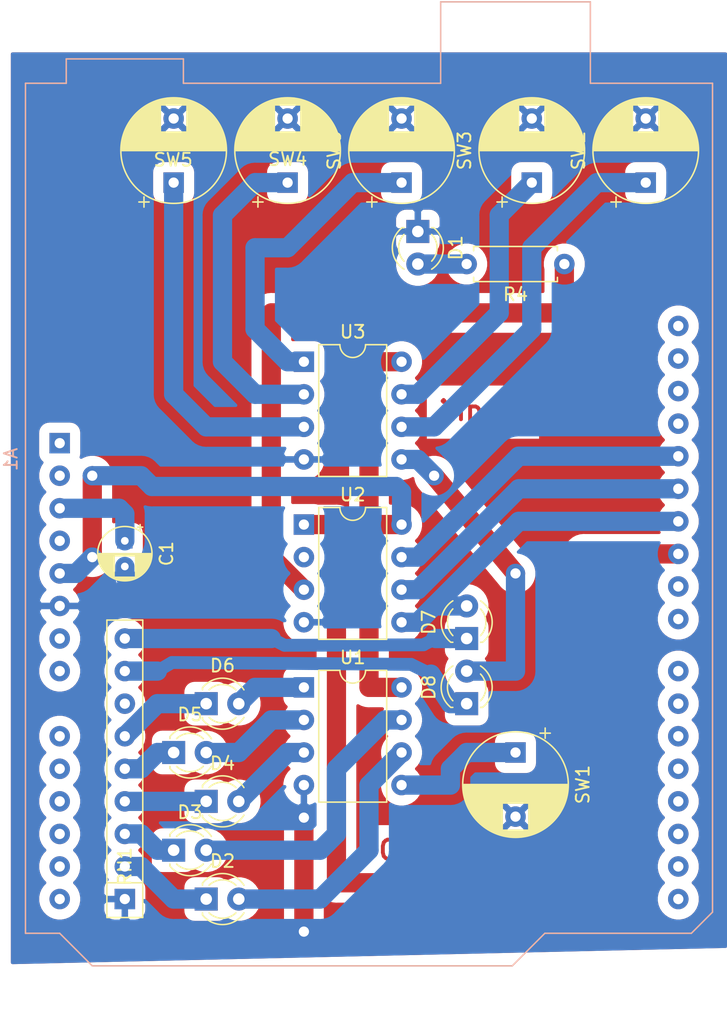
<source format=kicad_pcb>
(kicad_pcb (version 20171130) (host pcbnew "(5.1.5)-2")

  (general
    (thickness 1.6)
    (drawings 3)
    (tracks 126)
    (zones 0)
    (modules 21)
    (nets 56)
  )

  (page A4)
  (layers
    (0 F.Cu signal)
    (31 B.Cu signal)
    (32 B.Adhes user)
    (33 F.Adhes user)
    (34 B.Paste user)
    (35 F.Paste user)
    (36 B.SilkS user)
    (37 F.SilkS user)
    (38 B.Mask user)
    (39 F.Mask user)
    (40 Dwgs.User user)
    (41 Cmts.User user)
    (42 Eco1.User user)
    (43 Eco2.User user)
    (44 Edge.Cuts user)
    (45 Margin user)
    (46 B.CrtYd user)
    (47 F.CrtYd user)
    (48 B.Fab user)
    (49 F.Fab user)
  )

  (setup
    (last_trace_width 1.5)
    (trace_clearance 0.2)
    (zone_clearance 0.508)
    (zone_45_only no)
    (trace_min 0.2)
    (via_size 1.5)
    (via_drill 0.8)
    (via_min_size 0.4)
    (via_min_drill 0.3)
    (uvia_size 0.3)
    (uvia_drill 0.1)
    (uvias_allowed no)
    (uvia_min_size 0.2)
    (uvia_min_drill 0.1)
    (edge_width 0.05)
    (segment_width 0.2)
    (pcb_text_width 0.3)
    (pcb_text_size 1.5 1.5)
    (mod_edge_width 0.12)
    (mod_text_size 1 1)
    (mod_text_width 0.15)
    (pad_size 1.524 1.524)
    (pad_drill 0.762)
    (pad_to_mask_clearance 0.051)
    (solder_mask_min_width 0.25)
    (aux_axis_origin 0 0)
    (visible_elements 7FFFFFFF)
    (pcbplotparams
      (layerselection 0x010fc_ffffffff)
      (usegerberextensions false)
      (usegerberattributes false)
      (usegerberadvancedattributes false)
      (creategerberjobfile false)
      (excludeedgelayer true)
      (linewidth 0.100000)
      (plotframeref false)
      (viasonmask false)
      (mode 1)
      (useauxorigin false)
      (hpglpennumber 1)
      (hpglpenspeed 20)
      (hpglpendiameter 15.000000)
      (psnegative false)
      (psa4output false)
      (plotreference true)
      (plotvalue true)
      (plotinvisibletext false)
      (padsonsilk false)
      (subtractmaskfromsilk false)
      (outputformat 1)
      (mirror false)
      (drillshape 1)
      (scaleselection 1)
      (outputdirectory ""))
  )

  (net 0 "")
  (net 1 "Net-(D1-Pad2)")
  (net 2 GNDREF)
  (net 3 "Net-(D2-Pad1)")
  (net 4 "Net-(D3-Pad1)")
  (net 5 "Net-(D4-Pad1)")
  (net 6 "Net-(D5-Pad1)")
  (net 7 "Net-(D6-Pad1)")
  (net 8 "Net-(D7-Pad1)")
  (net 9 +5V)
  (net 10 "Net-(R4-Pad1)")
  (net 11 "Net-(U2-Pad2)")
  (net 12 "Net-(D2-Pad2)")
  (net 13 "Net-(D3-Pad2)")
  (net 14 "Net-(D4-Pad2)")
  (net 15 "Net-(D5-Pad2)")
  (net 16 "Net-(D6-Pad2)")
  (net 17 "Net-(A1-Pad16)")
  (net 18 "Net-(A1-Pad15)")
  (net 19 "Net-(A1-Pad30)")
  (net 20 "Net-(A1-Pad14)")
  (net 21 "Net-(A1-Pad29)")
  (net 22 "Net-(A1-Pad13)")
  (net 23 "Net-(A1-Pad28)")
  (net 24 "Net-(A1-Pad12)")
  (net 25 "Net-(A1-Pad27)")
  (net 26 "Net-(A1-Pad11)")
  (net 27 "Net-(A1-Pad26)")
  (net 28 "Net-(A1-Pad10)")
  (net 29 "Net-(A1-Pad25)")
  (net 30 "Net-(A1-Pad9)")
  (net 31 "Net-(A1-Pad24)")
  (net 32 "Net-(A1-Pad8)")
  (net 33 "Net-(A1-Pad23)")
  (net 34 "Net-(A1-Pad7)")
  (net 35 "Net-(A1-Pad22)")
  (net 36 "Net-(A1-Pad21)")
  (net 37 "Net-(A1-Pad20)")
  (net 38 "Net-(A1-Pad4)")
  (net 39 "Net-(A1-Pad19)")
  (net 40 "Net-(A1-Pad3)")
  (net 41 "Net-(A1-Pad18)")
  (net 42 "Net-(A1-Pad2)")
  (net 43 "Net-(A1-Pad17)")
  (net 44 "Net-(A1-Pad1)")
  (net 45 "Net-(D8-Pad2)")
  (net 46 "Net-(D8-Pad1)")
  (net 47 "Net-(RN1-Pad7)")
  (net 48 "Net-(A1-Pad31)")
  (net 49 "Net-(A1-Pad32)")
  (net 50 "Net-(SW1-Pad1)")
  (net 51 "Net-(SW2-Pad1)")
  (net 52 "Net-(SW3-Pad1)")
  (net 53 "Net-(SW4-Pad1)")
  (net 54 "Net-(SW5-Pad1)")
  (net 55 "Net-(SW6-Pad1)")

  (net_class Default "This is the default net class."
    (clearance 0.2)
    (trace_width 1.5)
    (via_dia 1.5)
    (via_drill 0.8)
    (uvia_dia 0.3)
    (uvia_drill 0.1)
    (add_net +5V)
    (add_net GNDREF)
    (add_net "Net-(A1-Pad1)")
    (add_net "Net-(A1-Pad10)")
    (add_net "Net-(A1-Pad11)")
    (add_net "Net-(A1-Pad12)")
    (add_net "Net-(A1-Pad13)")
    (add_net "Net-(A1-Pad14)")
    (add_net "Net-(A1-Pad15)")
    (add_net "Net-(A1-Pad16)")
    (add_net "Net-(A1-Pad17)")
    (add_net "Net-(A1-Pad18)")
    (add_net "Net-(A1-Pad19)")
    (add_net "Net-(A1-Pad2)")
    (add_net "Net-(A1-Pad20)")
    (add_net "Net-(A1-Pad21)")
    (add_net "Net-(A1-Pad22)")
    (add_net "Net-(A1-Pad23)")
    (add_net "Net-(A1-Pad24)")
    (add_net "Net-(A1-Pad25)")
    (add_net "Net-(A1-Pad26)")
    (add_net "Net-(A1-Pad27)")
    (add_net "Net-(A1-Pad28)")
    (add_net "Net-(A1-Pad29)")
    (add_net "Net-(A1-Pad3)")
    (add_net "Net-(A1-Pad30)")
    (add_net "Net-(A1-Pad31)")
    (add_net "Net-(A1-Pad32)")
    (add_net "Net-(A1-Pad4)")
    (add_net "Net-(A1-Pad7)")
    (add_net "Net-(A1-Pad8)")
    (add_net "Net-(A1-Pad9)")
    (add_net "Net-(D1-Pad2)")
    (add_net "Net-(D2-Pad1)")
    (add_net "Net-(D2-Pad2)")
    (add_net "Net-(D3-Pad1)")
    (add_net "Net-(D3-Pad2)")
    (add_net "Net-(D4-Pad1)")
    (add_net "Net-(D4-Pad2)")
    (add_net "Net-(D5-Pad1)")
    (add_net "Net-(D5-Pad2)")
    (add_net "Net-(D6-Pad1)")
    (add_net "Net-(D6-Pad2)")
    (add_net "Net-(D7-Pad1)")
    (add_net "Net-(D8-Pad1)")
    (add_net "Net-(D8-Pad2)")
    (add_net "Net-(R4-Pad1)")
    (add_net "Net-(RN1-Pad7)")
    (add_net "Net-(SW1-Pad1)")
    (add_net "Net-(SW2-Pad1)")
    (add_net "Net-(SW3-Pad1)")
    (add_net "Net-(SW4-Pad1)")
    (add_net "Net-(SW5-Pad1)")
    (add_net "Net-(SW6-Pad1)")
    (add_net "Net-(U2-Pad2)")
  )

  (module Module:Arduino_UNO_R3 (layer B.Cu) (tedit 58AB60FC) (tstamp 5ED5B049)
    (at 69.85 147.32 270)
    (descr "Arduino UNO R3, http://www.mouser.com/pdfdocs/Gravitech_Arduino_Nano3_0.pdf")
    (tags "Arduino UNO R3")
    (path /5ED2AA88)
    (fp_text reference A1 (at 1.27 3.81 90) (layer B.SilkS)
      (effects (font (size 1 1) (thickness 0.15)) (justify mirror))
    )
    (fp_text value Arduino_UNO_R3 (at 0 -22.86 270) (layer B.Fab)
      (effects (font (size 1 1) (thickness 0.15)) (justify mirror))
    )
    (fp_line (start -27.94 2.54) (end 38.1 2.54) (layer B.Fab) (width 0.1))
    (fp_line (start -27.94 -50.8) (end -27.94 2.54) (layer B.Fab) (width 0.1))
    (fp_line (start 36.58 -50.8) (end -27.94 -50.8) (layer B.Fab) (width 0.1))
    (fp_line (start 38.1 -49.28) (end 36.58 -50.8) (layer B.Fab) (width 0.1))
    (fp_line (start 38.1 0) (end 40.64 -2.54) (layer B.Fab) (width 0.1))
    (fp_line (start 38.1 2.54) (end 38.1 0) (layer B.Fab) (width 0.1))
    (fp_line (start 40.64 -35.31) (end 38.1 -37.85) (layer B.Fab) (width 0.1))
    (fp_line (start 40.64 -2.54) (end 40.64 -35.31) (layer B.Fab) (width 0.1))
    (fp_line (start 38.1 -37.85) (end 38.1 -49.28) (layer B.Fab) (width 0.1))
    (fp_line (start -29.84 -9.53) (end -29.84 -0.64) (layer B.Fab) (width 0.1))
    (fp_line (start -16.51 -9.53) (end -29.84 -9.53) (layer B.Fab) (width 0.1))
    (fp_line (start -16.51 -0.64) (end -16.51 -9.53) (layer B.Fab) (width 0.1))
    (fp_line (start -29.84 -0.64) (end -16.51 -0.64) (layer B.Fab) (width 0.1))
    (fp_line (start -34.29 -41.27) (end -34.29 -29.84) (layer B.Fab) (width 0.1))
    (fp_line (start -18.41 -41.27) (end -34.29 -41.27) (layer B.Fab) (width 0.1))
    (fp_line (start -18.41 -29.84) (end -18.41 -41.27) (layer B.Fab) (width 0.1))
    (fp_line (start -34.29 -29.84) (end -18.41 -29.84) (layer B.Fab) (width 0.1))
    (fp_line (start 38.23 -37.85) (end 40.77 -35.31) (layer B.SilkS) (width 0.12))
    (fp_line (start 38.23 -49.28) (end 38.23 -37.85) (layer B.SilkS) (width 0.12))
    (fp_line (start 36.58 -50.93) (end 38.23 -49.28) (layer B.SilkS) (width 0.12))
    (fp_line (start -28.07 -50.93) (end 36.58 -50.93) (layer B.SilkS) (width 0.12))
    (fp_line (start -28.07 -41.4) (end -28.07 -50.93) (layer B.SilkS) (width 0.12))
    (fp_line (start -34.42 -41.4) (end -28.07 -41.4) (layer B.SilkS) (width 0.12))
    (fp_line (start -34.42 -29.72) (end -34.42 -41.4) (layer B.SilkS) (width 0.12))
    (fp_line (start -28.07 -29.72) (end -34.42 -29.72) (layer B.SilkS) (width 0.12))
    (fp_line (start -28.07 -9.65) (end -28.07 -29.72) (layer B.SilkS) (width 0.12))
    (fp_line (start -29.97 -9.65) (end -28.07 -9.65) (layer B.SilkS) (width 0.12))
    (fp_line (start -29.97 -0.51) (end -29.97 -9.65) (layer B.SilkS) (width 0.12))
    (fp_line (start -28.07 -0.51) (end -29.97 -0.51) (layer B.SilkS) (width 0.12))
    (fp_line (start -28.07 2.67) (end -28.07 -0.51) (layer B.SilkS) (width 0.12))
    (fp_line (start 38.23 2.67) (end -28.07 2.67) (layer B.SilkS) (width 0.12))
    (fp_line (start 38.23 0) (end 38.23 2.67) (layer B.SilkS) (width 0.12))
    (fp_line (start 40.77 -2.54) (end 38.23 0) (layer B.SilkS) (width 0.12))
    (fp_line (start 40.77 -35.31) (end 40.77 -2.54) (layer B.SilkS) (width 0.12))
    (fp_line (start -28.19 2.79) (end 38.35 2.79) (layer B.CrtYd) (width 0.05))
    (fp_line (start -28.19 -0.38) (end -28.19 2.79) (layer B.CrtYd) (width 0.05))
    (fp_line (start -30.1 -0.38) (end -28.19 -0.38) (layer B.CrtYd) (width 0.05))
    (fp_line (start -30.1 -9.78) (end -30.1 -0.38) (layer B.CrtYd) (width 0.05))
    (fp_line (start -28.19 -9.78) (end -30.1 -9.78) (layer B.CrtYd) (width 0.05))
    (fp_line (start -28.19 -29.59) (end -28.19 -9.78) (layer B.CrtYd) (width 0.05))
    (fp_line (start -34.54 -29.59) (end -28.19 -29.59) (layer B.CrtYd) (width 0.05))
    (fp_line (start -34.54 -41.53) (end -34.54 -29.59) (layer B.CrtYd) (width 0.05))
    (fp_line (start -28.19 -41.53) (end -34.54 -41.53) (layer B.CrtYd) (width 0.05))
    (fp_line (start -28.19 -51.05) (end -28.19 -41.53) (layer B.CrtYd) (width 0.05))
    (fp_line (start 36.58 -51.05) (end -28.19 -51.05) (layer B.CrtYd) (width 0.05))
    (fp_line (start 38.35 -49.28) (end 36.58 -51.05) (layer B.CrtYd) (width 0.05))
    (fp_line (start 38.35 -37.85) (end 38.35 -49.28) (layer B.CrtYd) (width 0.05))
    (fp_line (start 40.89 -35.31) (end 38.35 -37.85) (layer B.CrtYd) (width 0.05))
    (fp_line (start 40.89 -2.54) (end 40.89 -35.31) (layer B.CrtYd) (width 0.05))
    (fp_line (start 38.35 0) (end 40.89 -2.54) (layer B.CrtYd) (width 0.05))
    (fp_line (start 38.35 2.79) (end 38.35 0) (layer B.CrtYd) (width 0.05))
    (fp_text user %R (at 0 -20.32 90) (layer B.Fab)
      (effects (font (size 1 1) (thickness 0.15)) (justify mirror))
    )
    (pad 16 thru_hole oval (at 33.02 -48.26 180) (size 1.6 1.6) (drill 0.8) (layers *.Cu *.Mask)
      (net 17 "Net-(A1-Pad16)"))
    (pad 15 thru_hole oval (at 35.56 -48.26 180) (size 1.6 1.6) (drill 0.8) (layers *.Cu *.Mask)
      (net 18 "Net-(A1-Pad15)"))
    (pad 30 thru_hole oval (at -4.06 -48.26 180) (size 1.6 1.6) (drill 0.8) (layers *.Cu *.Mask)
      (net 19 "Net-(A1-Pad30)"))
    (pad 14 thru_hole oval (at 35.56 0 180) (size 1.6 1.6) (drill 0.8) (layers *.Cu *.Mask)
      (net 20 "Net-(A1-Pad14)"))
    (pad 29 thru_hole oval (at -1.52 -48.26 180) (size 1.6 1.6) (drill 0.8) (layers *.Cu *.Mask)
      (net 21 "Net-(A1-Pad29)"))
    (pad 13 thru_hole oval (at 33.02 0 180) (size 1.6 1.6) (drill 0.8) (layers *.Cu *.Mask)
      (net 22 "Net-(A1-Pad13)"))
    (pad 28 thru_hole oval (at 1.02 -48.26 180) (size 1.6 1.6) (drill 0.8) (layers *.Cu *.Mask)
      (net 23 "Net-(A1-Pad28)"))
    (pad 12 thru_hole oval (at 30.48 0 180) (size 1.6 1.6) (drill 0.8) (layers *.Cu *.Mask)
      (net 24 "Net-(A1-Pad12)"))
    (pad 27 thru_hole oval (at 3.56 -48.26 180) (size 1.6 1.6) (drill 0.8) (layers *.Cu *.Mask)
      (net 25 "Net-(A1-Pad27)"))
    (pad 11 thru_hole oval (at 27.94 0 180) (size 1.6 1.6) (drill 0.8) (layers *.Cu *.Mask)
      (net 26 "Net-(A1-Pad11)"))
    (pad 26 thru_hole oval (at 6.1 -48.26 180) (size 1.6 1.6) (drill 0.8) (layers *.Cu *.Mask)
      (net 27 "Net-(A1-Pad26)"))
    (pad 10 thru_hole oval (at 25.4 0 180) (size 1.6 1.6) (drill 0.8) (layers *.Cu *.Mask)
      (net 28 "Net-(A1-Pad10)"))
    (pad 25 thru_hole oval (at 8.64 -48.26 180) (size 1.6 1.6) (drill 0.8) (layers *.Cu *.Mask)
      (net 29 "Net-(A1-Pad25)"))
    (pad 9 thru_hole oval (at 22.86 0 180) (size 1.6 1.6) (drill 0.8) (layers *.Cu *.Mask)
      (net 30 "Net-(A1-Pad9)"))
    (pad 24 thru_hole oval (at 11.18 -48.26 180) (size 1.6 1.6) (drill 0.8) (layers *.Cu *.Mask)
      (net 31 "Net-(A1-Pad24)"))
    (pad 8 thru_hole oval (at 17.78 0 180) (size 1.6 1.6) (drill 0.8) (layers *.Cu *.Mask)
      (net 32 "Net-(A1-Pad8)"))
    (pad 23 thru_hole oval (at 13.72 -48.26 180) (size 1.6 1.6) (drill 0.8) (layers *.Cu *.Mask)
      (net 33 "Net-(A1-Pad23)"))
    (pad 7 thru_hole oval (at 15.24 0 180) (size 1.6 1.6) (drill 0.8) (layers *.Cu *.Mask)
      (net 34 "Net-(A1-Pad7)"))
    (pad 22 thru_hole oval (at 17.78 -48.26 180) (size 1.6 1.6) (drill 0.8) (layers *.Cu *.Mask)
      (net 35 "Net-(A1-Pad22)"))
    (pad 6 thru_hole oval (at 12.7 0 180) (size 1.6 1.6) (drill 0.8) (layers *.Cu *.Mask)
      (net 2 GNDREF))
    (pad 21 thru_hole oval (at 20.32 -48.26 180) (size 1.6 1.6) (drill 0.8) (layers *.Cu *.Mask)
      (net 36 "Net-(A1-Pad21)"))
    (pad 5 thru_hole oval (at 10.16 0 180) (size 1.6 1.6) (drill 0.8) (layers *.Cu *.Mask)
      (net 9 +5V))
    (pad 20 thru_hole oval (at 22.86 -48.26 180) (size 1.6 1.6) (drill 0.8) (layers *.Cu *.Mask)
      (net 37 "Net-(A1-Pad20)"))
    (pad 4 thru_hole oval (at 7.62 0 180) (size 1.6 1.6) (drill 0.8) (layers *.Cu *.Mask)
      (net 38 "Net-(A1-Pad4)"))
    (pad 19 thru_hole oval (at 25.4 -48.26 180) (size 1.6 1.6) (drill 0.8) (layers *.Cu *.Mask)
      (net 39 "Net-(A1-Pad19)"))
    (pad 3 thru_hole oval (at 5.08 0 180) (size 1.6 1.6) (drill 0.8) (layers *.Cu *.Mask)
      (net 40 "Net-(A1-Pad3)"))
    (pad 18 thru_hole oval (at 27.94 -48.26 180) (size 1.6 1.6) (drill 0.8) (layers *.Cu *.Mask)
      (net 41 "Net-(A1-Pad18)"))
    (pad 2 thru_hole oval (at 2.54 0 180) (size 1.6 1.6) (drill 0.8) (layers *.Cu *.Mask)
      (net 42 "Net-(A1-Pad2)"))
    (pad 17 thru_hole oval (at 30.48 -48.26 180) (size 1.6 1.6) (drill 0.8) (layers *.Cu *.Mask)
      (net 43 "Net-(A1-Pad17)"))
    (pad 1 thru_hole rect (at 0 0 180) (size 1.6 1.6) (drill 0.8) (layers *.Cu *.Mask)
      (net 44 "Net-(A1-Pad1)"))
    (pad 31 thru_hole oval (at -6.6 -48.26 180) (size 1.6 1.6) (drill 0.8) (layers *.Cu *.Mask)
      (net 48 "Net-(A1-Pad31)"))
    (pad 32 thru_hole oval (at -9.14 -48.26 180) (size 1.6 1.6) (drill 0.8) (layers *.Cu *.Mask)
      (net 49 "Net-(A1-Pad32)"))
    (model ${KISYS3DMOD}/Module.3dshapes/Arduino_UNO_R3.wrl
      (at (xyz 0 0 0))
      (scale (xyz 1 1 1))
      (rotate (xyz 0 0 0))
    )
  )

  (module Package_DIP:DIP-8_W7.62mm (layer F.Cu) (tedit 5A02E8C5) (tstamp 5ED471A5)
    (at 88.9 140.97)
    (descr "8-lead though-hole mounted DIP package, row spacing 7.62 mm (300 mils)")
    (tags "THT DIP DIL PDIP 2.54mm 7.62mm 300mil")
    (path /5EDAC14F)
    (fp_text reference U3 (at 3.81 -2.33) (layer F.SilkS)
      (effects (font (size 1 1) (thickness 0.15)))
    )
    (fp_text value ATtiny85-20PU (at 3.81 6.35) (layer F.Fab)
      (effects (font (size 1 1) (thickness 0.15)))
    )
    (fp_text user %R (at 3.81 3.81) (layer F.Fab)
      (effects (font (size 1 1) (thickness 0.15)))
    )
    (fp_line (start 8.7 -1.55) (end -1.1 -1.55) (layer F.CrtYd) (width 0.05))
    (fp_line (start 8.7 9.15) (end 8.7 -1.55) (layer F.CrtYd) (width 0.05))
    (fp_line (start -1.1 9.15) (end 8.7 9.15) (layer F.CrtYd) (width 0.05))
    (fp_line (start -1.1 -1.55) (end -1.1 9.15) (layer F.CrtYd) (width 0.05))
    (fp_line (start 6.46 -1.33) (end 4.81 -1.33) (layer F.SilkS) (width 0.12))
    (fp_line (start 6.46 8.95) (end 6.46 -1.33) (layer F.SilkS) (width 0.12))
    (fp_line (start 1.16 8.95) (end 6.46 8.95) (layer F.SilkS) (width 0.12))
    (fp_line (start 1.16 -1.33) (end 1.16 8.95) (layer F.SilkS) (width 0.12))
    (fp_line (start 2.81 -1.33) (end 1.16 -1.33) (layer F.SilkS) (width 0.12))
    (fp_line (start 0.635 -0.27) (end 1.635 -1.27) (layer F.Fab) (width 0.1))
    (fp_line (start 0.635 8.89) (end 0.635 -0.27) (layer F.Fab) (width 0.1))
    (fp_line (start 6.985 8.89) (end 0.635 8.89) (layer F.Fab) (width 0.1))
    (fp_line (start 6.985 -1.27) (end 6.985 8.89) (layer F.Fab) (width 0.1))
    (fp_line (start 1.635 -1.27) (end 6.985 -1.27) (layer F.Fab) (width 0.1))
    (fp_arc (start 3.81 -1.33) (end 2.81 -1.33) (angle -180) (layer F.SilkS) (width 0.12))
    (pad 8 thru_hole oval (at 7.62 0) (size 1.6 1.6) (drill 0.8) (layers *.Cu *.Mask)
      (net 9 +5V))
    (pad 4 thru_hole oval (at 0 7.62) (size 1.6 1.6) (drill 0.8) (layers *.Cu *.Mask)
      (net 2 GNDREF))
    (pad 7 thru_hole oval (at 7.62 2.54) (size 1.6 1.6) (drill 0.8) (layers *.Cu *.Mask)
      (net 52 "Net-(SW3-Pad1)"))
    (pad 3 thru_hole oval (at 0 5.08) (size 1.6 1.6) (drill 0.8) (layers *.Cu *.Mask)
      (net 54 "Net-(SW5-Pad1)"))
    (pad 6 thru_hole oval (at 7.62 5.08) (size 1.6 1.6) (drill 0.8) (layers *.Cu *.Mask)
      (net 51 "Net-(SW2-Pad1)"))
    (pad 2 thru_hole oval (at 0 2.54) (size 1.6 1.6) (drill 0.8) (layers *.Cu *.Mask)
      (net 53 "Net-(SW4-Pad1)"))
    (pad 5 thru_hole oval (at 7.62 7.62) (size 1.6 1.6) (drill 0.8) (layers *.Cu *.Mask)
      (net 45 "Net-(D8-Pad2)"))
    (pad 1 thru_hole rect (at 0 0) (size 1.6 1.6) (drill 0.8) (layers *.Cu *.Mask)
      (net 55 "Net-(SW6-Pad1)"))
    (model ${KISYS3DMOD}/Package_DIP.3dshapes/DIP-8_W7.62mm.wrl
      (at (xyz 0 0 0))
      (scale (xyz 1 1 1))
      (rotate (xyz 0 0 0))
    )
  )

  (module Package_DIP:DIP-8_W7.62mm (layer F.Cu) (tedit 5A02E8C5) (tstamp 5ED47189)
    (at 88.9 153.67)
    (descr "8-lead though-hole mounted DIP package, row spacing 7.62 mm (300 mils)")
    (tags "THT DIP DIL PDIP 2.54mm 7.62mm 300mil")
    (path /5EDDAEA9)
    (fp_text reference U2 (at 3.81 -2.33) (layer F.SilkS)
      (effects (font (size 1 1) (thickness 0.15)))
    )
    (fp_text value ATtiny85-20PU (at 3.81 9.95) (layer F.Fab)
      (effects (font (size 1 1) (thickness 0.15)))
    )
    (fp_text user %R (at 3.81 3.81) (layer F.Fab)
      (effects (font (size 1 1) (thickness 0.15)))
    )
    (fp_line (start 8.7 -1.55) (end -1.1 -1.55) (layer F.CrtYd) (width 0.05))
    (fp_line (start 8.7 9.15) (end 8.7 -1.55) (layer F.CrtYd) (width 0.05))
    (fp_line (start -1.1 9.15) (end 8.7 9.15) (layer F.CrtYd) (width 0.05))
    (fp_line (start -1.1 -1.55) (end -1.1 9.15) (layer F.CrtYd) (width 0.05))
    (fp_line (start 6.46 -1.33) (end 4.81 -1.33) (layer F.SilkS) (width 0.12))
    (fp_line (start 6.46 8.95) (end 6.46 -1.33) (layer F.SilkS) (width 0.12))
    (fp_line (start 1.16 8.95) (end 6.46 8.95) (layer F.SilkS) (width 0.12))
    (fp_line (start 1.16 -1.33) (end 1.16 8.95) (layer F.SilkS) (width 0.12))
    (fp_line (start 2.81 -1.33) (end 1.16 -1.33) (layer F.SilkS) (width 0.12))
    (fp_line (start 0.635 -0.27) (end 1.635 -1.27) (layer F.Fab) (width 0.1))
    (fp_line (start 0.635 8.89) (end 0.635 -0.27) (layer F.Fab) (width 0.1))
    (fp_line (start 6.985 8.89) (end 0.635 8.89) (layer F.Fab) (width 0.1))
    (fp_line (start 6.985 -1.27) (end 6.985 8.89) (layer F.Fab) (width 0.1))
    (fp_line (start 1.635 -1.27) (end 6.985 -1.27) (layer F.Fab) (width 0.1))
    (fp_arc (start 3.81 -1.33) (end 2.81 -1.33) (angle -180) (layer F.SilkS) (width 0.12))
    (pad 8 thru_hole oval (at 7.62 0) (size 1.6 1.6) (drill 0.8) (layers *.Cu *.Mask)
      (net 9 +5V))
    (pad 4 thru_hole oval (at 0 7.62) (size 1.6 1.6) (drill 0.8) (layers *.Cu *.Mask)
      (net 2 GNDREF))
    (pad 7 thru_hole oval (at 7.62 2.54) (size 1.6 1.6) (drill 0.8) (layers *.Cu *.Mask)
      (net 23 "Net-(A1-Pad28)"))
    (pad 3 thru_hole oval (at 0 5.08) (size 1.6 1.6) (drill 0.8) (layers *.Cu *.Mask)
      (net 10 "Net-(R4-Pad1)"))
    (pad 6 thru_hole oval (at 7.62 5.08) (size 1.6 1.6) (drill 0.8) (layers *.Cu *.Mask)
      (net 25 "Net-(A1-Pad27)"))
    (pad 2 thru_hole oval (at 0 2.54) (size 1.6 1.6) (drill 0.8) (layers *.Cu *.Mask)
      (net 11 "Net-(U2-Pad2)"))
    (pad 5 thru_hole oval (at 7.62 7.62) (size 1.6 1.6) (drill 0.8) (layers *.Cu *.Mask)
      (net 27 "Net-(A1-Pad26)"))
    (pad 1 thru_hole rect (at 0 0) (size 1.6 1.6) (drill 0.8) (layers *.Cu *.Mask)
      (net 29 "Net-(A1-Pad25)"))
    (model ${KISYS3DMOD}/Package_DIP.3dshapes/DIP-8_W7.62mm.wrl
      (at (xyz 0 0 0))
      (scale (xyz 1 1 1))
      (rotate (xyz 0 0 0))
    )
  )

  (module Package_DIP:DIP-8_W7.62mm (layer F.Cu) (tedit 5A02E8C5) (tstamp 5ED4716D)
    (at 88.9 166.37)
    (descr "8-lead though-hole mounted DIP package, row spacing 7.62 mm (300 mils)")
    (tags "THT DIP DIL PDIP 2.54mm 7.62mm 300mil")
    (path /5EDBAFF3)
    (fp_text reference U1 (at 3.81 -2.33) (layer F.SilkS)
      (effects (font (size 1 1) (thickness 0.15)))
    )
    (fp_text value ATtiny85-20PU (at 3.81 9.95) (layer F.Fab)
      (effects (font (size 1 1) (thickness 0.15)))
    )
    (fp_text user %R (at 3.81 3.81) (layer F.Fab)
      (effects (font (size 1 1) (thickness 0.15)))
    )
    (fp_line (start 8.7 -1.55) (end -1.1 -1.55) (layer F.CrtYd) (width 0.05))
    (fp_line (start 8.7 9.15) (end 8.7 -1.55) (layer F.CrtYd) (width 0.05))
    (fp_line (start -1.1 9.15) (end 8.7 9.15) (layer F.CrtYd) (width 0.05))
    (fp_line (start -1.1 -1.55) (end -1.1 9.15) (layer F.CrtYd) (width 0.05))
    (fp_line (start 6.46 -1.33) (end 4.81 -1.33) (layer F.SilkS) (width 0.12))
    (fp_line (start 6.46 8.95) (end 6.46 -1.33) (layer F.SilkS) (width 0.12))
    (fp_line (start 1.16 8.95) (end 6.46 8.95) (layer F.SilkS) (width 0.12))
    (fp_line (start 1.16 -1.33) (end 1.16 8.95) (layer F.SilkS) (width 0.12))
    (fp_line (start 2.81 -1.33) (end 1.16 -1.33) (layer F.SilkS) (width 0.12))
    (fp_line (start 0.635 -0.27) (end 1.635 -1.27) (layer F.Fab) (width 0.1))
    (fp_line (start 0.635 8.89) (end 0.635 -0.27) (layer F.Fab) (width 0.1))
    (fp_line (start 6.985 8.89) (end 0.635 8.89) (layer F.Fab) (width 0.1))
    (fp_line (start 6.985 -1.27) (end 6.985 8.89) (layer F.Fab) (width 0.1))
    (fp_line (start 1.635 -1.27) (end 6.985 -1.27) (layer F.Fab) (width 0.1))
    (fp_arc (start 3.81 -1.33) (end 2.81 -1.33) (angle -180) (layer F.SilkS) (width 0.12))
    (pad 8 thru_hole oval (at 7.62 0) (size 1.6 1.6) (drill 0.8) (layers *.Cu *.Mask)
      (net 9 +5V))
    (pad 4 thru_hole oval (at 0 7.62) (size 1.6 1.6) (drill 0.8) (layers *.Cu *.Mask)
      (net 2 GNDREF))
    (pad 7 thru_hole oval (at 7.62 2.54) (size 1.6 1.6) (drill 0.8) (layers *.Cu *.Mask)
      (net 13 "Net-(D3-Pad2)"))
    (pad 3 thru_hole oval (at 0 5.08) (size 1.6 1.6) (drill 0.8) (layers *.Cu *.Mask)
      (net 14 "Net-(D4-Pad2)"))
    (pad 6 thru_hole oval (at 7.62 5.08) (size 1.6 1.6) (drill 0.8) (layers *.Cu *.Mask)
      (net 12 "Net-(D2-Pad2)"))
    (pad 2 thru_hole oval (at 0 2.54) (size 1.6 1.6) (drill 0.8) (layers *.Cu *.Mask)
      (net 15 "Net-(D5-Pad2)"))
    (pad 5 thru_hole oval (at 7.62 7.62) (size 1.6 1.6) (drill 0.8) (layers *.Cu *.Mask)
      (net 50 "Net-(SW1-Pad1)"))
    (pad 1 thru_hole rect (at 0 0) (size 1.6 1.6) (drill 0.8) (layers *.Cu *.Mask)
      (net 16 "Net-(D6-Pad2)"))
    (model ${KISYS3DMOD}/Package_DIP.3dshapes/DIP-8_W7.62mm.wrl
      (at (xyz 0 0 0))
      (scale (xyz 1 1 1))
      (rotate (xyz 0 0 0))
    )
  )

  (module Capacitor_THT:CP_Radial_D8.0mm_P5.00mm (layer F.Cu) (tedit 5AE50EF0) (tstamp 5ECDE247)
    (at 96.52 127 90)
    (descr "CP, Radial series, Radial, pin pitch=5.00mm, , diameter=8mm, Electrolytic Capacitor")
    (tags "CP Radial series Radial pin pitch 5.00mm  diameter 8mm Electrolytic Capacitor")
    (path /5ED0C17B)
    (fp_text reference SW6 (at 2.5 -5.25 90) (layer F.SilkS)
      (effects (font (size 1 1) (thickness 0.15)))
    )
    (fp_text value SW_Push (at 2.5 5.25 90) (layer F.Fab)
      (effects (font (size 1 1) (thickness 0.15)))
    )
    (fp_text user %R (at 2.5 0 90) (layer F.Fab)
      (effects (font (size 1 1) (thickness 0.15)))
    )
    (fp_line (start -1.509698 -2.715) (end -1.509698 -1.915) (layer F.SilkS) (width 0.12))
    (fp_line (start -1.909698 -2.315) (end -1.109698 -2.315) (layer F.SilkS) (width 0.12))
    (fp_line (start 6.581 -0.533) (end 6.581 0.533) (layer F.SilkS) (width 0.12))
    (fp_line (start 6.541 -0.768) (end 6.541 0.768) (layer F.SilkS) (width 0.12))
    (fp_line (start 6.501 -0.948) (end 6.501 0.948) (layer F.SilkS) (width 0.12))
    (fp_line (start 6.461 -1.098) (end 6.461 1.098) (layer F.SilkS) (width 0.12))
    (fp_line (start 6.421 -1.229) (end 6.421 1.229) (layer F.SilkS) (width 0.12))
    (fp_line (start 6.381 -1.346) (end 6.381 1.346) (layer F.SilkS) (width 0.12))
    (fp_line (start 6.341 -1.453) (end 6.341 1.453) (layer F.SilkS) (width 0.12))
    (fp_line (start 6.301 -1.552) (end 6.301 1.552) (layer F.SilkS) (width 0.12))
    (fp_line (start 6.261 -1.645) (end 6.261 1.645) (layer F.SilkS) (width 0.12))
    (fp_line (start 6.221 -1.731) (end 6.221 1.731) (layer F.SilkS) (width 0.12))
    (fp_line (start 6.181 -1.813) (end 6.181 1.813) (layer F.SilkS) (width 0.12))
    (fp_line (start 6.141 -1.89) (end 6.141 1.89) (layer F.SilkS) (width 0.12))
    (fp_line (start 6.101 -1.964) (end 6.101 1.964) (layer F.SilkS) (width 0.12))
    (fp_line (start 6.061 -2.034) (end 6.061 2.034) (layer F.SilkS) (width 0.12))
    (fp_line (start 6.021 1.04) (end 6.021 2.102) (layer F.SilkS) (width 0.12))
    (fp_line (start 6.021 -2.102) (end 6.021 -1.04) (layer F.SilkS) (width 0.12))
    (fp_line (start 5.981 1.04) (end 5.981 2.166) (layer F.SilkS) (width 0.12))
    (fp_line (start 5.981 -2.166) (end 5.981 -1.04) (layer F.SilkS) (width 0.12))
    (fp_line (start 5.941 1.04) (end 5.941 2.228) (layer F.SilkS) (width 0.12))
    (fp_line (start 5.941 -2.228) (end 5.941 -1.04) (layer F.SilkS) (width 0.12))
    (fp_line (start 5.901 1.04) (end 5.901 2.287) (layer F.SilkS) (width 0.12))
    (fp_line (start 5.901 -2.287) (end 5.901 -1.04) (layer F.SilkS) (width 0.12))
    (fp_line (start 5.861 1.04) (end 5.861 2.345) (layer F.SilkS) (width 0.12))
    (fp_line (start 5.861 -2.345) (end 5.861 -1.04) (layer F.SilkS) (width 0.12))
    (fp_line (start 5.821 1.04) (end 5.821 2.4) (layer F.SilkS) (width 0.12))
    (fp_line (start 5.821 -2.4) (end 5.821 -1.04) (layer F.SilkS) (width 0.12))
    (fp_line (start 5.781 1.04) (end 5.781 2.454) (layer F.SilkS) (width 0.12))
    (fp_line (start 5.781 -2.454) (end 5.781 -1.04) (layer F.SilkS) (width 0.12))
    (fp_line (start 5.741 1.04) (end 5.741 2.505) (layer F.SilkS) (width 0.12))
    (fp_line (start 5.741 -2.505) (end 5.741 -1.04) (layer F.SilkS) (width 0.12))
    (fp_line (start 5.701 1.04) (end 5.701 2.556) (layer F.SilkS) (width 0.12))
    (fp_line (start 5.701 -2.556) (end 5.701 -1.04) (layer F.SilkS) (width 0.12))
    (fp_line (start 5.661 1.04) (end 5.661 2.604) (layer F.SilkS) (width 0.12))
    (fp_line (start 5.661 -2.604) (end 5.661 -1.04) (layer F.SilkS) (width 0.12))
    (fp_line (start 5.621 1.04) (end 5.621 2.651) (layer F.SilkS) (width 0.12))
    (fp_line (start 5.621 -2.651) (end 5.621 -1.04) (layer F.SilkS) (width 0.12))
    (fp_line (start 5.581 1.04) (end 5.581 2.697) (layer F.SilkS) (width 0.12))
    (fp_line (start 5.581 -2.697) (end 5.581 -1.04) (layer F.SilkS) (width 0.12))
    (fp_line (start 5.541 1.04) (end 5.541 2.741) (layer F.SilkS) (width 0.12))
    (fp_line (start 5.541 -2.741) (end 5.541 -1.04) (layer F.SilkS) (width 0.12))
    (fp_line (start 5.501 1.04) (end 5.501 2.784) (layer F.SilkS) (width 0.12))
    (fp_line (start 5.501 -2.784) (end 5.501 -1.04) (layer F.SilkS) (width 0.12))
    (fp_line (start 5.461 1.04) (end 5.461 2.826) (layer F.SilkS) (width 0.12))
    (fp_line (start 5.461 -2.826) (end 5.461 -1.04) (layer F.SilkS) (width 0.12))
    (fp_line (start 5.421 1.04) (end 5.421 2.867) (layer F.SilkS) (width 0.12))
    (fp_line (start 5.421 -2.867) (end 5.421 -1.04) (layer F.SilkS) (width 0.12))
    (fp_line (start 5.381 1.04) (end 5.381 2.907) (layer F.SilkS) (width 0.12))
    (fp_line (start 5.381 -2.907) (end 5.381 -1.04) (layer F.SilkS) (width 0.12))
    (fp_line (start 5.341 1.04) (end 5.341 2.945) (layer F.SilkS) (width 0.12))
    (fp_line (start 5.341 -2.945) (end 5.341 -1.04) (layer F.SilkS) (width 0.12))
    (fp_line (start 5.301 1.04) (end 5.301 2.983) (layer F.SilkS) (width 0.12))
    (fp_line (start 5.301 -2.983) (end 5.301 -1.04) (layer F.SilkS) (width 0.12))
    (fp_line (start 5.261 1.04) (end 5.261 3.019) (layer F.SilkS) (width 0.12))
    (fp_line (start 5.261 -3.019) (end 5.261 -1.04) (layer F.SilkS) (width 0.12))
    (fp_line (start 5.221 1.04) (end 5.221 3.055) (layer F.SilkS) (width 0.12))
    (fp_line (start 5.221 -3.055) (end 5.221 -1.04) (layer F.SilkS) (width 0.12))
    (fp_line (start 5.181 1.04) (end 5.181 3.09) (layer F.SilkS) (width 0.12))
    (fp_line (start 5.181 -3.09) (end 5.181 -1.04) (layer F.SilkS) (width 0.12))
    (fp_line (start 5.141 1.04) (end 5.141 3.124) (layer F.SilkS) (width 0.12))
    (fp_line (start 5.141 -3.124) (end 5.141 -1.04) (layer F.SilkS) (width 0.12))
    (fp_line (start 5.101 1.04) (end 5.101 3.156) (layer F.SilkS) (width 0.12))
    (fp_line (start 5.101 -3.156) (end 5.101 -1.04) (layer F.SilkS) (width 0.12))
    (fp_line (start 5.061 1.04) (end 5.061 3.189) (layer F.SilkS) (width 0.12))
    (fp_line (start 5.061 -3.189) (end 5.061 -1.04) (layer F.SilkS) (width 0.12))
    (fp_line (start 5.021 1.04) (end 5.021 3.22) (layer F.SilkS) (width 0.12))
    (fp_line (start 5.021 -3.22) (end 5.021 -1.04) (layer F.SilkS) (width 0.12))
    (fp_line (start 4.981 1.04) (end 4.981 3.25) (layer F.SilkS) (width 0.12))
    (fp_line (start 4.981 -3.25) (end 4.981 -1.04) (layer F.SilkS) (width 0.12))
    (fp_line (start 4.941 1.04) (end 4.941 3.28) (layer F.SilkS) (width 0.12))
    (fp_line (start 4.941 -3.28) (end 4.941 -1.04) (layer F.SilkS) (width 0.12))
    (fp_line (start 4.901 1.04) (end 4.901 3.309) (layer F.SilkS) (width 0.12))
    (fp_line (start 4.901 -3.309) (end 4.901 -1.04) (layer F.SilkS) (width 0.12))
    (fp_line (start 4.861 1.04) (end 4.861 3.338) (layer F.SilkS) (width 0.12))
    (fp_line (start 4.861 -3.338) (end 4.861 -1.04) (layer F.SilkS) (width 0.12))
    (fp_line (start 4.821 1.04) (end 4.821 3.365) (layer F.SilkS) (width 0.12))
    (fp_line (start 4.821 -3.365) (end 4.821 -1.04) (layer F.SilkS) (width 0.12))
    (fp_line (start 4.781 1.04) (end 4.781 3.392) (layer F.SilkS) (width 0.12))
    (fp_line (start 4.781 -3.392) (end 4.781 -1.04) (layer F.SilkS) (width 0.12))
    (fp_line (start 4.741 1.04) (end 4.741 3.418) (layer F.SilkS) (width 0.12))
    (fp_line (start 4.741 -3.418) (end 4.741 -1.04) (layer F.SilkS) (width 0.12))
    (fp_line (start 4.701 1.04) (end 4.701 3.444) (layer F.SilkS) (width 0.12))
    (fp_line (start 4.701 -3.444) (end 4.701 -1.04) (layer F.SilkS) (width 0.12))
    (fp_line (start 4.661 1.04) (end 4.661 3.469) (layer F.SilkS) (width 0.12))
    (fp_line (start 4.661 -3.469) (end 4.661 -1.04) (layer F.SilkS) (width 0.12))
    (fp_line (start 4.621 1.04) (end 4.621 3.493) (layer F.SilkS) (width 0.12))
    (fp_line (start 4.621 -3.493) (end 4.621 -1.04) (layer F.SilkS) (width 0.12))
    (fp_line (start 4.581 1.04) (end 4.581 3.517) (layer F.SilkS) (width 0.12))
    (fp_line (start 4.581 -3.517) (end 4.581 -1.04) (layer F.SilkS) (width 0.12))
    (fp_line (start 4.541 1.04) (end 4.541 3.54) (layer F.SilkS) (width 0.12))
    (fp_line (start 4.541 -3.54) (end 4.541 -1.04) (layer F.SilkS) (width 0.12))
    (fp_line (start 4.501 1.04) (end 4.501 3.562) (layer F.SilkS) (width 0.12))
    (fp_line (start 4.501 -3.562) (end 4.501 -1.04) (layer F.SilkS) (width 0.12))
    (fp_line (start 4.461 1.04) (end 4.461 3.584) (layer F.SilkS) (width 0.12))
    (fp_line (start 4.461 -3.584) (end 4.461 -1.04) (layer F.SilkS) (width 0.12))
    (fp_line (start 4.421 1.04) (end 4.421 3.606) (layer F.SilkS) (width 0.12))
    (fp_line (start 4.421 -3.606) (end 4.421 -1.04) (layer F.SilkS) (width 0.12))
    (fp_line (start 4.381 1.04) (end 4.381 3.627) (layer F.SilkS) (width 0.12))
    (fp_line (start 4.381 -3.627) (end 4.381 -1.04) (layer F.SilkS) (width 0.12))
    (fp_line (start 4.341 1.04) (end 4.341 3.647) (layer F.SilkS) (width 0.12))
    (fp_line (start 4.341 -3.647) (end 4.341 -1.04) (layer F.SilkS) (width 0.12))
    (fp_line (start 4.301 1.04) (end 4.301 3.666) (layer F.SilkS) (width 0.12))
    (fp_line (start 4.301 -3.666) (end 4.301 -1.04) (layer F.SilkS) (width 0.12))
    (fp_line (start 4.261 1.04) (end 4.261 3.686) (layer F.SilkS) (width 0.12))
    (fp_line (start 4.261 -3.686) (end 4.261 -1.04) (layer F.SilkS) (width 0.12))
    (fp_line (start 4.221 1.04) (end 4.221 3.704) (layer F.SilkS) (width 0.12))
    (fp_line (start 4.221 -3.704) (end 4.221 -1.04) (layer F.SilkS) (width 0.12))
    (fp_line (start 4.181 1.04) (end 4.181 3.722) (layer F.SilkS) (width 0.12))
    (fp_line (start 4.181 -3.722) (end 4.181 -1.04) (layer F.SilkS) (width 0.12))
    (fp_line (start 4.141 1.04) (end 4.141 3.74) (layer F.SilkS) (width 0.12))
    (fp_line (start 4.141 -3.74) (end 4.141 -1.04) (layer F.SilkS) (width 0.12))
    (fp_line (start 4.101 1.04) (end 4.101 3.757) (layer F.SilkS) (width 0.12))
    (fp_line (start 4.101 -3.757) (end 4.101 -1.04) (layer F.SilkS) (width 0.12))
    (fp_line (start 4.061 1.04) (end 4.061 3.774) (layer F.SilkS) (width 0.12))
    (fp_line (start 4.061 -3.774) (end 4.061 -1.04) (layer F.SilkS) (width 0.12))
    (fp_line (start 4.021 1.04) (end 4.021 3.79) (layer F.SilkS) (width 0.12))
    (fp_line (start 4.021 -3.79) (end 4.021 -1.04) (layer F.SilkS) (width 0.12))
    (fp_line (start 3.981 1.04) (end 3.981 3.805) (layer F.SilkS) (width 0.12))
    (fp_line (start 3.981 -3.805) (end 3.981 -1.04) (layer F.SilkS) (width 0.12))
    (fp_line (start 3.941 -3.821) (end 3.941 3.821) (layer F.SilkS) (width 0.12))
    (fp_line (start 3.901 -3.835) (end 3.901 3.835) (layer F.SilkS) (width 0.12))
    (fp_line (start 3.861 -3.85) (end 3.861 3.85) (layer F.SilkS) (width 0.12))
    (fp_line (start 3.821 -3.863) (end 3.821 3.863) (layer F.SilkS) (width 0.12))
    (fp_line (start 3.781 -3.877) (end 3.781 3.877) (layer F.SilkS) (width 0.12))
    (fp_line (start 3.741 -3.889) (end 3.741 3.889) (layer F.SilkS) (width 0.12))
    (fp_line (start 3.701 -3.902) (end 3.701 3.902) (layer F.SilkS) (width 0.12))
    (fp_line (start 3.661 -3.914) (end 3.661 3.914) (layer F.SilkS) (width 0.12))
    (fp_line (start 3.621 -3.925) (end 3.621 3.925) (layer F.SilkS) (width 0.12))
    (fp_line (start 3.581 -3.936) (end 3.581 3.936) (layer F.SilkS) (width 0.12))
    (fp_line (start 3.541 -3.947) (end 3.541 3.947) (layer F.SilkS) (width 0.12))
    (fp_line (start 3.501 -3.957) (end 3.501 3.957) (layer F.SilkS) (width 0.12))
    (fp_line (start 3.461 -3.967) (end 3.461 3.967) (layer F.SilkS) (width 0.12))
    (fp_line (start 3.421 -3.976) (end 3.421 3.976) (layer F.SilkS) (width 0.12))
    (fp_line (start 3.381 -3.985) (end 3.381 3.985) (layer F.SilkS) (width 0.12))
    (fp_line (start 3.341 -3.994) (end 3.341 3.994) (layer F.SilkS) (width 0.12))
    (fp_line (start 3.301 -4.002) (end 3.301 4.002) (layer F.SilkS) (width 0.12))
    (fp_line (start 3.261 -4.01) (end 3.261 4.01) (layer F.SilkS) (width 0.12))
    (fp_line (start 3.221 -4.017) (end 3.221 4.017) (layer F.SilkS) (width 0.12))
    (fp_line (start 3.18 -4.024) (end 3.18 4.024) (layer F.SilkS) (width 0.12))
    (fp_line (start 3.14 -4.03) (end 3.14 4.03) (layer F.SilkS) (width 0.12))
    (fp_line (start 3.1 -4.037) (end 3.1 4.037) (layer F.SilkS) (width 0.12))
    (fp_line (start 3.06 -4.042) (end 3.06 4.042) (layer F.SilkS) (width 0.12))
    (fp_line (start 3.02 -4.048) (end 3.02 4.048) (layer F.SilkS) (width 0.12))
    (fp_line (start 2.98 -4.052) (end 2.98 4.052) (layer F.SilkS) (width 0.12))
    (fp_line (start 2.94 -4.057) (end 2.94 4.057) (layer F.SilkS) (width 0.12))
    (fp_line (start 2.9 -4.061) (end 2.9 4.061) (layer F.SilkS) (width 0.12))
    (fp_line (start 2.86 -4.065) (end 2.86 4.065) (layer F.SilkS) (width 0.12))
    (fp_line (start 2.82 -4.068) (end 2.82 4.068) (layer F.SilkS) (width 0.12))
    (fp_line (start 2.78 -4.071) (end 2.78 4.071) (layer F.SilkS) (width 0.12))
    (fp_line (start 2.74 -4.074) (end 2.74 4.074) (layer F.SilkS) (width 0.12))
    (fp_line (start 2.7 -4.076) (end 2.7 4.076) (layer F.SilkS) (width 0.12))
    (fp_line (start 2.66 -4.077) (end 2.66 4.077) (layer F.SilkS) (width 0.12))
    (fp_line (start 2.62 -4.079) (end 2.62 4.079) (layer F.SilkS) (width 0.12))
    (fp_line (start 2.58 -4.08) (end 2.58 4.08) (layer F.SilkS) (width 0.12))
    (fp_line (start 2.54 -4.08) (end 2.54 4.08) (layer F.SilkS) (width 0.12))
    (fp_line (start 2.5 -4.08) (end 2.5 4.08) (layer F.SilkS) (width 0.12))
    (fp_line (start -0.526759 -2.1475) (end -0.526759 -1.3475) (layer F.Fab) (width 0.1))
    (fp_line (start -0.926759 -1.7475) (end -0.126759 -1.7475) (layer F.Fab) (width 0.1))
    (fp_circle (center 2.5 0) (end 6.75 0) (layer F.CrtYd) (width 0.05))
    (fp_circle (center 2.5 0) (end 6.62 0) (layer F.SilkS) (width 0.12))
    (fp_circle (center 2.5 0) (end 6.5 0) (layer F.Fab) (width 0.1))
    (pad 2 thru_hole circle (at 5 0 90) (size 1.6 1.6) (drill 0.8) (layers *.Cu *.Mask)
      (net 2 GNDREF))
    (pad 1 thru_hole rect (at 0 0 90) (size 1.6 1.6) (drill 0.8) (layers *.Cu *.Mask)
      (net 55 "Net-(SW6-Pad1)"))
    (model ${KISYS3DMOD}/Capacitor_THT.3dshapes/CP_Radial_D8.0mm_P5.00mm.wrl
      (at (xyz 0 0 0))
      (scale (xyz 1 1 1))
      (rotate (xyz 0 0 0))
    )
  )

  (module Capacitor_THT:CP_Radial_D8.0mm_P5.00mm (layer F.Cu) (tedit 5AE50EF0) (tstamp 5ECDE230)
    (at 78.74 127 90)
    (descr "CP, Radial series, Radial, pin pitch=5.00mm, , diameter=8mm, Electrolytic Capacitor")
    (tags "CP Radial series Radial pin pitch 5.00mm  diameter 8mm Electrolytic Capacitor")
    (path /5ED0BF5D)
    (fp_text reference SW5 (at 1.776727 -0.040282) (layer F.SilkS)
      (effects (font (size 1 1) (thickness 0.15)))
    )
    (fp_text value SW_Push (at 2.5 5.25 90) (layer F.Fab)
      (effects (font (size 1 1) (thickness 0.15)))
    )
    (fp_text user %R (at 1.776727 -0.068552) (layer F.Fab)
      (effects (font (size 1 1) (thickness 0.15)))
    )
    (fp_line (start -1.509698 -2.715) (end -1.509698 -1.915) (layer F.SilkS) (width 0.12))
    (fp_line (start -1.909698 -2.315) (end -1.109698 -2.315) (layer F.SilkS) (width 0.12))
    (fp_line (start 6.581 -0.533) (end 6.581 0.533) (layer F.SilkS) (width 0.12))
    (fp_line (start 6.541 -0.768) (end 6.541 0.768) (layer F.SilkS) (width 0.12))
    (fp_line (start 6.501 -0.948) (end 6.501 0.948) (layer F.SilkS) (width 0.12))
    (fp_line (start 6.461 -1.098) (end 6.461 1.098) (layer F.SilkS) (width 0.12))
    (fp_line (start 6.421 -1.229) (end 6.421 1.229) (layer F.SilkS) (width 0.12))
    (fp_line (start 6.381 -1.346) (end 6.381 1.346) (layer F.SilkS) (width 0.12))
    (fp_line (start 6.341 -1.453) (end 6.341 1.453) (layer F.SilkS) (width 0.12))
    (fp_line (start 6.301 -1.552) (end 6.301 1.552) (layer F.SilkS) (width 0.12))
    (fp_line (start 6.261 -1.645) (end 6.261 1.645) (layer F.SilkS) (width 0.12))
    (fp_line (start 6.221 -1.731) (end 6.221 1.731) (layer F.SilkS) (width 0.12))
    (fp_line (start 6.181 -1.813) (end 6.181 1.813) (layer F.SilkS) (width 0.12))
    (fp_line (start 6.141 -1.89) (end 6.141 1.89) (layer F.SilkS) (width 0.12))
    (fp_line (start 6.101 -1.964) (end 6.101 1.964) (layer F.SilkS) (width 0.12))
    (fp_line (start 6.061 -2.034) (end 6.061 2.034) (layer F.SilkS) (width 0.12))
    (fp_line (start 6.021 1.04) (end 6.021 2.102) (layer F.SilkS) (width 0.12))
    (fp_line (start 6.021 -2.102) (end 6.021 -1.04) (layer F.SilkS) (width 0.12))
    (fp_line (start 5.981 1.04) (end 5.981 2.166) (layer F.SilkS) (width 0.12))
    (fp_line (start 5.981 -2.166) (end 5.981 -1.04) (layer F.SilkS) (width 0.12))
    (fp_line (start 5.941 1.04) (end 5.941 2.228) (layer F.SilkS) (width 0.12))
    (fp_line (start 5.941 -2.228) (end 5.941 -1.04) (layer F.SilkS) (width 0.12))
    (fp_line (start 5.901 1.04) (end 5.901 2.287) (layer F.SilkS) (width 0.12))
    (fp_line (start 5.901 -2.287) (end 5.901 -1.04) (layer F.SilkS) (width 0.12))
    (fp_line (start 5.861 1.04) (end 5.861 2.345) (layer F.SilkS) (width 0.12))
    (fp_line (start 5.861 -2.345) (end 5.861 -1.04) (layer F.SilkS) (width 0.12))
    (fp_line (start 5.821 1.04) (end 5.821 2.4) (layer F.SilkS) (width 0.12))
    (fp_line (start 5.821 -2.4) (end 5.821 -1.04) (layer F.SilkS) (width 0.12))
    (fp_line (start 5.781 1.04) (end 5.781 2.454) (layer F.SilkS) (width 0.12))
    (fp_line (start 5.781 -2.454) (end 5.781 -1.04) (layer F.SilkS) (width 0.12))
    (fp_line (start 5.741 1.04) (end 5.741 2.505) (layer F.SilkS) (width 0.12))
    (fp_line (start 5.741 -2.505) (end 5.741 -1.04) (layer F.SilkS) (width 0.12))
    (fp_line (start 5.701 1.04) (end 5.701 2.556) (layer F.SilkS) (width 0.12))
    (fp_line (start 5.701 -2.556) (end 5.701 -1.04) (layer F.SilkS) (width 0.12))
    (fp_line (start 5.661 1.04) (end 5.661 2.604) (layer F.SilkS) (width 0.12))
    (fp_line (start 5.661 -2.604) (end 5.661 -1.04) (layer F.SilkS) (width 0.12))
    (fp_line (start 5.621 1.04) (end 5.621 2.651) (layer F.SilkS) (width 0.12))
    (fp_line (start 5.621 -2.651) (end 5.621 -1.04) (layer F.SilkS) (width 0.12))
    (fp_line (start 5.581 1.04) (end 5.581 2.697) (layer F.SilkS) (width 0.12))
    (fp_line (start 5.581 -2.697) (end 5.581 -1.04) (layer F.SilkS) (width 0.12))
    (fp_line (start 5.541 1.04) (end 5.541 2.741) (layer F.SilkS) (width 0.12))
    (fp_line (start 5.541 -2.741) (end 5.541 -1.04) (layer F.SilkS) (width 0.12))
    (fp_line (start 5.501 1.04) (end 5.501 2.784) (layer F.SilkS) (width 0.12))
    (fp_line (start 5.501 -2.784) (end 5.501 -1.04) (layer F.SilkS) (width 0.12))
    (fp_line (start 5.461 1.04) (end 5.461 2.826) (layer F.SilkS) (width 0.12))
    (fp_line (start 5.461 -2.826) (end 5.461 -1.04) (layer F.SilkS) (width 0.12))
    (fp_line (start 5.421 1.04) (end 5.421 2.867) (layer F.SilkS) (width 0.12))
    (fp_line (start 5.421 -2.867) (end 5.421 -1.04) (layer F.SilkS) (width 0.12))
    (fp_line (start 5.381 1.04) (end 5.381 2.907) (layer F.SilkS) (width 0.12))
    (fp_line (start 5.381 -2.907) (end 5.381 -1.04) (layer F.SilkS) (width 0.12))
    (fp_line (start 5.341 1.04) (end 5.341 2.945) (layer F.SilkS) (width 0.12))
    (fp_line (start 5.341 -2.945) (end 5.341 -1.04) (layer F.SilkS) (width 0.12))
    (fp_line (start 5.301 1.04) (end 5.301 2.983) (layer F.SilkS) (width 0.12))
    (fp_line (start 5.301 -2.983) (end 5.301 -1.04) (layer F.SilkS) (width 0.12))
    (fp_line (start 5.261 1.04) (end 5.261 3.019) (layer F.SilkS) (width 0.12))
    (fp_line (start 5.261 -3.019) (end 5.261 -1.04) (layer F.SilkS) (width 0.12))
    (fp_line (start 5.221 1.04) (end 5.221 3.055) (layer F.SilkS) (width 0.12))
    (fp_line (start 5.221 -3.055) (end 5.221 -1.04) (layer F.SilkS) (width 0.12))
    (fp_line (start 5.181 1.04) (end 5.181 3.09) (layer F.SilkS) (width 0.12))
    (fp_line (start 5.181 -3.09) (end 5.181 -1.04) (layer F.SilkS) (width 0.12))
    (fp_line (start 5.141 1.04) (end 5.141 3.124) (layer F.SilkS) (width 0.12))
    (fp_line (start 5.141 -3.124) (end 5.141 -1.04) (layer F.SilkS) (width 0.12))
    (fp_line (start 5.101 1.04) (end 5.101 3.156) (layer F.SilkS) (width 0.12))
    (fp_line (start 5.101 -3.156) (end 5.101 -1.04) (layer F.SilkS) (width 0.12))
    (fp_line (start 5.061 1.04) (end 5.061 3.189) (layer F.SilkS) (width 0.12))
    (fp_line (start 5.061 -3.189) (end 5.061 -1.04) (layer F.SilkS) (width 0.12))
    (fp_line (start 5.021 1.04) (end 5.021 3.22) (layer F.SilkS) (width 0.12))
    (fp_line (start 5.021 -3.22) (end 5.021 -1.04) (layer F.SilkS) (width 0.12))
    (fp_line (start 4.981 1.04) (end 4.981 3.25) (layer F.SilkS) (width 0.12))
    (fp_line (start 4.981 -3.25) (end 4.981 -1.04) (layer F.SilkS) (width 0.12))
    (fp_line (start 4.941 1.04) (end 4.941 3.28) (layer F.SilkS) (width 0.12))
    (fp_line (start 4.941 -3.28) (end 4.941 -1.04) (layer F.SilkS) (width 0.12))
    (fp_line (start 4.901 1.04) (end 4.901 3.309) (layer F.SilkS) (width 0.12))
    (fp_line (start 4.901 -3.309) (end 4.901 -1.04) (layer F.SilkS) (width 0.12))
    (fp_line (start 4.861 1.04) (end 4.861 3.338) (layer F.SilkS) (width 0.12))
    (fp_line (start 4.861 -3.338) (end 4.861 -1.04) (layer F.SilkS) (width 0.12))
    (fp_line (start 4.821 1.04) (end 4.821 3.365) (layer F.SilkS) (width 0.12))
    (fp_line (start 4.821 -3.365) (end 4.821 -1.04) (layer F.SilkS) (width 0.12))
    (fp_line (start 4.781 1.04) (end 4.781 3.392) (layer F.SilkS) (width 0.12))
    (fp_line (start 4.781 -3.392) (end 4.781 -1.04) (layer F.SilkS) (width 0.12))
    (fp_line (start 4.741 1.04) (end 4.741 3.418) (layer F.SilkS) (width 0.12))
    (fp_line (start 4.741 -3.418) (end 4.741 -1.04) (layer F.SilkS) (width 0.12))
    (fp_line (start 4.701 1.04) (end 4.701 3.444) (layer F.SilkS) (width 0.12))
    (fp_line (start 4.701 -3.444) (end 4.701 -1.04) (layer F.SilkS) (width 0.12))
    (fp_line (start 4.661 1.04) (end 4.661 3.469) (layer F.SilkS) (width 0.12))
    (fp_line (start 4.661 -3.469) (end 4.661 -1.04) (layer F.SilkS) (width 0.12))
    (fp_line (start 4.621 1.04) (end 4.621 3.493) (layer F.SilkS) (width 0.12))
    (fp_line (start 4.621 -3.493) (end 4.621 -1.04) (layer F.SilkS) (width 0.12))
    (fp_line (start 4.581 1.04) (end 4.581 3.517) (layer F.SilkS) (width 0.12))
    (fp_line (start 4.581 -3.517) (end 4.581 -1.04) (layer F.SilkS) (width 0.12))
    (fp_line (start 4.541 1.04) (end 4.541 3.54) (layer F.SilkS) (width 0.12))
    (fp_line (start 4.541 -3.54) (end 4.541 -1.04) (layer F.SilkS) (width 0.12))
    (fp_line (start 4.501 1.04) (end 4.501 3.562) (layer F.SilkS) (width 0.12))
    (fp_line (start 4.501 -3.562) (end 4.501 -1.04) (layer F.SilkS) (width 0.12))
    (fp_line (start 4.461 1.04) (end 4.461 3.584) (layer F.SilkS) (width 0.12))
    (fp_line (start 4.461 -3.584) (end 4.461 -1.04) (layer F.SilkS) (width 0.12))
    (fp_line (start 4.421 1.04) (end 4.421 3.606) (layer F.SilkS) (width 0.12))
    (fp_line (start 4.421 -3.606) (end 4.421 -1.04) (layer F.SilkS) (width 0.12))
    (fp_line (start 4.381 1.04) (end 4.381 3.627) (layer F.SilkS) (width 0.12))
    (fp_line (start 4.381 -3.627) (end 4.381 -1.04) (layer F.SilkS) (width 0.12))
    (fp_line (start 4.341 1.04) (end 4.341 3.647) (layer F.SilkS) (width 0.12))
    (fp_line (start 4.341 -3.647) (end 4.341 -1.04) (layer F.SilkS) (width 0.12))
    (fp_line (start 4.301 1.04) (end 4.301 3.666) (layer F.SilkS) (width 0.12))
    (fp_line (start 4.301 -3.666) (end 4.301 -1.04) (layer F.SilkS) (width 0.12))
    (fp_line (start 4.261 1.04) (end 4.261 3.686) (layer F.SilkS) (width 0.12))
    (fp_line (start 4.261 -3.686) (end 4.261 -1.04) (layer F.SilkS) (width 0.12))
    (fp_line (start 4.221 1.04) (end 4.221 3.704) (layer F.SilkS) (width 0.12))
    (fp_line (start 4.221 -3.704) (end 4.221 -1.04) (layer F.SilkS) (width 0.12))
    (fp_line (start 4.181 1.04) (end 4.181 3.722) (layer F.SilkS) (width 0.12))
    (fp_line (start 4.181 -3.722) (end 4.181 -1.04) (layer F.SilkS) (width 0.12))
    (fp_line (start 4.141 1.04) (end 4.141 3.74) (layer F.SilkS) (width 0.12))
    (fp_line (start 4.141 -3.74) (end 4.141 -1.04) (layer F.SilkS) (width 0.12))
    (fp_line (start 4.101 1.04) (end 4.101 3.757) (layer F.SilkS) (width 0.12))
    (fp_line (start 4.101 -3.757) (end 4.101 -1.04) (layer F.SilkS) (width 0.12))
    (fp_line (start 4.061 1.04) (end 4.061 3.774) (layer F.SilkS) (width 0.12))
    (fp_line (start 4.061 -3.774) (end 4.061 -1.04) (layer F.SilkS) (width 0.12))
    (fp_line (start 4.021 1.04) (end 4.021 3.79) (layer F.SilkS) (width 0.12))
    (fp_line (start 4.021 -3.79) (end 4.021 -1.04) (layer F.SilkS) (width 0.12))
    (fp_line (start 3.981 1.04) (end 3.981 3.805) (layer F.SilkS) (width 0.12))
    (fp_line (start 3.981 -3.805) (end 3.981 -1.04) (layer F.SilkS) (width 0.12))
    (fp_line (start 3.941 -3.821) (end 3.941 3.821) (layer F.SilkS) (width 0.12))
    (fp_line (start 3.901 -3.835) (end 3.901 3.835) (layer F.SilkS) (width 0.12))
    (fp_line (start 3.861 -3.85) (end 3.861 3.85) (layer F.SilkS) (width 0.12))
    (fp_line (start 3.821 -3.863) (end 3.821 3.863) (layer F.SilkS) (width 0.12))
    (fp_line (start 3.781 -3.877) (end 3.781 3.877) (layer F.SilkS) (width 0.12))
    (fp_line (start 3.741 -3.889) (end 3.741 3.889) (layer F.SilkS) (width 0.12))
    (fp_line (start 3.701 -3.902) (end 3.701 3.902) (layer F.SilkS) (width 0.12))
    (fp_line (start 3.661 -3.914) (end 3.661 3.914) (layer F.SilkS) (width 0.12))
    (fp_line (start 3.621 -3.925) (end 3.621 3.925) (layer F.SilkS) (width 0.12))
    (fp_line (start 3.581 -3.936) (end 3.581 3.936) (layer F.SilkS) (width 0.12))
    (fp_line (start 3.541 -3.947) (end 3.541 3.947) (layer F.SilkS) (width 0.12))
    (fp_line (start 3.501 -3.957) (end 3.501 3.957) (layer F.SilkS) (width 0.12))
    (fp_line (start 3.461 -3.967) (end 3.461 3.967) (layer F.SilkS) (width 0.12))
    (fp_line (start 3.421 -3.976) (end 3.421 3.976) (layer F.SilkS) (width 0.12))
    (fp_line (start 3.381 -3.985) (end 3.381 3.985) (layer F.SilkS) (width 0.12))
    (fp_line (start 3.341 -3.994) (end 3.341 3.994) (layer F.SilkS) (width 0.12))
    (fp_line (start 3.301 -4.002) (end 3.301 4.002) (layer F.SilkS) (width 0.12))
    (fp_line (start 3.261 -4.01) (end 3.261 4.01) (layer F.SilkS) (width 0.12))
    (fp_line (start 3.221 -4.017) (end 3.221 4.017) (layer F.SilkS) (width 0.12))
    (fp_line (start 3.18 -4.024) (end 3.18 4.024) (layer F.SilkS) (width 0.12))
    (fp_line (start 3.14 -4.03) (end 3.14 4.03) (layer F.SilkS) (width 0.12))
    (fp_line (start 3.1 -4.037) (end 3.1 4.037) (layer F.SilkS) (width 0.12))
    (fp_line (start 3.06 -4.042) (end 3.06 4.042) (layer F.SilkS) (width 0.12))
    (fp_line (start 3.02 -4.048) (end 3.02 4.048) (layer F.SilkS) (width 0.12))
    (fp_line (start 2.98 -4.052) (end 2.98 4.052) (layer F.SilkS) (width 0.12))
    (fp_line (start 2.94 -4.057) (end 2.94 4.057) (layer F.SilkS) (width 0.12))
    (fp_line (start 2.9 -4.061) (end 2.9 4.061) (layer F.SilkS) (width 0.12))
    (fp_line (start 2.86 -4.065) (end 2.86 4.065) (layer F.SilkS) (width 0.12))
    (fp_line (start 2.82 -4.068) (end 2.82 4.068) (layer F.SilkS) (width 0.12))
    (fp_line (start 2.78 -4.071) (end 2.78 4.071) (layer F.SilkS) (width 0.12))
    (fp_line (start 2.74 -4.074) (end 2.74 4.074) (layer F.SilkS) (width 0.12))
    (fp_line (start 2.7 -4.076) (end 2.7 4.076) (layer F.SilkS) (width 0.12))
    (fp_line (start 2.66 -4.077) (end 2.66 4.077) (layer F.SilkS) (width 0.12))
    (fp_line (start 2.62 -4.079) (end 2.62 4.079) (layer F.SilkS) (width 0.12))
    (fp_line (start 2.58 -4.08) (end 2.58 4.08) (layer F.SilkS) (width 0.12))
    (fp_line (start 2.54 -4.08) (end 2.54 4.08) (layer F.SilkS) (width 0.12))
    (fp_line (start 2.5 -4.08) (end 2.5 4.08) (layer F.SilkS) (width 0.12))
    (fp_line (start -0.526759 -2.1475) (end -0.526759 -1.3475) (layer F.Fab) (width 0.1))
    (fp_line (start -0.926759 -1.7475) (end -0.126759 -1.7475) (layer F.Fab) (width 0.1))
    (fp_circle (center 2.5 0) (end 6.75 0) (layer F.CrtYd) (width 0.05))
    (fp_circle (center 2.5 0) (end 6.62 0) (layer F.SilkS) (width 0.12))
    (fp_circle (center 2.5 0) (end 6.5 0) (layer F.Fab) (width 0.1))
    (pad 2 thru_hole circle (at 5 0 90) (size 1.6 1.6) (drill 0.8) (layers *.Cu *.Mask)
      (net 2 GNDREF))
    (pad 1 thru_hole rect (at 0 0 90) (size 1.6 1.6) (drill 0.8) (layers *.Cu *.Mask)
      (net 54 "Net-(SW5-Pad1)"))
    (model ${KISYS3DMOD}/Capacitor_THT.3dshapes/CP_Radial_D8.0mm_P5.00mm.wrl
      (at (xyz 0 0 0))
      (scale (xyz 1 1 1))
      (rotate (xyz 0 0 0))
    )
  )

  (module Capacitor_THT:CP_Radial_D8.0mm_P5.00mm (layer F.Cu) (tedit 5AE50EF0) (tstamp 5ECDE219)
    (at 87.63 127 90)
    (descr "CP, Radial series, Radial, pin pitch=5.00mm, , diameter=8mm, Electrolytic Capacitor")
    (tags "CP Radial series Radial pin pitch 5.00mm  diameter 8mm Electrolytic Capacitor")
    (path /5ED0BCBE)
    (fp_text reference SW4 (at 1.826902 0.002835) (layer F.SilkS)
      (effects (font (size 1 1) (thickness 0.15)))
    )
    (fp_text value SW_Push (at 2.5 5.25 90) (layer F.Fab)
      (effects (font (size 1 1) (thickness 0.15)))
    )
    (fp_text user %R (at 1.798633 -0.025435) (layer F.Fab)
      (effects (font (size 1 1) (thickness 0.15)))
    )
    (fp_line (start -1.509698 -2.715) (end -1.509698 -1.915) (layer F.SilkS) (width 0.12))
    (fp_line (start -1.909698 -2.315) (end -1.109698 -2.315) (layer F.SilkS) (width 0.12))
    (fp_line (start 6.581 -0.533) (end 6.581 0.533) (layer F.SilkS) (width 0.12))
    (fp_line (start 6.541 -0.768) (end 6.541 0.768) (layer F.SilkS) (width 0.12))
    (fp_line (start 6.501 -0.948) (end 6.501 0.948) (layer F.SilkS) (width 0.12))
    (fp_line (start 6.461 -1.098) (end 6.461 1.098) (layer F.SilkS) (width 0.12))
    (fp_line (start 6.421 -1.229) (end 6.421 1.229) (layer F.SilkS) (width 0.12))
    (fp_line (start 6.381 -1.346) (end 6.381 1.346) (layer F.SilkS) (width 0.12))
    (fp_line (start 6.341 -1.453) (end 6.341 1.453) (layer F.SilkS) (width 0.12))
    (fp_line (start 6.301 -1.552) (end 6.301 1.552) (layer F.SilkS) (width 0.12))
    (fp_line (start 6.261 -1.645) (end 6.261 1.645) (layer F.SilkS) (width 0.12))
    (fp_line (start 6.221 -1.731) (end 6.221 1.731) (layer F.SilkS) (width 0.12))
    (fp_line (start 6.181 -1.813) (end 6.181 1.813) (layer F.SilkS) (width 0.12))
    (fp_line (start 6.141 -1.89) (end 6.141 1.89) (layer F.SilkS) (width 0.12))
    (fp_line (start 6.101 -1.964) (end 6.101 1.964) (layer F.SilkS) (width 0.12))
    (fp_line (start 6.061 -2.034) (end 6.061 2.034) (layer F.SilkS) (width 0.12))
    (fp_line (start 6.021 1.04) (end 6.021 2.102) (layer F.SilkS) (width 0.12))
    (fp_line (start 6.021 -2.102) (end 6.021 -1.04) (layer F.SilkS) (width 0.12))
    (fp_line (start 5.981 1.04) (end 5.981 2.166) (layer F.SilkS) (width 0.12))
    (fp_line (start 5.981 -2.166) (end 5.981 -1.04) (layer F.SilkS) (width 0.12))
    (fp_line (start 5.941 1.04) (end 5.941 2.228) (layer F.SilkS) (width 0.12))
    (fp_line (start 5.941 -2.228) (end 5.941 -1.04) (layer F.SilkS) (width 0.12))
    (fp_line (start 5.901 1.04) (end 5.901 2.287) (layer F.SilkS) (width 0.12))
    (fp_line (start 5.901 -2.287) (end 5.901 -1.04) (layer F.SilkS) (width 0.12))
    (fp_line (start 5.861 1.04) (end 5.861 2.345) (layer F.SilkS) (width 0.12))
    (fp_line (start 5.861 -2.345) (end 5.861 -1.04) (layer F.SilkS) (width 0.12))
    (fp_line (start 5.821 1.04) (end 5.821 2.4) (layer F.SilkS) (width 0.12))
    (fp_line (start 5.821 -2.4) (end 5.821 -1.04) (layer F.SilkS) (width 0.12))
    (fp_line (start 5.781 1.04) (end 5.781 2.454) (layer F.SilkS) (width 0.12))
    (fp_line (start 5.781 -2.454) (end 5.781 -1.04) (layer F.SilkS) (width 0.12))
    (fp_line (start 5.741 1.04) (end 5.741 2.505) (layer F.SilkS) (width 0.12))
    (fp_line (start 5.741 -2.505) (end 5.741 -1.04) (layer F.SilkS) (width 0.12))
    (fp_line (start 5.701 1.04) (end 5.701 2.556) (layer F.SilkS) (width 0.12))
    (fp_line (start 5.701 -2.556) (end 5.701 -1.04) (layer F.SilkS) (width 0.12))
    (fp_line (start 5.661 1.04) (end 5.661 2.604) (layer F.SilkS) (width 0.12))
    (fp_line (start 5.661 -2.604) (end 5.661 -1.04) (layer F.SilkS) (width 0.12))
    (fp_line (start 5.621 1.04) (end 5.621 2.651) (layer F.SilkS) (width 0.12))
    (fp_line (start 5.621 -2.651) (end 5.621 -1.04) (layer F.SilkS) (width 0.12))
    (fp_line (start 5.581 1.04) (end 5.581 2.697) (layer F.SilkS) (width 0.12))
    (fp_line (start 5.581 -2.697) (end 5.581 -1.04) (layer F.SilkS) (width 0.12))
    (fp_line (start 5.541 1.04) (end 5.541 2.741) (layer F.SilkS) (width 0.12))
    (fp_line (start 5.541 -2.741) (end 5.541 -1.04) (layer F.SilkS) (width 0.12))
    (fp_line (start 5.501 1.04) (end 5.501 2.784) (layer F.SilkS) (width 0.12))
    (fp_line (start 5.501 -2.784) (end 5.501 -1.04) (layer F.SilkS) (width 0.12))
    (fp_line (start 5.461 1.04) (end 5.461 2.826) (layer F.SilkS) (width 0.12))
    (fp_line (start 5.461 -2.826) (end 5.461 -1.04) (layer F.SilkS) (width 0.12))
    (fp_line (start 5.421 1.04) (end 5.421 2.867) (layer F.SilkS) (width 0.12))
    (fp_line (start 5.421 -2.867) (end 5.421 -1.04) (layer F.SilkS) (width 0.12))
    (fp_line (start 5.381 1.04) (end 5.381 2.907) (layer F.SilkS) (width 0.12))
    (fp_line (start 5.381 -2.907) (end 5.381 -1.04) (layer F.SilkS) (width 0.12))
    (fp_line (start 5.341 1.04) (end 5.341 2.945) (layer F.SilkS) (width 0.12))
    (fp_line (start 5.341 -2.945) (end 5.341 -1.04) (layer F.SilkS) (width 0.12))
    (fp_line (start 5.301 1.04) (end 5.301 2.983) (layer F.SilkS) (width 0.12))
    (fp_line (start 5.301 -2.983) (end 5.301 -1.04) (layer F.SilkS) (width 0.12))
    (fp_line (start 5.261 1.04) (end 5.261 3.019) (layer F.SilkS) (width 0.12))
    (fp_line (start 5.261 -3.019) (end 5.261 -1.04) (layer F.SilkS) (width 0.12))
    (fp_line (start 5.221 1.04) (end 5.221 3.055) (layer F.SilkS) (width 0.12))
    (fp_line (start 5.221 -3.055) (end 5.221 -1.04) (layer F.SilkS) (width 0.12))
    (fp_line (start 5.181 1.04) (end 5.181 3.09) (layer F.SilkS) (width 0.12))
    (fp_line (start 5.181 -3.09) (end 5.181 -1.04) (layer F.SilkS) (width 0.12))
    (fp_line (start 5.141 1.04) (end 5.141 3.124) (layer F.SilkS) (width 0.12))
    (fp_line (start 5.141 -3.124) (end 5.141 -1.04) (layer F.SilkS) (width 0.12))
    (fp_line (start 5.101 1.04) (end 5.101 3.156) (layer F.SilkS) (width 0.12))
    (fp_line (start 5.101 -3.156) (end 5.101 -1.04) (layer F.SilkS) (width 0.12))
    (fp_line (start 5.061 1.04) (end 5.061 3.189) (layer F.SilkS) (width 0.12))
    (fp_line (start 5.061 -3.189) (end 5.061 -1.04) (layer F.SilkS) (width 0.12))
    (fp_line (start 5.021 1.04) (end 5.021 3.22) (layer F.SilkS) (width 0.12))
    (fp_line (start 5.021 -3.22) (end 5.021 -1.04) (layer F.SilkS) (width 0.12))
    (fp_line (start 4.981 1.04) (end 4.981 3.25) (layer F.SilkS) (width 0.12))
    (fp_line (start 4.981 -3.25) (end 4.981 -1.04) (layer F.SilkS) (width 0.12))
    (fp_line (start 4.941 1.04) (end 4.941 3.28) (layer F.SilkS) (width 0.12))
    (fp_line (start 4.941 -3.28) (end 4.941 -1.04) (layer F.SilkS) (width 0.12))
    (fp_line (start 4.901 1.04) (end 4.901 3.309) (layer F.SilkS) (width 0.12))
    (fp_line (start 4.901 -3.309) (end 4.901 -1.04) (layer F.SilkS) (width 0.12))
    (fp_line (start 4.861 1.04) (end 4.861 3.338) (layer F.SilkS) (width 0.12))
    (fp_line (start 4.861 -3.338) (end 4.861 -1.04) (layer F.SilkS) (width 0.12))
    (fp_line (start 4.821 1.04) (end 4.821 3.365) (layer F.SilkS) (width 0.12))
    (fp_line (start 4.821 -3.365) (end 4.821 -1.04) (layer F.SilkS) (width 0.12))
    (fp_line (start 4.781 1.04) (end 4.781 3.392) (layer F.SilkS) (width 0.12))
    (fp_line (start 4.781 -3.392) (end 4.781 -1.04) (layer F.SilkS) (width 0.12))
    (fp_line (start 4.741 1.04) (end 4.741 3.418) (layer F.SilkS) (width 0.12))
    (fp_line (start 4.741 -3.418) (end 4.741 -1.04) (layer F.SilkS) (width 0.12))
    (fp_line (start 4.701 1.04) (end 4.701 3.444) (layer F.SilkS) (width 0.12))
    (fp_line (start 4.701 -3.444) (end 4.701 -1.04) (layer F.SilkS) (width 0.12))
    (fp_line (start 4.661 1.04) (end 4.661 3.469) (layer F.SilkS) (width 0.12))
    (fp_line (start 4.661 -3.469) (end 4.661 -1.04) (layer F.SilkS) (width 0.12))
    (fp_line (start 4.621 1.04) (end 4.621 3.493) (layer F.SilkS) (width 0.12))
    (fp_line (start 4.621 -3.493) (end 4.621 -1.04) (layer F.SilkS) (width 0.12))
    (fp_line (start 4.581 1.04) (end 4.581 3.517) (layer F.SilkS) (width 0.12))
    (fp_line (start 4.581 -3.517) (end 4.581 -1.04) (layer F.SilkS) (width 0.12))
    (fp_line (start 4.541 1.04) (end 4.541 3.54) (layer F.SilkS) (width 0.12))
    (fp_line (start 4.541 -3.54) (end 4.541 -1.04) (layer F.SilkS) (width 0.12))
    (fp_line (start 4.501 1.04) (end 4.501 3.562) (layer F.SilkS) (width 0.12))
    (fp_line (start 4.501 -3.562) (end 4.501 -1.04) (layer F.SilkS) (width 0.12))
    (fp_line (start 4.461 1.04) (end 4.461 3.584) (layer F.SilkS) (width 0.12))
    (fp_line (start 4.461 -3.584) (end 4.461 -1.04) (layer F.SilkS) (width 0.12))
    (fp_line (start 4.421 1.04) (end 4.421 3.606) (layer F.SilkS) (width 0.12))
    (fp_line (start 4.421 -3.606) (end 4.421 -1.04) (layer F.SilkS) (width 0.12))
    (fp_line (start 4.381 1.04) (end 4.381 3.627) (layer F.SilkS) (width 0.12))
    (fp_line (start 4.381 -3.627) (end 4.381 -1.04) (layer F.SilkS) (width 0.12))
    (fp_line (start 4.341 1.04) (end 4.341 3.647) (layer F.SilkS) (width 0.12))
    (fp_line (start 4.341 -3.647) (end 4.341 -1.04) (layer F.SilkS) (width 0.12))
    (fp_line (start 4.301 1.04) (end 4.301 3.666) (layer F.SilkS) (width 0.12))
    (fp_line (start 4.301 -3.666) (end 4.301 -1.04) (layer F.SilkS) (width 0.12))
    (fp_line (start 4.261 1.04) (end 4.261 3.686) (layer F.SilkS) (width 0.12))
    (fp_line (start 4.261 -3.686) (end 4.261 -1.04) (layer F.SilkS) (width 0.12))
    (fp_line (start 4.221 1.04) (end 4.221 3.704) (layer F.SilkS) (width 0.12))
    (fp_line (start 4.221 -3.704) (end 4.221 -1.04) (layer F.SilkS) (width 0.12))
    (fp_line (start 4.181 1.04) (end 4.181 3.722) (layer F.SilkS) (width 0.12))
    (fp_line (start 4.181 -3.722) (end 4.181 -1.04) (layer F.SilkS) (width 0.12))
    (fp_line (start 4.141 1.04) (end 4.141 3.74) (layer F.SilkS) (width 0.12))
    (fp_line (start 4.141 -3.74) (end 4.141 -1.04) (layer F.SilkS) (width 0.12))
    (fp_line (start 4.101 1.04) (end 4.101 3.757) (layer F.SilkS) (width 0.12))
    (fp_line (start 4.101 -3.757) (end 4.101 -1.04) (layer F.SilkS) (width 0.12))
    (fp_line (start 4.061 1.04) (end 4.061 3.774) (layer F.SilkS) (width 0.12))
    (fp_line (start 4.061 -3.774) (end 4.061 -1.04) (layer F.SilkS) (width 0.12))
    (fp_line (start 4.021 1.04) (end 4.021 3.79) (layer F.SilkS) (width 0.12))
    (fp_line (start 4.021 -3.79) (end 4.021 -1.04) (layer F.SilkS) (width 0.12))
    (fp_line (start 3.981 1.04) (end 3.981 3.805) (layer F.SilkS) (width 0.12))
    (fp_line (start 3.981 -3.805) (end 3.981 -1.04) (layer F.SilkS) (width 0.12))
    (fp_line (start 3.941 -3.821) (end 3.941 3.821) (layer F.SilkS) (width 0.12))
    (fp_line (start 3.901 -3.835) (end 3.901 3.835) (layer F.SilkS) (width 0.12))
    (fp_line (start 3.861 -3.85) (end 3.861 3.85) (layer F.SilkS) (width 0.12))
    (fp_line (start 3.821 -3.863) (end 3.821 3.863) (layer F.SilkS) (width 0.12))
    (fp_line (start 3.781 -3.877) (end 3.781 3.877) (layer F.SilkS) (width 0.12))
    (fp_line (start 3.741 -3.889) (end 3.741 3.889) (layer F.SilkS) (width 0.12))
    (fp_line (start 3.701 -3.902) (end 3.701 3.902) (layer F.SilkS) (width 0.12))
    (fp_line (start 3.661 -3.914) (end 3.661 3.914) (layer F.SilkS) (width 0.12))
    (fp_line (start 3.621 -3.925) (end 3.621 3.925) (layer F.SilkS) (width 0.12))
    (fp_line (start 3.581 -3.936) (end 3.581 3.936) (layer F.SilkS) (width 0.12))
    (fp_line (start 3.541 -3.947) (end 3.541 3.947) (layer F.SilkS) (width 0.12))
    (fp_line (start 3.501 -3.957) (end 3.501 3.957) (layer F.SilkS) (width 0.12))
    (fp_line (start 3.461 -3.967) (end 3.461 3.967) (layer F.SilkS) (width 0.12))
    (fp_line (start 3.421 -3.976) (end 3.421 3.976) (layer F.SilkS) (width 0.12))
    (fp_line (start 3.381 -3.985) (end 3.381 3.985) (layer F.SilkS) (width 0.12))
    (fp_line (start 3.341 -3.994) (end 3.341 3.994) (layer F.SilkS) (width 0.12))
    (fp_line (start 3.301 -4.002) (end 3.301 4.002) (layer F.SilkS) (width 0.12))
    (fp_line (start 3.261 -4.01) (end 3.261 4.01) (layer F.SilkS) (width 0.12))
    (fp_line (start 3.221 -4.017) (end 3.221 4.017) (layer F.SilkS) (width 0.12))
    (fp_line (start 3.18 -4.024) (end 3.18 4.024) (layer F.SilkS) (width 0.12))
    (fp_line (start 3.14 -4.03) (end 3.14 4.03) (layer F.SilkS) (width 0.12))
    (fp_line (start 3.1 -4.037) (end 3.1 4.037) (layer F.SilkS) (width 0.12))
    (fp_line (start 3.06 -4.042) (end 3.06 4.042) (layer F.SilkS) (width 0.12))
    (fp_line (start 3.02 -4.048) (end 3.02 4.048) (layer F.SilkS) (width 0.12))
    (fp_line (start 2.98 -4.052) (end 2.98 4.052) (layer F.SilkS) (width 0.12))
    (fp_line (start 2.94 -4.057) (end 2.94 4.057) (layer F.SilkS) (width 0.12))
    (fp_line (start 2.9 -4.061) (end 2.9 4.061) (layer F.SilkS) (width 0.12))
    (fp_line (start 2.86 -4.065) (end 2.86 4.065) (layer F.SilkS) (width 0.12))
    (fp_line (start 2.82 -4.068) (end 2.82 4.068) (layer F.SilkS) (width 0.12))
    (fp_line (start 2.78 -4.071) (end 2.78 4.071) (layer F.SilkS) (width 0.12))
    (fp_line (start 2.74 -4.074) (end 2.74 4.074) (layer F.SilkS) (width 0.12))
    (fp_line (start 2.7 -4.076) (end 2.7 4.076) (layer F.SilkS) (width 0.12))
    (fp_line (start 2.66 -4.077) (end 2.66 4.077) (layer F.SilkS) (width 0.12))
    (fp_line (start 2.62 -4.079) (end 2.62 4.079) (layer F.SilkS) (width 0.12))
    (fp_line (start 2.58 -4.08) (end 2.58 4.08) (layer F.SilkS) (width 0.12))
    (fp_line (start 2.54 -4.08) (end 2.54 4.08) (layer F.SilkS) (width 0.12))
    (fp_line (start 2.5 -4.08) (end 2.5 4.08) (layer F.SilkS) (width 0.12))
    (fp_line (start -0.526759 -2.1475) (end -0.526759 -1.3475) (layer F.Fab) (width 0.1))
    (fp_line (start -0.926759 -1.7475) (end -0.126759 -1.7475) (layer F.Fab) (width 0.1))
    (fp_circle (center 2.5 0) (end 6.75 0) (layer F.CrtYd) (width 0.05))
    (fp_circle (center 2.5 0) (end 6.62 0) (layer F.SilkS) (width 0.12))
    (fp_circle (center 2.5 0) (end 6.5 0) (layer F.Fab) (width 0.1))
    (pad 2 thru_hole circle (at 5 0 90) (size 1.6 1.6) (drill 0.8) (layers *.Cu *.Mask)
      (net 2 GNDREF))
    (pad 1 thru_hole rect (at 0 0 90) (size 1.6 1.6) (drill 0.8) (layers *.Cu *.Mask)
      (net 53 "Net-(SW4-Pad1)"))
    (model ${KISYS3DMOD}/Capacitor_THT.3dshapes/CP_Radial_D8.0mm_P5.00mm.wrl
      (at (xyz 0 0 0))
      (scale (xyz 1 1 1))
      (rotate (xyz 0 0 0))
    )
  )

  (module Capacitor_THT:CP_Radial_D8.0mm_P5.00mm (layer F.Cu) (tedit 5AE50EF0) (tstamp 5ECDE202)
    (at 106.68 127 90)
    (descr "CP, Radial series, Radial, pin pitch=5.00mm, , diameter=8mm, Electrolytic Capacitor")
    (tags "CP Radial series Radial pin pitch 5.00mm  diameter 8mm Electrolytic Capacitor")
    (path /5ED0B741)
    (fp_text reference SW3 (at 2.5 -5.25 90) (layer F.SilkS)
      (effects (font (size 1 1) (thickness 0.15)))
    )
    (fp_text value SW_Push (at 2.5 5.25 90) (layer F.Fab)
      (effects (font (size 1 1) (thickness 0.15)))
    )
    (fp_text user %R (at 2.5 0 90) (layer F.Fab)
      (effects (font (size 1 1) (thickness 0.15)))
    )
    (fp_line (start -1.509698 -2.715) (end -1.509698 -1.915) (layer F.SilkS) (width 0.12))
    (fp_line (start -1.909698 -2.315) (end -1.109698 -2.315) (layer F.SilkS) (width 0.12))
    (fp_line (start 6.581 -0.533) (end 6.581 0.533) (layer F.SilkS) (width 0.12))
    (fp_line (start 6.541 -0.768) (end 6.541 0.768) (layer F.SilkS) (width 0.12))
    (fp_line (start 6.501 -0.948) (end 6.501 0.948) (layer F.SilkS) (width 0.12))
    (fp_line (start 6.461 -1.098) (end 6.461 1.098) (layer F.SilkS) (width 0.12))
    (fp_line (start 6.421 -1.229) (end 6.421 1.229) (layer F.SilkS) (width 0.12))
    (fp_line (start 6.381 -1.346) (end 6.381 1.346) (layer F.SilkS) (width 0.12))
    (fp_line (start 6.341 -1.453) (end 6.341 1.453) (layer F.SilkS) (width 0.12))
    (fp_line (start 6.301 -1.552) (end 6.301 1.552) (layer F.SilkS) (width 0.12))
    (fp_line (start 6.261 -1.645) (end 6.261 1.645) (layer F.SilkS) (width 0.12))
    (fp_line (start 6.221 -1.731) (end 6.221 1.731) (layer F.SilkS) (width 0.12))
    (fp_line (start 6.181 -1.813) (end 6.181 1.813) (layer F.SilkS) (width 0.12))
    (fp_line (start 6.141 -1.89) (end 6.141 1.89) (layer F.SilkS) (width 0.12))
    (fp_line (start 6.101 -1.964) (end 6.101 1.964) (layer F.SilkS) (width 0.12))
    (fp_line (start 6.061 -2.034) (end 6.061 2.034) (layer F.SilkS) (width 0.12))
    (fp_line (start 6.021 1.04) (end 6.021 2.102) (layer F.SilkS) (width 0.12))
    (fp_line (start 6.021 -2.102) (end 6.021 -1.04) (layer F.SilkS) (width 0.12))
    (fp_line (start 5.981 1.04) (end 5.981 2.166) (layer F.SilkS) (width 0.12))
    (fp_line (start 5.981 -2.166) (end 5.981 -1.04) (layer F.SilkS) (width 0.12))
    (fp_line (start 5.941 1.04) (end 5.941 2.228) (layer F.SilkS) (width 0.12))
    (fp_line (start 5.941 -2.228) (end 5.941 -1.04) (layer F.SilkS) (width 0.12))
    (fp_line (start 5.901 1.04) (end 5.901 2.287) (layer F.SilkS) (width 0.12))
    (fp_line (start 5.901 -2.287) (end 5.901 -1.04) (layer F.SilkS) (width 0.12))
    (fp_line (start 5.861 1.04) (end 5.861 2.345) (layer F.SilkS) (width 0.12))
    (fp_line (start 5.861 -2.345) (end 5.861 -1.04) (layer F.SilkS) (width 0.12))
    (fp_line (start 5.821 1.04) (end 5.821 2.4) (layer F.SilkS) (width 0.12))
    (fp_line (start 5.821 -2.4) (end 5.821 -1.04) (layer F.SilkS) (width 0.12))
    (fp_line (start 5.781 1.04) (end 5.781 2.454) (layer F.SilkS) (width 0.12))
    (fp_line (start 5.781 -2.454) (end 5.781 -1.04) (layer F.SilkS) (width 0.12))
    (fp_line (start 5.741 1.04) (end 5.741 2.505) (layer F.SilkS) (width 0.12))
    (fp_line (start 5.741 -2.505) (end 5.741 -1.04) (layer F.SilkS) (width 0.12))
    (fp_line (start 5.701 1.04) (end 5.701 2.556) (layer F.SilkS) (width 0.12))
    (fp_line (start 5.701 -2.556) (end 5.701 -1.04) (layer F.SilkS) (width 0.12))
    (fp_line (start 5.661 1.04) (end 5.661 2.604) (layer F.SilkS) (width 0.12))
    (fp_line (start 5.661 -2.604) (end 5.661 -1.04) (layer F.SilkS) (width 0.12))
    (fp_line (start 5.621 1.04) (end 5.621 2.651) (layer F.SilkS) (width 0.12))
    (fp_line (start 5.621 -2.651) (end 5.621 -1.04) (layer F.SilkS) (width 0.12))
    (fp_line (start 5.581 1.04) (end 5.581 2.697) (layer F.SilkS) (width 0.12))
    (fp_line (start 5.581 -2.697) (end 5.581 -1.04) (layer F.SilkS) (width 0.12))
    (fp_line (start 5.541 1.04) (end 5.541 2.741) (layer F.SilkS) (width 0.12))
    (fp_line (start 5.541 -2.741) (end 5.541 -1.04) (layer F.SilkS) (width 0.12))
    (fp_line (start 5.501 1.04) (end 5.501 2.784) (layer F.SilkS) (width 0.12))
    (fp_line (start 5.501 -2.784) (end 5.501 -1.04) (layer F.SilkS) (width 0.12))
    (fp_line (start 5.461 1.04) (end 5.461 2.826) (layer F.SilkS) (width 0.12))
    (fp_line (start 5.461 -2.826) (end 5.461 -1.04) (layer F.SilkS) (width 0.12))
    (fp_line (start 5.421 1.04) (end 5.421 2.867) (layer F.SilkS) (width 0.12))
    (fp_line (start 5.421 -2.867) (end 5.421 -1.04) (layer F.SilkS) (width 0.12))
    (fp_line (start 5.381 1.04) (end 5.381 2.907) (layer F.SilkS) (width 0.12))
    (fp_line (start 5.381 -2.907) (end 5.381 -1.04) (layer F.SilkS) (width 0.12))
    (fp_line (start 5.341 1.04) (end 5.341 2.945) (layer F.SilkS) (width 0.12))
    (fp_line (start 5.341 -2.945) (end 5.341 -1.04) (layer F.SilkS) (width 0.12))
    (fp_line (start 5.301 1.04) (end 5.301 2.983) (layer F.SilkS) (width 0.12))
    (fp_line (start 5.301 -2.983) (end 5.301 -1.04) (layer F.SilkS) (width 0.12))
    (fp_line (start 5.261 1.04) (end 5.261 3.019) (layer F.SilkS) (width 0.12))
    (fp_line (start 5.261 -3.019) (end 5.261 -1.04) (layer F.SilkS) (width 0.12))
    (fp_line (start 5.221 1.04) (end 5.221 3.055) (layer F.SilkS) (width 0.12))
    (fp_line (start 5.221 -3.055) (end 5.221 -1.04) (layer F.SilkS) (width 0.12))
    (fp_line (start 5.181 1.04) (end 5.181 3.09) (layer F.SilkS) (width 0.12))
    (fp_line (start 5.181 -3.09) (end 5.181 -1.04) (layer F.SilkS) (width 0.12))
    (fp_line (start 5.141 1.04) (end 5.141 3.124) (layer F.SilkS) (width 0.12))
    (fp_line (start 5.141 -3.124) (end 5.141 -1.04) (layer F.SilkS) (width 0.12))
    (fp_line (start 5.101 1.04) (end 5.101 3.156) (layer F.SilkS) (width 0.12))
    (fp_line (start 5.101 -3.156) (end 5.101 -1.04) (layer F.SilkS) (width 0.12))
    (fp_line (start 5.061 1.04) (end 5.061 3.189) (layer F.SilkS) (width 0.12))
    (fp_line (start 5.061 -3.189) (end 5.061 -1.04) (layer F.SilkS) (width 0.12))
    (fp_line (start 5.021 1.04) (end 5.021 3.22) (layer F.SilkS) (width 0.12))
    (fp_line (start 5.021 -3.22) (end 5.021 -1.04) (layer F.SilkS) (width 0.12))
    (fp_line (start 4.981 1.04) (end 4.981 3.25) (layer F.SilkS) (width 0.12))
    (fp_line (start 4.981 -3.25) (end 4.981 -1.04) (layer F.SilkS) (width 0.12))
    (fp_line (start 4.941 1.04) (end 4.941 3.28) (layer F.SilkS) (width 0.12))
    (fp_line (start 4.941 -3.28) (end 4.941 -1.04) (layer F.SilkS) (width 0.12))
    (fp_line (start 4.901 1.04) (end 4.901 3.309) (layer F.SilkS) (width 0.12))
    (fp_line (start 4.901 -3.309) (end 4.901 -1.04) (layer F.SilkS) (width 0.12))
    (fp_line (start 4.861 1.04) (end 4.861 3.338) (layer F.SilkS) (width 0.12))
    (fp_line (start 4.861 -3.338) (end 4.861 -1.04) (layer F.SilkS) (width 0.12))
    (fp_line (start 4.821 1.04) (end 4.821 3.365) (layer F.SilkS) (width 0.12))
    (fp_line (start 4.821 -3.365) (end 4.821 -1.04) (layer F.SilkS) (width 0.12))
    (fp_line (start 4.781 1.04) (end 4.781 3.392) (layer F.SilkS) (width 0.12))
    (fp_line (start 4.781 -3.392) (end 4.781 -1.04) (layer F.SilkS) (width 0.12))
    (fp_line (start 4.741 1.04) (end 4.741 3.418) (layer F.SilkS) (width 0.12))
    (fp_line (start 4.741 -3.418) (end 4.741 -1.04) (layer F.SilkS) (width 0.12))
    (fp_line (start 4.701 1.04) (end 4.701 3.444) (layer F.SilkS) (width 0.12))
    (fp_line (start 4.701 -3.444) (end 4.701 -1.04) (layer F.SilkS) (width 0.12))
    (fp_line (start 4.661 1.04) (end 4.661 3.469) (layer F.SilkS) (width 0.12))
    (fp_line (start 4.661 -3.469) (end 4.661 -1.04) (layer F.SilkS) (width 0.12))
    (fp_line (start 4.621 1.04) (end 4.621 3.493) (layer F.SilkS) (width 0.12))
    (fp_line (start 4.621 -3.493) (end 4.621 -1.04) (layer F.SilkS) (width 0.12))
    (fp_line (start 4.581 1.04) (end 4.581 3.517) (layer F.SilkS) (width 0.12))
    (fp_line (start 4.581 -3.517) (end 4.581 -1.04) (layer F.SilkS) (width 0.12))
    (fp_line (start 4.541 1.04) (end 4.541 3.54) (layer F.SilkS) (width 0.12))
    (fp_line (start 4.541 -3.54) (end 4.541 -1.04) (layer F.SilkS) (width 0.12))
    (fp_line (start 4.501 1.04) (end 4.501 3.562) (layer F.SilkS) (width 0.12))
    (fp_line (start 4.501 -3.562) (end 4.501 -1.04) (layer F.SilkS) (width 0.12))
    (fp_line (start 4.461 1.04) (end 4.461 3.584) (layer F.SilkS) (width 0.12))
    (fp_line (start 4.461 -3.584) (end 4.461 -1.04) (layer F.SilkS) (width 0.12))
    (fp_line (start 4.421 1.04) (end 4.421 3.606) (layer F.SilkS) (width 0.12))
    (fp_line (start 4.421 -3.606) (end 4.421 -1.04) (layer F.SilkS) (width 0.12))
    (fp_line (start 4.381 1.04) (end 4.381 3.627) (layer F.SilkS) (width 0.12))
    (fp_line (start 4.381 -3.627) (end 4.381 -1.04) (layer F.SilkS) (width 0.12))
    (fp_line (start 4.341 1.04) (end 4.341 3.647) (layer F.SilkS) (width 0.12))
    (fp_line (start 4.341 -3.647) (end 4.341 -1.04) (layer F.SilkS) (width 0.12))
    (fp_line (start 4.301 1.04) (end 4.301 3.666) (layer F.SilkS) (width 0.12))
    (fp_line (start 4.301 -3.666) (end 4.301 -1.04) (layer F.SilkS) (width 0.12))
    (fp_line (start 4.261 1.04) (end 4.261 3.686) (layer F.SilkS) (width 0.12))
    (fp_line (start 4.261 -3.686) (end 4.261 -1.04) (layer F.SilkS) (width 0.12))
    (fp_line (start 4.221 1.04) (end 4.221 3.704) (layer F.SilkS) (width 0.12))
    (fp_line (start 4.221 -3.704) (end 4.221 -1.04) (layer F.SilkS) (width 0.12))
    (fp_line (start 4.181 1.04) (end 4.181 3.722) (layer F.SilkS) (width 0.12))
    (fp_line (start 4.181 -3.722) (end 4.181 -1.04) (layer F.SilkS) (width 0.12))
    (fp_line (start 4.141 1.04) (end 4.141 3.74) (layer F.SilkS) (width 0.12))
    (fp_line (start 4.141 -3.74) (end 4.141 -1.04) (layer F.SilkS) (width 0.12))
    (fp_line (start 4.101 1.04) (end 4.101 3.757) (layer F.SilkS) (width 0.12))
    (fp_line (start 4.101 -3.757) (end 4.101 -1.04) (layer F.SilkS) (width 0.12))
    (fp_line (start 4.061 1.04) (end 4.061 3.774) (layer F.SilkS) (width 0.12))
    (fp_line (start 4.061 -3.774) (end 4.061 -1.04) (layer F.SilkS) (width 0.12))
    (fp_line (start 4.021 1.04) (end 4.021 3.79) (layer F.SilkS) (width 0.12))
    (fp_line (start 4.021 -3.79) (end 4.021 -1.04) (layer F.SilkS) (width 0.12))
    (fp_line (start 3.981 1.04) (end 3.981 3.805) (layer F.SilkS) (width 0.12))
    (fp_line (start 3.981 -3.805) (end 3.981 -1.04) (layer F.SilkS) (width 0.12))
    (fp_line (start 3.941 -3.821) (end 3.941 3.821) (layer F.SilkS) (width 0.12))
    (fp_line (start 3.901 -3.835) (end 3.901 3.835) (layer F.SilkS) (width 0.12))
    (fp_line (start 3.861 -3.85) (end 3.861 3.85) (layer F.SilkS) (width 0.12))
    (fp_line (start 3.821 -3.863) (end 3.821 3.863) (layer F.SilkS) (width 0.12))
    (fp_line (start 3.781 -3.877) (end 3.781 3.877) (layer F.SilkS) (width 0.12))
    (fp_line (start 3.741 -3.889) (end 3.741 3.889) (layer F.SilkS) (width 0.12))
    (fp_line (start 3.701 -3.902) (end 3.701 3.902) (layer F.SilkS) (width 0.12))
    (fp_line (start 3.661 -3.914) (end 3.661 3.914) (layer F.SilkS) (width 0.12))
    (fp_line (start 3.621 -3.925) (end 3.621 3.925) (layer F.SilkS) (width 0.12))
    (fp_line (start 3.581 -3.936) (end 3.581 3.936) (layer F.SilkS) (width 0.12))
    (fp_line (start 3.541 -3.947) (end 3.541 3.947) (layer F.SilkS) (width 0.12))
    (fp_line (start 3.501 -3.957) (end 3.501 3.957) (layer F.SilkS) (width 0.12))
    (fp_line (start 3.461 -3.967) (end 3.461 3.967) (layer F.SilkS) (width 0.12))
    (fp_line (start 3.421 -3.976) (end 3.421 3.976) (layer F.SilkS) (width 0.12))
    (fp_line (start 3.381 -3.985) (end 3.381 3.985) (layer F.SilkS) (width 0.12))
    (fp_line (start 3.341 -3.994) (end 3.341 3.994) (layer F.SilkS) (width 0.12))
    (fp_line (start 3.301 -4.002) (end 3.301 4.002) (layer F.SilkS) (width 0.12))
    (fp_line (start 3.261 -4.01) (end 3.261 4.01) (layer F.SilkS) (width 0.12))
    (fp_line (start 3.221 -4.017) (end 3.221 4.017) (layer F.SilkS) (width 0.12))
    (fp_line (start 3.18 -4.024) (end 3.18 4.024) (layer F.SilkS) (width 0.12))
    (fp_line (start 3.14 -4.03) (end 3.14 4.03) (layer F.SilkS) (width 0.12))
    (fp_line (start 3.1 -4.037) (end 3.1 4.037) (layer F.SilkS) (width 0.12))
    (fp_line (start 3.06 -4.042) (end 3.06 4.042) (layer F.SilkS) (width 0.12))
    (fp_line (start 3.02 -4.048) (end 3.02 4.048) (layer F.SilkS) (width 0.12))
    (fp_line (start 2.98 -4.052) (end 2.98 4.052) (layer F.SilkS) (width 0.12))
    (fp_line (start 2.94 -4.057) (end 2.94 4.057) (layer F.SilkS) (width 0.12))
    (fp_line (start 2.9 -4.061) (end 2.9 4.061) (layer F.SilkS) (width 0.12))
    (fp_line (start 2.86 -4.065) (end 2.86 4.065) (layer F.SilkS) (width 0.12))
    (fp_line (start 2.82 -4.068) (end 2.82 4.068) (layer F.SilkS) (width 0.12))
    (fp_line (start 2.78 -4.071) (end 2.78 4.071) (layer F.SilkS) (width 0.12))
    (fp_line (start 2.74 -4.074) (end 2.74 4.074) (layer F.SilkS) (width 0.12))
    (fp_line (start 2.7 -4.076) (end 2.7 4.076) (layer F.SilkS) (width 0.12))
    (fp_line (start 2.66 -4.077) (end 2.66 4.077) (layer F.SilkS) (width 0.12))
    (fp_line (start 2.62 -4.079) (end 2.62 4.079) (layer F.SilkS) (width 0.12))
    (fp_line (start 2.58 -4.08) (end 2.58 4.08) (layer F.SilkS) (width 0.12))
    (fp_line (start 2.54 -4.08) (end 2.54 4.08) (layer F.SilkS) (width 0.12))
    (fp_line (start 2.5 -4.08) (end 2.5 4.08) (layer F.SilkS) (width 0.12))
    (fp_line (start -0.526759 -2.1475) (end -0.526759 -1.3475) (layer F.Fab) (width 0.1))
    (fp_line (start -0.926759 -1.7475) (end -0.126759 -1.7475) (layer F.Fab) (width 0.1))
    (fp_circle (center 2.5 0) (end 6.75 0) (layer F.CrtYd) (width 0.05))
    (fp_circle (center 2.5 0) (end 6.62 0) (layer F.SilkS) (width 0.12))
    (fp_circle (center 2.5 0) (end 6.5 0) (layer F.Fab) (width 0.1))
    (pad 2 thru_hole circle (at 5 0 90) (size 1.6 1.6) (drill 0.8) (layers *.Cu *.Mask)
      (net 2 GNDREF))
    (pad 1 thru_hole rect (at 0 0 90) (size 1.6 1.6) (drill 0.8) (layers *.Cu *.Mask)
      (net 52 "Net-(SW3-Pad1)"))
    (model ${KISYS3DMOD}/Capacitor_THT.3dshapes/CP_Radial_D8.0mm_P5.00mm.wrl
      (at (xyz 0 0 0))
      (scale (xyz 1 1 1))
      (rotate (xyz 0 0 0))
    )
  )

  (module Capacitor_THT:CP_Radial_D8.0mm_P5.00mm (layer F.Cu) (tedit 5AE50EF0) (tstamp 5ECDE1EB)
    (at 115.57 127 90)
    (descr "CP, Radial series, Radial, pin pitch=5.00mm, , diameter=8mm, Electrolytic Capacitor")
    (tags "CP Radial series Radial pin pitch 5.00mm  diameter 8mm Electrolytic Capacitor")
    (path /5ED0A118)
    (fp_text reference SW2 (at 2.5 -5.25 90) (layer F.SilkS)
      (effects (font (size 1 1) (thickness 0.15)))
    )
    (fp_text value SW_Push (at 2.5 5.25 90) (layer F.Fab)
      (effects (font (size 1 1) (thickness 0.15)))
    )
    (fp_text user %R (at 2.5 0 90) (layer F.Fab)
      (effects (font (size 1 1) (thickness 0.15)))
    )
    (fp_line (start -1.509698 -2.715) (end -1.509698 -1.915) (layer F.SilkS) (width 0.12))
    (fp_line (start -1.909698 -2.315) (end -1.109698 -2.315) (layer F.SilkS) (width 0.12))
    (fp_line (start 6.581 -0.533) (end 6.581 0.533) (layer F.SilkS) (width 0.12))
    (fp_line (start 6.541 -0.768) (end 6.541 0.768) (layer F.SilkS) (width 0.12))
    (fp_line (start 6.501 -0.948) (end 6.501 0.948) (layer F.SilkS) (width 0.12))
    (fp_line (start 6.461 -1.098) (end 6.461 1.098) (layer F.SilkS) (width 0.12))
    (fp_line (start 6.421 -1.229) (end 6.421 1.229) (layer F.SilkS) (width 0.12))
    (fp_line (start 6.381 -1.346) (end 6.381 1.346) (layer F.SilkS) (width 0.12))
    (fp_line (start 6.341 -1.453) (end 6.341 1.453) (layer F.SilkS) (width 0.12))
    (fp_line (start 6.301 -1.552) (end 6.301 1.552) (layer F.SilkS) (width 0.12))
    (fp_line (start 6.261 -1.645) (end 6.261 1.645) (layer F.SilkS) (width 0.12))
    (fp_line (start 6.221 -1.731) (end 6.221 1.731) (layer F.SilkS) (width 0.12))
    (fp_line (start 6.181 -1.813) (end 6.181 1.813) (layer F.SilkS) (width 0.12))
    (fp_line (start 6.141 -1.89) (end 6.141 1.89) (layer F.SilkS) (width 0.12))
    (fp_line (start 6.101 -1.964) (end 6.101 1.964) (layer F.SilkS) (width 0.12))
    (fp_line (start 6.061 -2.034) (end 6.061 2.034) (layer F.SilkS) (width 0.12))
    (fp_line (start 6.021 1.04) (end 6.021 2.102) (layer F.SilkS) (width 0.12))
    (fp_line (start 6.021 -2.102) (end 6.021 -1.04) (layer F.SilkS) (width 0.12))
    (fp_line (start 5.981 1.04) (end 5.981 2.166) (layer F.SilkS) (width 0.12))
    (fp_line (start 5.981 -2.166) (end 5.981 -1.04) (layer F.SilkS) (width 0.12))
    (fp_line (start 5.941 1.04) (end 5.941 2.228) (layer F.SilkS) (width 0.12))
    (fp_line (start 5.941 -2.228) (end 5.941 -1.04) (layer F.SilkS) (width 0.12))
    (fp_line (start 5.901 1.04) (end 5.901 2.287) (layer F.SilkS) (width 0.12))
    (fp_line (start 5.901 -2.287) (end 5.901 -1.04) (layer F.SilkS) (width 0.12))
    (fp_line (start 5.861 1.04) (end 5.861 2.345) (layer F.SilkS) (width 0.12))
    (fp_line (start 5.861 -2.345) (end 5.861 -1.04) (layer F.SilkS) (width 0.12))
    (fp_line (start 5.821 1.04) (end 5.821 2.4) (layer F.SilkS) (width 0.12))
    (fp_line (start 5.821 -2.4) (end 5.821 -1.04) (layer F.SilkS) (width 0.12))
    (fp_line (start 5.781 1.04) (end 5.781 2.454) (layer F.SilkS) (width 0.12))
    (fp_line (start 5.781 -2.454) (end 5.781 -1.04) (layer F.SilkS) (width 0.12))
    (fp_line (start 5.741 1.04) (end 5.741 2.505) (layer F.SilkS) (width 0.12))
    (fp_line (start 5.741 -2.505) (end 5.741 -1.04) (layer F.SilkS) (width 0.12))
    (fp_line (start 5.701 1.04) (end 5.701 2.556) (layer F.SilkS) (width 0.12))
    (fp_line (start 5.701 -2.556) (end 5.701 -1.04) (layer F.SilkS) (width 0.12))
    (fp_line (start 5.661 1.04) (end 5.661 2.604) (layer F.SilkS) (width 0.12))
    (fp_line (start 5.661 -2.604) (end 5.661 -1.04) (layer F.SilkS) (width 0.12))
    (fp_line (start 5.621 1.04) (end 5.621 2.651) (layer F.SilkS) (width 0.12))
    (fp_line (start 5.621 -2.651) (end 5.621 -1.04) (layer F.SilkS) (width 0.12))
    (fp_line (start 5.581 1.04) (end 5.581 2.697) (layer F.SilkS) (width 0.12))
    (fp_line (start 5.581 -2.697) (end 5.581 -1.04) (layer F.SilkS) (width 0.12))
    (fp_line (start 5.541 1.04) (end 5.541 2.741) (layer F.SilkS) (width 0.12))
    (fp_line (start 5.541 -2.741) (end 5.541 -1.04) (layer F.SilkS) (width 0.12))
    (fp_line (start 5.501 1.04) (end 5.501 2.784) (layer F.SilkS) (width 0.12))
    (fp_line (start 5.501 -2.784) (end 5.501 -1.04) (layer F.SilkS) (width 0.12))
    (fp_line (start 5.461 1.04) (end 5.461 2.826) (layer F.SilkS) (width 0.12))
    (fp_line (start 5.461 -2.826) (end 5.461 -1.04) (layer F.SilkS) (width 0.12))
    (fp_line (start 5.421 1.04) (end 5.421 2.867) (layer F.SilkS) (width 0.12))
    (fp_line (start 5.421 -2.867) (end 5.421 -1.04) (layer F.SilkS) (width 0.12))
    (fp_line (start 5.381 1.04) (end 5.381 2.907) (layer F.SilkS) (width 0.12))
    (fp_line (start 5.381 -2.907) (end 5.381 -1.04) (layer F.SilkS) (width 0.12))
    (fp_line (start 5.341 1.04) (end 5.341 2.945) (layer F.SilkS) (width 0.12))
    (fp_line (start 5.341 -2.945) (end 5.341 -1.04) (layer F.SilkS) (width 0.12))
    (fp_line (start 5.301 1.04) (end 5.301 2.983) (layer F.SilkS) (width 0.12))
    (fp_line (start 5.301 -2.983) (end 5.301 -1.04) (layer F.SilkS) (width 0.12))
    (fp_line (start 5.261 1.04) (end 5.261 3.019) (layer F.SilkS) (width 0.12))
    (fp_line (start 5.261 -3.019) (end 5.261 -1.04) (layer F.SilkS) (width 0.12))
    (fp_line (start 5.221 1.04) (end 5.221 3.055) (layer F.SilkS) (width 0.12))
    (fp_line (start 5.221 -3.055) (end 5.221 -1.04) (layer F.SilkS) (width 0.12))
    (fp_line (start 5.181 1.04) (end 5.181 3.09) (layer F.SilkS) (width 0.12))
    (fp_line (start 5.181 -3.09) (end 5.181 -1.04) (layer F.SilkS) (width 0.12))
    (fp_line (start 5.141 1.04) (end 5.141 3.124) (layer F.SilkS) (width 0.12))
    (fp_line (start 5.141 -3.124) (end 5.141 -1.04) (layer F.SilkS) (width 0.12))
    (fp_line (start 5.101 1.04) (end 5.101 3.156) (layer F.SilkS) (width 0.12))
    (fp_line (start 5.101 -3.156) (end 5.101 -1.04) (layer F.SilkS) (width 0.12))
    (fp_line (start 5.061 1.04) (end 5.061 3.189) (layer F.SilkS) (width 0.12))
    (fp_line (start 5.061 -3.189) (end 5.061 -1.04) (layer F.SilkS) (width 0.12))
    (fp_line (start 5.021 1.04) (end 5.021 3.22) (layer F.SilkS) (width 0.12))
    (fp_line (start 5.021 -3.22) (end 5.021 -1.04) (layer F.SilkS) (width 0.12))
    (fp_line (start 4.981 1.04) (end 4.981 3.25) (layer F.SilkS) (width 0.12))
    (fp_line (start 4.981 -3.25) (end 4.981 -1.04) (layer F.SilkS) (width 0.12))
    (fp_line (start 4.941 1.04) (end 4.941 3.28) (layer F.SilkS) (width 0.12))
    (fp_line (start 4.941 -3.28) (end 4.941 -1.04) (layer F.SilkS) (width 0.12))
    (fp_line (start 4.901 1.04) (end 4.901 3.309) (layer F.SilkS) (width 0.12))
    (fp_line (start 4.901 -3.309) (end 4.901 -1.04) (layer F.SilkS) (width 0.12))
    (fp_line (start 4.861 1.04) (end 4.861 3.338) (layer F.SilkS) (width 0.12))
    (fp_line (start 4.861 -3.338) (end 4.861 -1.04) (layer F.SilkS) (width 0.12))
    (fp_line (start 4.821 1.04) (end 4.821 3.365) (layer F.SilkS) (width 0.12))
    (fp_line (start 4.821 -3.365) (end 4.821 -1.04) (layer F.SilkS) (width 0.12))
    (fp_line (start 4.781 1.04) (end 4.781 3.392) (layer F.SilkS) (width 0.12))
    (fp_line (start 4.781 -3.392) (end 4.781 -1.04) (layer F.SilkS) (width 0.12))
    (fp_line (start 4.741 1.04) (end 4.741 3.418) (layer F.SilkS) (width 0.12))
    (fp_line (start 4.741 -3.418) (end 4.741 -1.04) (layer F.SilkS) (width 0.12))
    (fp_line (start 4.701 1.04) (end 4.701 3.444) (layer F.SilkS) (width 0.12))
    (fp_line (start 4.701 -3.444) (end 4.701 -1.04) (layer F.SilkS) (width 0.12))
    (fp_line (start 4.661 1.04) (end 4.661 3.469) (layer F.SilkS) (width 0.12))
    (fp_line (start 4.661 -3.469) (end 4.661 -1.04) (layer F.SilkS) (width 0.12))
    (fp_line (start 4.621 1.04) (end 4.621 3.493) (layer F.SilkS) (width 0.12))
    (fp_line (start 4.621 -3.493) (end 4.621 -1.04) (layer F.SilkS) (width 0.12))
    (fp_line (start 4.581 1.04) (end 4.581 3.517) (layer F.SilkS) (width 0.12))
    (fp_line (start 4.581 -3.517) (end 4.581 -1.04) (layer F.SilkS) (width 0.12))
    (fp_line (start 4.541 1.04) (end 4.541 3.54) (layer F.SilkS) (width 0.12))
    (fp_line (start 4.541 -3.54) (end 4.541 -1.04) (layer F.SilkS) (width 0.12))
    (fp_line (start 4.501 1.04) (end 4.501 3.562) (layer F.SilkS) (width 0.12))
    (fp_line (start 4.501 -3.562) (end 4.501 -1.04) (layer F.SilkS) (width 0.12))
    (fp_line (start 4.461 1.04) (end 4.461 3.584) (layer F.SilkS) (width 0.12))
    (fp_line (start 4.461 -3.584) (end 4.461 -1.04) (layer F.SilkS) (width 0.12))
    (fp_line (start 4.421 1.04) (end 4.421 3.606) (layer F.SilkS) (width 0.12))
    (fp_line (start 4.421 -3.606) (end 4.421 -1.04) (layer F.SilkS) (width 0.12))
    (fp_line (start 4.381 1.04) (end 4.381 3.627) (layer F.SilkS) (width 0.12))
    (fp_line (start 4.381 -3.627) (end 4.381 -1.04) (layer F.SilkS) (width 0.12))
    (fp_line (start 4.341 1.04) (end 4.341 3.647) (layer F.SilkS) (width 0.12))
    (fp_line (start 4.341 -3.647) (end 4.341 -1.04) (layer F.SilkS) (width 0.12))
    (fp_line (start 4.301 1.04) (end 4.301 3.666) (layer F.SilkS) (width 0.12))
    (fp_line (start 4.301 -3.666) (end 4.301 -1.04) (layer F.SilkS) (width 0.12))
    (fp_line (start 4.261 1.04) (end 4.261 3.686) (layer F.SilkS) (width 0.12))
    (fp_line (start 4.261 -3.686) (end 4.261 -1.04) (layer F.SilkS) (width 0.12))
    (fp_line (start 4.221 1.04) (end 4.221 3.704) (layer F.SilkS) (width 0.12))
    (fp_line (start 4.221 -3.704) (end 4.221 -1.04) (layer F.SilkS) (width 0.12))
    (fp_line (start 4.181 1.04) (end 4.181 3.722) (layer F.SilkS) (width 0.12))
    (fp_line (start 4.181 -3.722) (end 4.181 -1.04) (layer F.SilkS) (width 0.12))
    (fp_line (start 4.141 1.04) (end 4.141 3.74) (layer F.SilkS) (width 0.12))
    (fp_line (start 4.141 -3.74) (end 4.141 -1.04) (layer F.SilkS) (width 0.12))
    (fp_line (start 4.101 1.04) (end 4.101 3.757) (layer F.SilkS) (width 0.12))
    (fp_line (start 4.101 -3.757) (end 4.101 -1.04) (layer F.SilkS) (width 0.12))
    (fp_line (start 4.061 1.04) (end 4.061 3.774) (layer F.SilkS) (width 0.12))
    (fp_line (start 4.061 -3.774) (end 4.061 -1.04) (layer F.SilkS) (width 0.12))
    (fp_line (start 4.021 1.04) (end 4.021 3.79) (layer F.SilkS) (width 0.12))
    (fp_line (start 4.021 -3.79) (end 4.021 -1.04) (layer F.SilkS) (width 0.12))
    (fp_line (start 3.981 1.04) (end 3.981 3.805) (layer F.SilkS) (width 0.12))
    (fp_line (start 3.981 -3.805) (end 3.981 -1.04) (layer F.SilkS) (width 0.12))
    (fp_line (start 3.941 -3.821) (end 3.941 3.821) (layer F.SilkS) (width 0.12))
    (fp_line (start 3.901 -3.835) (end 3.901 3.835) (layer F.SilkS) (width 0.12))
    (fp_line (start 3.861 -3.85) (end 3.861 3.85) (layer F.SilkS) (width 0.12))
    (fp_line (start 3.821 -3.863) (end 3.821 3.863) (layer F.SilkS) (width 0.12))
    (fp_line (start 3.781 -3.877) (end 3.781 3.877) (layer F.SilkS) (width 0.12))
    (fp_line (start 3.741 -3.889) (end 3.741 3.889) (layer F.SilkS) (width 0.12))
    (fp_line (start 3.701 -3.902) (end 3.701 3.902) (layer F.SilkS) (width 0.12))
    (fp_line (start 3.661 -3.914) (end 3.661 3.914) (layer F.SilkS) (width 0.12))
    (fp_line (start 3.621 -3.925) (end 3.621 3.925) (layer F.SilkS) (width 0.12))
    (fp_line (start 3.581 -3.936) (end 3.581 3.936) (layer F.SilkS) (width 0.12))
    (fp_line (start 3.541 -3.947) (end 3.541 3.947) (layer F.SilkS) (width 0.12))
    (fp_line (start 3.501 -3.957) (end 3.501 3.957) (layer F.SilkS) (width 0.12))
    (fp_line (start 3.461 -3.967) (end 3.461 3.967) (layer F.SilkS) (width 0.12))
    (fp_line (start 3.421 -3.976) (end 3.421 3.976) (layer F.SilkS) (width 0.12))
    (fp_line (start 3.381 -3.985) (end 3.381 3.985) (layer F.SilkS) (width 0.12))
    (fp_line (start 3.341 -3.994) (end 3.341 3.994) (layer F.SilkS) (width 0.12))
    (fp_line (start 3.301 -4.002) (end 3.301 4.002) (layer F.SilkS) (width 0.12))
    (fp_line (start 3.261 -4.01) (end 3.261 4.01) (layer F.SilkS) (width 0.12))
    (fp_line (start 3.221 -4.017) (end 3.221 4.017) (layer F.SilkS) (width 0.12))
    (fp_line (start 3.18 -4.024) (end 3.18 4.024) (layer F.SilkS) (width 0.12))
    (fp_line (start 3.14 -4.03) (end 3.14 4.03) (layer F.SilkS) (width 0.12))
    (fp_line (start 3.1 -4.037) (end 3.1 4.037) (layer F.SilkS) (width 0.12))
    (fp_line (start 3.06 -4.042) (end 3.06 4.042) (layer F.SilkS) (width 0.12))
    (fp_line (start 3.02 -4.048) (end 3.02 4.048) (layer F.SilkS) (width 0.12))
    (fp_line (start 2.98 -4.052) (end 2.98 4.052) (layer F.SilkS) (width 0.12))
    (fp_line (start 2.94 -4.057) (end 2.94 4.057) (layer F.SilkS) (width 0.12))
    (fp_line (start 2.9 -4.061) (end 2.9 4.061) (layer F.SilkS) (width 0.12))
    (fp_line (start 2.86 -4.065) (end 2.86 4.065) (layer F.SilkS) (width 0.12))
    (fp_line (start 2.82 -4.068) (end 2.82 4.068) (layer F.SilkS) (width 0.12))
    (fp_line (start 2.78 -4.071) (end 2.78 4.071) (layer F.SilkS) (width 0.12))
    (fp_line (start 2.74 -4.074) (end 2.74 4.074) (layer F.SilkS) (width 0.12))
    (fp_line (start 2.7 -4.076) (end 2.7 4.076) (layer F.SilkS) (width 0.12))
    (fp_line (start 2.66 -4.077) (end 2.66 4.077) (layer F.SilkS) (width 0.12))
    (fp_line (start 2.62 -4.079) (end 2.62 4.079) (layer F.SilkS) (width 0.12))
    (fp_line (start 2.58 -4.08) (end 2.58 4.08) (layer F.SilkS) (width 0.12))
    (fp_line (start 2.54 -4.08) (end 2.54 4.08) (layer F.SilkS) (width 0.12))
    (fp_line (start 2.5 -4.08) (end 2.5 4.08) (layer F.SilkS) (width 0.12))
    (fp_line (start -0.526759 -2.1475) (end -0.526759 -1.3475) (layer F.Fab) (width 0.1))
    (fp_line (start -0.926759 -1.7475) (end -0.126759 -1.7475) (layer F.Fab) (width 0.1))
    (fp_circle (center 2.5 0) (end 6.75 0) (layer F.CrtYd) (width 0.05))
    (fp_circle (center 2.5 0) (end 6.62 0) (layer F.SilkS) (width 0.12))
    (fp_circle (center 2.5 0) (end 6.5 0) (layer F.Fab) (width 0.1))
    (pad 2 thru_hole circle (at 5 0 90) (size 1.6 1.6) (drill 0.8) (layers *.Cu *.Mask)
      (net 2 GNDREF))
    (pad 1 thru_hole rect (at 0 0 90) (size 1.6 1.6) (drill 0.8) (layers *.Cu *.Mask)
      (net 51 "Net-(SW2-Pad1)"))
    (model ${KISYS3DMOD}/Capacitor_THT.3dshapes/CP_Radial_D8.0mm_P5.00mm.wrl
      (at (xyz 0 0 0))
      (scale (xyz 1 1 1))
      (rotate (xyz 0 0 0))
    )
  )

  (module Capacitor_THT:CP_Radial_D8.0mm_P5.00mm (layer F.Cu) (tedit 5AE50EF0) (tstamp 5ECDE1D4)
    (at 105.41 171.45 270)
    (descr "CP, Radial series, Radial, pin pitch=5.00mm, , diameter=8mm, Electrolytic Capacitor")
    (tags "CP Radial series Radial pin pitch 5.00mm  diameter 8mm Electrolytic Capacitor")
    (path /5ECE5310)
    (fp_text reference SW1 (at 2.5 -5.25 90) (layer F.SilkS)
      (effects (font (size 1 1) (thickness 0.15)))
    )
    (fp_text value SW_Push (at 2.5 5.25 90) (layer F.Fab)
      (effects (font (size 1 1) (thickness 0.15)))
    )
    (fp_text user %R (at 0 1.27 90) (layer F.Fab)
      (effects (font (size 1 1) (thickness 0.15)))
    )
    (fp_line (start -1.509698 -2.715) (end -1.509698 -1.915) (layer F.SilkS) (width 0.12))
    (fp_line (start -1.909698 -2.315) (end -1.109698 -2.315) (layer F.SilkS) (width 0.12))
    (fp_line (start 6.581 -0.533) (end 6.581 0.533) (layer F.SilkS) (width 0.12))
    (fp_line (start 6.541 -0.768) (end 6.541 0.768) (layer F.SilkS) (width 0.12))
    (fp_line (start 6.501 -0.948) (end 6.501 0.948) (layer F.SilkS) (width 0.12))
    (fp_line (start 6.461 -1.098) (end 6.461 1.098) (layer F.SilkS) (width 0.12))
    (fp_line (start 6.421 -1.229) (end 6.421 1.229) (layer F.SilkS) (width 0.12))
    (fp_line (start 6.381 -1.346) (end 6.381 1.346) (layer F.SilkS) (width 0.12))
    (fp_line (start 6.341 -1.453) (end 6.341 1.453) (layer F.SilkS) (width 0.12))
    (fp_line (start 6.301 -1.552) (end 6.301 1.552) (layer F.SilkS) (width 0.12))
    (fp_line (start 6.261 -1.645) (end 6.261 1.645) (layer F.SilkS) (width 0.12))
    (fp_line (start 6.221 -1.731) (end 6.221 1.731) (layer F.SilkS) (width 0.12))
    (fp_line (start 6.181 -1.813) (end 6.181 1.813) (layer F.SilkS) (width 0.12))
    (fp_line (start 6.141 -1.89) (end 6.141 1.89) (layer F.SilkS) (width 0.12))
    (fp_line (start 6.101 -1.964) (end 6.101 1.964) (layer F.SilkS) (width 0.12))
    (fp_line (start 6.061 -2.034) (end 6.061 2.034) (layer F.SilkS) (width 0.12))
    (fp_line (start 6.021 1.04) (end 6.021 2.102) (layer F.SilkS) (width 0.12))
    (fp_line (start 6.021 -2.102) (end 6.021 -1.04) (layer F.SilkS) (width 0.12))
    (fp_line (start 5.981 1.04) (end 5.981 2.166) (layer F.SilkS) (width 0.12))
    (fp_line (start 5.981 -2.166) (end 5.981 -1.04) (layer F.SilkS) (width 0.12))
    (fp_line (start 5.941 1.04) (end 5.941 2.228) (layer F.SilkS) (width 0.12))
    (fp_line (start 5.941 -2.228) (end 5.941 -1.04) (layer F.SilkS) (width 0.12))
    (fp_line (start 5.901 1.04) (end 5.901 2.287) (layer F.SilkS) (width 0.12))
    (fp_line (start 5.901 -2.287) (end 5.901 -1.04) (layer F.SilkS) (width 0.12))
    (fp_line (start 5.861 1.04) (end 5.861 2.345) (layer F.SilkS) (width 0.12))
    (fp_line (start 5.861 -2.345) (end 5.861 -1.04) (layer F.SilkS) (width 0.12))
    (fp_line (start 5.821 1.04) (end 5.821 2.4) (layer F.SilkS) (width 0.12))
    (fp_line (start 5.821 -2.4) (end 5.821 -1.04) (layer F.SilkS) (width 0.12))
    (fp_line (start 5.781 1.04) (end 5.781 2.454) (layer F.SilkS) (width 0.12))
    (fp_line (start 5.781 -2.454) (end 5.781 -1.04) (layer F.SilkS) (width 0.12))
    (fp_line (start 5.741 1.04) (end 5.741 2.505) (layer F.SilkS) (width 0.12))
    (fp_line (start 5.741 -2.505) (end 5.741 -1.04) (layer F.SilkS) (width 0.12))
    (fp_line (start 5.701 1.04) (end 5.701 2.556) (layer F.SilkS) (width 0.12))
    (fp_line (start 5.701 -2.556) (end 5.701 -1.04) (layer F.SilkS) (width 0.12))
    (fp_line (start 5.661 1.04) (end 5.661 2.604) (layer F.SilkS) (width 0.12))
    (fp_line (start 5.661 -2.604) (end 5.661 -1.04) (layer F.SilkS) (width 0.12))
    (fp_line (start 5.621 1.04) (end 5.621 2.651) (layer F.SilkS) (width 0.12))
    (fp_line (start 5.621 -2.651) (end 5.621 -1.04) (layer F.SilkS) (width 0.12))
    (fp_line (start 5.581 1.04) (end 5.581 2.697) (layer F.SilkS) (width 0.12))
    (fp_line (start 5.581 -2.697) (end 5.581 -1.04) (layer F.SilkS) (width 0.12))
    (fp_line (start 5.541 1.04) (end 5.541 2.741) (layer F.SilkS) (width 0.12))
    (fp_line (start 5.541 -2.741) (end 5.541 -1.04) (layer F.SilkS) (width 0.12))
    (fp_line (start 5.501 1.04) (end 5.501 2.784) (layer F.SilkS) (width 0.12))
    (fp_line (start 5.501 -2.784) (end 5.501 -1.04) (layer F.SilkS) (width 0.12))
    (fp_line (start 5.461 1.04) (end 5.461 2.826) (layer F.SilkS) (width 0.12))
    (fp_line (start 5.461 -2.826) (end 5.461 -1.04) (layer F.SilkS) (width 0.12))
    (fp_line (start 5.421 1.04) (end 5.421 2.867) (layer F.SilkS) (width 0.12))
    (fp_line (start 5.421 -2.867) (end 5.421 -1.04) (layer F.SilkS) (width 0.12))
    (fp_line (start 5.381 1.04) (end 5.381 2.907) (layer F.SilkS) (width 0.12))
    (fp_line (start 5.381 -2.907) (end 5.381 -1.04) (layer F.SilkS) (width 0.12))
    (fp_line (start 5.341 1.04) (end 5.341 2.945) (layer F.SilkS) (width 0.12))
    (fp_line (start 5.341 -2.945) (end 5.341 -1.04) (layer F.SilkS) (width 0.12))
    (fp_line (start 5.301 1.04) (end 5.301 2.983) (layer F.SilkS) (width 0.12))
    (fp_line (start 5.301 -2.983) (end 5.301 -1.04) (layer F.SilkS) (width 0.12))
    (fp_line (start 5.261 1.04) (end 5.261 3.019) (layer F.SilkS) (width 0.12))
    (fp_line (start 5.261 -3.019) (end 5.261 -1.04) (layer F.SilkS) (width 0.12))
    (fp_line (start 5.221 1.04) (end 5.221 3.055) (layer F.SilkS) (width 0.12))
    (fp_line (start 5.221 -3.055) (end 5.221 -1.04) (layer F.SilkS) (width 0.12))
    (fp_line (start 5.181 1.04) (end 5.181 3.09) (layer F.SilkS) (width 0.12))
    (fp_line (start 5.181 -3.09) (end 5.181 -1.04) (layer F.SilkS) (width 0.12))
    (fp_line (start 5.141 1.04) (end 5.141 3.124) (layer F.SilkS) (width 0.12))
    (fp_line (start 5.141 -3.124) (end 5.141 -1.04) (layer F.SilkS) (width 0.12))
    (fp_line (start 5.101 1.04) (end 5.101 3.156) (layer F.SilkS) (width 0.12))
    (fp_line (start 5.101 -3.156) (end 5.101 -1.04) (layer F.SilkS) (width 0.12))
    (fp_line (start 5.061 1.04) (end 5.061 3.189) (layer F.SilkS) (width 0.12))
    (fp_line (start 5.061 -3.189) (end 5.061 -1.04) (layer F.SilkS) (width 0.12))
    (fp_line (start 5.021 1.04) (end 5.021 3.22) (layer F.SilkS) (width 0.12))
    (fp_line (start 5.021 -3.22) (end 5.021 -1.04) (layer F.SilkS) (width 0.12))
    (fp_line (start 4.981 1.04) (end 4.981 3.25) (layer F.SilkS) (width 0.12))
    (fp_line (start 4.981 -3.25) (end 4.981 -1.04) (layer F.SilkS) (width 0.12))
    (fp_line (start 4.941 1.04) (end 4.941 3.28) (layer F.SilkS) (width 0.12))
    (fp_line (start 4.941 -3.28) (end 4.941 -1.04) (layer F.SilkS) (width 0.12))
    (fp_line (start 4.901 1.04) (end 4.901 3.309) (layer F.SilkS) (width 0.12))
    (fp_line (start 4.901 -3.309) (end 4.901 -1.04) (layer F.SilkS) (width 0.12))
    (fp_line (start 4.861 1.04) (end 4.861 3.338) (layer F.SilkS) (width 0.12))
    (fp_line (start 4.861 -3.338) (end 4.861 -1.04) (layer F.SilkS) (width 0.12))
    (fp_line (start 4.821 1.04) (end 4.821 3.365) (layer F.SilkS) (width 0.12))
    (fp_line (start 4.821 -3.365) (end 4.821 -1.04) (layer F.SilkS) (width 0.12))
    (fp_line (start 4.781 1.04) (end 4.781 3.392) (layer F.SilkS) (width 0.12))
    (fp_line (start 4.781 -3.392) (end 4.781 -1.04) (layer F.SilkS) (width 0.12))
    (fp_line (start 4.741 1.04) (end 4.741 3.418) (layer F.SilkS) (width 0.12))
    (fp_line (start 4.741 -3.418) (end 4.741 -1.04) (layer F.SilkS) (width 0.12))
    (fp_line (start 4.701 1.04) (end 4.701 3.444) (layer F.SilkS) (width 0.12))
    (fp_line (start 4.701 -3.444) (end 4.701 -1.04) (layer F.SilkS) (width 0.12))
    (fp_line (start 4.661 1.04) (end 4.661 3.469) (layer F.SilkS) (width 0.12))
    (fp_line (start 4.661 -3.469) (end 4.661 -1.04) (layer F.SilkS) (width 0.12))
    (fp_line (start 4.621 1.04) (end 4.621 3.493) (layer F.SilkS) (width 0.12))
    (fp_line (start 4.621 -3.493) (end 4.621 -1.04) (layer F.SilkS) (width 0.12))
    (fp_line (start 4.581 1.04) (end 4.581 3.517) (layer F.SilkS) (width 0.12))
    (fp_line (start 4.581 -3.517) (end 4.581 -1.04) (layer F.SilkS) (width 0.12))
    (fp_line (start 4.541 1.04) (end 4.541 3.54) (layer F.SilkS) (width 0.12))
    (fp_line (start 4.541 -3.54) (end 4.541 -1.04) (layer F.SilkS) (width 0.12))
    (fp_line (start 4.501 1.04) (end 4.501 3.562) (layer F.SilkS) (width 0.12))
    (fp_line (start 4.501 -3.562) (end 4.501 -1.04) (layer F.SilkS) (width 0.12))
    (fp_line (start 4.461 1.04) (end 4.461 3.584) (layer F.SilkS) (width 0.12))
    (fp_line (start 4.461 -3.584) (end 4.461 -1.04) (layer F.SilkS) (width 0.12))
    (fp_line (start 4.421 1.04) (end 4.421 3.606) (layer F.SilkS) (width 0.12))
    (fp_line (start 4.421 -3.606) (end 4.421 -1.04) (layer F.SilkS) (width 0.12))
    (fp_line (start 4.381 1.04) (end 4.381 3.627) (layer F.SilkS) (width 0.12))
    (fp_line (start 4.381 -3.627) (end 4.381 -1.04) (layer F.SilkS) (width 0.12))
    (fp_line (start 4.341 1.04) (end 4.341 3.647) (layer F.SilkS) (width 0.12))
    (fp_line (start 4.341 -3.647) (end 4.341 -1.04) (layer F.SilkS) (width 0.12))
    (fp_line (start 4.301 1.04) (end 4.301 3.666) (layer F.SilkS) (width 0.12))
    (fp_line (start 4.301 -3.666) (end 4.301 -1.04) (layer F.SilkS) (width 0.12))
    (fp_line (start 4.261 1.04) (end 4.261 3.686) (layer F.SilkS) (width 0.12))
    (fp_line (start 4.261 -3.686) (end 4.261 -1.04) (layer F.SilkS) (width 0.12))
    (fp_line (start 4.221 1.04) (end 4.221 3.704) (layer F.SilkS) (width 0.12))
    (fp_line (start 4.221 -3.704) (end 4.221 -1.04) (layer F.SilkS) (width 0.12))
    (fp_line (start 4.181 1.04) (end 4.181 3.722) (layer F.SilkS) (width 0.12))
    (fp_line (start 4.181 -3.722) (end 4.181 -1.04) (layer F.SilkS) (width 0.12))
    (fp_line (start 4.141 1.04) (end 4.141 3.74) (layer F.SilkS) (width 0.12))
    (fp_line (start 4.141 -3.74) (end 4.141 -1.04) (layer F.SilkS) (width 0.12))
    (fp_line (start 4.101 1.04) (end 4.101 3.757) (layer F.SilkS) (width 0.12))
    (fp_line (start 4.101 -3.757) (end 4.101 -1.04) (layer F.SilkS) (width 0.12))
    (fp_line (start 4.061 1.04) (end 4.061 3.774) (layer F.SilkS) (width 0.12))
    (fp_line (start 4.061 -3.774) (end 4.061 -1.04) (layer F.SilkS) (width 0.12))
    (fp_line (start 4.021 1.04) (end 4.021 3.79) (layer F.SilkS) (width 0.12))
    (fp_line (start 4.021 -3.79) (end 4.021 -1.04) (layer F.SilkS) (width 0.12))
    (fp_line (start 3.981 1.04) (end 3.981 3.805) (layer F.SilkS) (width 0.12))
    (fp_line (start 3.981 -3.805) (end 3.981 -1.04) (layer F.SilkS) (width 0.12))
    (fp_line (start 3.941 -3.821) (end 3.941 3.821) (layer F.SilkS) (width 0.12))
    (fp_line (start 3.901 -3.835) (end 3.901 3.835) (layer F.SilkS) (width 0.12))
    (fp_line (start 3.861 -3.85) (end 3.861 3.85) (layer F.SilkS) (width 0.12))
    (fp_line (start 3.821 -3.863) (end 3.821 3.863) (layer F.SilkS) (width 0.12))
    (fp_line (start 3.781 -3.877) (end 3.781 3.877) (layer F.SilkS) (width 0.12))
    (fp_line (start 3.741 -3.889) (end 3.741 3.889) (layer F.SilkS) (width 0.12))
    (fp_line (start 3.701 -3.902) (end 3.701 3.902) (layer F.SilkS) (width 0.12))
    (fp_line (start 3.661 -3.914) (end 3.661 3.914) (layer F.SilkS) (width 0.12))
    (fp_line (start 3.621 -3.925) (end 3.621 3.925) (layer F.SilkS) (width 0.12))
    (fp_line (start 3.581 -3.936) (end 3.581 3.936) (layer F.SilkS) (width 0.12))
    (fp_line (start 3.541 -3.947) (end 3.541 3.947) (layer F.SilkS) (width 0.12))
    (fp_line (start 3.501 -3.957) (end 3.501 3.957) (layer F.SilkS) (width 0.12))
    (fp_line (start 3.461 -3.967) (end 3.461 3.967) (layer F.SilkS) (width 0.12))
    (fp_line (start 3.421 -3.976) (end 3.421 3.976) (layer F.SilkS) (width 0.12))
    (fp_line (start 3.381 -3.985) (end 3.381 3.985) (layer F.SilkS) (width 0.12))
    (fp_line (start 3.341 -3.994) (end 3.341 3.994) (layer F.SilkS) (width 0.12))
    (fp_line (start 3.301 -4.002) (end 3.301 4.002) (layer F.SilkS) (width 0.12))
    (fp_line (start 3.261 -4.01) (end 3.261 4.01) (layer F.SilkS) (width 0.12))
    (fp_line (start 3.221 -4.017) (end 3.221 4.017) (layer F.SilkS) (width 0.12))
    (fp_line (start 3.18 -4.024) (end 3.18 4.024) (layer F.SilkS) (width 0.12))
    (fp_line (start 3.14 -4.03) (end 3.14 4.03) (layer F.SilkS) (width 0.12))
    (fp_line (start 3.1 -4.037) (end 3.1 4.037) (layer F.SilkS) (width 0.12))
    (fp_line (start 3.06 -4.042) (end 3.06 4.042) (layer F.SilkS) (width 0.12))
    (fp_line (start 3.02 -4.048) (end 3.02 4.048) (layer F.SilkS) (width 0.12))
    (fp_line (start 2.98 -4.052) (end 2.98 4.052) (layer F.SilkS) (width 0.12))
    (fp_line (start 2.94 -4.057) (end 2.94 4.057) (layer F.SilkS) (width 0.12))
    (fp_line (start 2.9 -4.061) (end 2.9 4.061) (layer F.SilkS) (width 0.12))
    (fp_line (start 2.86 -4.065) (end 2.86 4.065) (layer F.SilkS) (width 0.12))
    (fp_line (start 2.82 -4.068) (end 2.82 4.068) (layer F.SilkS) (width 0.12))
    (fp_line (start 2.78 -4.071) (end 2.78 4.071) (layer F.SilkS) (width 0.12))
    (fp_line (start 2.74 -4.074) (end 2.74 4.074) (layer F.SilkS) (width 0.12))
    (fp_line (start 2.7 -4.076) (end 2.7 4.076) (layer F.SilkS) (width 0.12))
    (fp_line (start 2.66 -4.077) (end 2.66 4.077) (layer F.SilkS) (width 0.12))
    (fp_line (start 2.62 -4.079) (end 2.62 4.079) (layer F.SilkS) (width 0.12))
    (fp_line (start 2.58 -4.08) (end 2.58 4.08) (layer F.SilkS) (width 0.12))
    (fp_line (start 2.54 -4.08) (end 2.54 4.08) (layer F.SilkS) (width 0.12))
    (fp_line (start 2.5 -4.08) (end 2.5 4.08) (layer F.SilkS) (width 0.12))
    (fp_line (start -0.526759 -2.1475) (end -0.526759 -1.3475) (layer F.Fab) (width 0.1))
    (fp_line (start -0.926759 -1.7475) (end -0.126759 -1.7475) (layer F.Fab) (width 0.1))
    (fp_circle (center 2.5 0) (end 6.75 0) (layer F.CrtYd) (width 0.05))
    (fp_circle (center 2.5 0) (end 6.62 0) (layer F.SilkS) (width 0.12))
    (fp_circle (center 2.5 0) (end 6.5 0) (layer F.Fab) (width 0.1))
    (pad 2 thru_hole circle (at 5 0 270) (size 1.6 1.6) (drill 0.8) (layers *.Cu *.Mask)
      (net 2 GNDREF))
    (pad 1 thru_hole rect (at 0 0 270) (size 1.6 1.6) (drill 0.8) (layers *.Cu *.Mask)
      (net 50 "Net-(SW1-Pad1)"))
    (model ${KISYS3DMOD}/Capacitor_THT.3dshapes/CP_Radial_D8.0mm_P5.00mm.wrl
      (at (xyz 0 0 0))
      (scale (xyz 1 1 1))
      (rotate (xyz 0 0 0))
    )
  )

  (module Resistor_THT:R_Axial_DIN0207_L6.3mm_D2.5mm_P7.62mm_Horizontal (layer F.Cu) (tedit 5AE5139B) (tstamp 5ED2DE01)
    (at 109.22 133.35 180)
    (descr "Resistor, Axial_DIN0207 series, Axial, Horizontal, pin pitch=7.62mm, 0.25W = 1/4W, length*diameter=6.3*2.5mm^2, http://cdn-reichelt.de/documents/datenblatt/B400/1_4W%23YAG.pdf")
    (tags "Resistor Axial_DIN0207 series Axial Horizontal pin pitch 7.62mm 0.25W = 1/4W length 6.3mm diameter 2.5mm")
    (path /5ED6D8E4)
    (fp_text reference R4 (at 3.81 -2.37) (layer F.SilkS)
      (effects (font (size 1 1) (thickness 0.15)))
    )
    (fp_text value R_Small (at 3.81 2.37) (layer F.Fab)
      (effects (font (size 1 1) (thickness 0.15)))
    )
    (fp_text user %R (at 3.81 0) (layer F.Fab)
      (effects (font (size 1 1) (thickness 0.15)))
    )
    (fp_line (start 8.67 -1.5) (end -1.05 -1.5) (layer F.CrtYd) (width 0.05))
    (fp_line (start 8.67 1.5) (end 8.67 -1.5) (layer F.CrtYd) (width 0.05))
    (fp_line (start -1.05 1.5) (end 8.67 1.5) (layer F.CrtYd) (width 0.05))
    (fp_line (start -1.05 -1.5) (end -1.05 1.5) (layer F.CrtYd) (width 0.05))
    (fp_line (start 7.08 1.37) (end 7.08 1.04) (layer F.SilkS) (width 0.12))
    (fp_line (start 0.54 1.37) (end 7.08 1.37) (layer F.SilkS) (width 0.12))
    (fp_line (start 0.54 1.04) (end 0.54 1.37) (layer F.SilkS) (width 0.12))
    (fp_line (start 7.08 -1.37) (end 7.08 -1.04) (layer F.SilkS) (width 0.12))
    (fp_line (start 0.54 -1.37) (end 7.08 -1.37) (layer F.SilkS) (width 0.12))
    (fp_line (start 0.54 -1.04) (end 0.54 -1.37) (layer F.SilkS) (width 0.12))
    (fp_line (start 7.62 0) (end 6.96 0) (layer F.Fab) (width 0.1))
    (fp_line (start 0 0) (end 0.66 0) (layer F.Fab) (width 0.1))
    (fp_line (start 6.96 -1.25) (end 0.66 -1.25) (layer F.Fab) (width 0.1))
    (fp_line (start 6.96 1.25) (end 6.96 -1.25) (layer F.Fab) (width 0.1))
    (fp_line (start 0.66 1.25) (end 6.96 1.25) (layer F.Fab) (width 0.1))
    (fp_line (start 0.66 -1.25) (end 0.66 1.25) (layer F.Fab) (width 0.1))
    (pad 2 thru_hole oval (at 7.62 0 180) (size 1.6 1.6) (drill 0.8) (layers *.Cu *.Mask)
      (net 1 "Net-(D1-Pad2)"))
    (pad 1 thru_hole circle (at 0 0 180) (size 1.6 1.6) (drill 0.8) (layers *.Cu *.Mask)
      (net 10 "Net-(R4-Pad1)"))
    (model ${KISYS3DMOD}/Resistor_THT.3dshapes/R_Axial_DIN0207_L6.3mm_D2.5mm_P7.62mm_Horizontal.wrl
      (at (xyz 0 0 0))
      (scale (xyz 1 1 1))
      (rotate (xyz 0 0 0))
    )
  )

  (module LED_THT:LED_D3.0mm (layer F.Cu) (tedit 587A3A7B) (tstamp 5ED2DD66)
    (at 97.79 130.81 270)
    (descr "LED, diameter 3.0mm, 2 pins")
    (tags "LED diameter 3.0mm 2 pins")
    (path /5ED6C265)
    (fp_text reference D1 (at 1.27 -2.96 90) (layer F.SilkS)
      (effects (font (size 1 1) (thickness 0.15)))
    )
    (fp_text value LED (at 1.27 2.96 90) (layer F.Fab)
      (effects (font (size 1 1) (thickness 0.15)))
    )
    (fp_line (start 3.7 -2.25) (end -1.15 -2.25) (layer F.CrtYd) (width 0.05))
    (fp_line (start 3.7 2.25) (end 3.7 -2.25) (layer F.CrtYd) (width 0.05))
    (fp_line (start -1.15 2.25) (end 3.7 2.25) (layer F.CrtYd) (width 0.05))
    (fp_line (start -1.15 -2.25) (end -1.15 2.25) (layer F.CrtYd) (width 0.05))
    (fp_line (start -0.29 1.08) (end -0.29 1.236) (layer F.SilkS) (width 0.12))
    (fp_line (start -0.29 -1.236) (end -0.29 -1.08) (layer F.SilkS) (width 0.12))
    (fp_line (start -0.23 -1.16619) (end -0.23 1.16619) (layer F.Fab) (width 0.1))
    (fp_circle (center 1.27 0) (end 2.77 0) (layer F.Fab) (width 0.1))
    (fp_arc (start 1.27 0) (end 0.229039 1.08) (angle -87.9) (layer F.SilkS) (width 0.12))
    (fp_arc (start 1.27 0) (end 0.229039 -1.08) (angle 87.9) (layer F.SilkS) (width 0.12))
    (fp_arc (start 1.27 0) (end -0.29 1.235516) (angle -108.8) (layer F.SilkS) (width 0.12))
    (fp_arc (start 1.27 0) (end -0.29 -1.235516) (angle 108.8) (layer F.SilkS) (width 0.12))
    (fp_arc (start 1.27 0) (end -0.23 -1.16619) (angle 284.3) (layer F.Fab) (width 0.1))
    (pad 2 thru_hole circle (at 2.54 0 270) (size 1.8 1.8) (drill 0.9) (layers *.Cu *.Mask)
      (net 1 "Net-(D1-Pad2)"))
    (pad 1 thru_hole rect (at 0 0 270) (size 1.8 1.8) (drill 0.9) (layers *.Cu *.Mask)
      (net 2 GNDREF))
    (model ${KISYS3DMOD}/LED_THT.3dshapes/LED_D3.0mm.wrl
      (at (xyz 0 0 0))
      (scale (xyz 1 1 1))
      (rotate (xyz 0 0 0))
    )
  )

  (module Capacitor_THT:CP_Radial_D4.0mm_P2.00mm (layer F.Cu) (tedit 5AE50EF0) (tstamp 5ED2DC57)
    (at 74.93 154.94 270)
    (descr "CP, Radial series, Radial, pin pitch=2.00mm, , diameter=4mm, Electrolytic Capacitor")
    (tags "CP Radial series Radial pin pitch 2.00mm  diameter 4mm Electrolytic Capacitor")
    (path /5ED294E9)
    (fp_text reference C1 (at 1 -3.25 90) (layer F.SilkS)
      (effects (font (size 1 1) (thickness 0.15)))
    )
    (fp_text value CP_Small (at 1 3.25 90) (layer F.Fab)
      (effects (font (size 1 1) (thickness 0.15)))
    )
    (fp_text user %R (at 1 0 90) (layer F.Fab)
      (effects (font (size 0.8 0.8) (thickness 0.12)))
    )
    (fp_line (start -1.069801 -1.395) (end -1.069801 -0.995) (layer F.SilkS) (width 0.12))
    (fp_line (start -1.269801 -1.195) (end -0.869801 -1.195) (layer F.SilkS) (width 0.12))
    (fp_line (start 3.081 -0.37) (end 3.081 0.37) (layer F.SilkS) (width 0.12))
    (fp_line (start 3.041 -0.537) (end 3.041 0.537) (layer F.SilkS) (width 0.12))
    (fp_line (start 3.001 -0.664) (end 3.001 0.664) (layer F.SilkS) (width 0.12))
    (fp_line (start 2.961 -0.768) (end 2.961 0.768) (layer F.SilkS) (width 0.12))
    (fp_line (start 2.921 -0.859) (end 2.921 0.859) (layer F.SilkS) (width 0.12))
    (fp_line (start 2.881 -0.94) (end 2.881 0.94) (layer F.SilkS) (width 0.12))
    (fp_line (start 2.841 -1.013) (end 2.841 1.013) (layer F.SilkS) (width 0.12))
    (fp_line (start 2.801 0.84) (end 2.801 1.08) (layer F.SilkS) (width 0.12))
    (fp_line (start 2.801 -1.08) (end 2.801 -0.84) (layer F.SilkS) (width 0.12))
    (fp_line (start 2.761 0.84) (end 2.761 1.142) (layer F.SilkS) (width 0.12))
    (fp_line (start 2.761 -1.142) (end 2.761 -0.84) (layer F.SilkS) (width 0.12))
    (fp_line (start 2.721 0.84) (end 2.721 1.2) (layer F.SilkS) (width 0.12))
    (fp_line (start 2.721 -1.2) (end 2.721 -0.84) (layer F.SilkS) (width 0.12))
    (fp_line (start 2.681 0.84) (end 2.681 1.254) (layer F.SilkS) (width 0.12))
    (fp_line (start 2.681 -1.254) (end 2.681 -0.84) (layer F.SilkS) (width 0.12))
    (fp_line (start 2.641 0.84) (end 2.641 1.304) (layer F.SilkS) (width 0.12))
    (fp_line (start 2.641 -1.304) (end 2.641 -0.84) (layer F.SilkS) (width 0.12))
    (fp_line (start 2.601 0.84) (end 2.601 1.351) (layer F.SilkS) (width 0.12))
    (fp_line (start 2.601 -1.351) (end 2.601 -0.84) (layer F.SilkS) (width 0.12))
    (fp_line (start 2.561 0.84) (end 2.561 1.396) (layer F.SilkS) (width 0.12))
    (fp_line (start 2.561 -1.396) (end 2.561 -0.84) (layer F.SilkS) (width 0.12))
    (fp_line (start 2.521 0.84) (end 2.521 1.438) (layer F.SilkS) (width 0.12))
    (fp_line (start 2.521 -1.438) (end 2.521 -0.84) (layer F.SilkS) (width 0.12))
    (fp_line (start 2.481 0.84) (end 2.481 1.478) (layer F.SilkS) (width 0.12))
    (fp_line (start 2.481 -1.478) (end 2.481 -0.84) (layer F.SilkS) (width 0.12))
    (fp_line (start 2.441 0.84) (end 2.441 1.516) (layer F.SilkS) (width 0.12))
    (fp_line (start 2.441 -1.516) (end 2.441 -0.84) (layer F.SilkS) (width 0.12))
    (fp_line (start 2.401 0.84) (end 2.401 1.552) (layer F.SilkS) (width 0.12))
    (fp_line (start 2.401 -1.552) (end 2.401 -0.84) (layer F.SilkS) (width 0.12))
    (fp_line (start 2.361 0.84) (end 2.361 1.587) (layer F.SilkS) (width 0.12))
    (fp_line (start 2.361 -1.587) (end 2.361 -0.84) (layer F.SilkS) (width 0.12))
    (fp_line (start 2.321 0.84) (end 2.321 1.619) (layer F.SilkS) (width 0.12))
    (fp_line (start 2.321 -1.619) (end 2.321 -0.84) (layer F.SilkS) (width 0.12))
    (fp_line (start 2.281 0.84) (end 2.281 1.65) (layer F.SilkS) (width 0.12))
    (fp_line (start 2.281 -1.65) (end 2.281 -0.84) (layer F.SilkS) (width 0.12))
    (fp_line (start 2.241 0.84) (end 2.241 1.68) (layer F.SilkS) (width 0.12))
    (fp_line (start 2.241 -1.68) (end 2.241 -0.84) (layer F.SilkS) (width 0.12))
    (fp_line (start 2.201 0.84) (end 2.201 1.708) (layer F.SilkS) (width 0.12))
    (fp_line (start 2.201 -1.708) (end 2.201 -0.84) (layer F.SilkS) (width 0.12))
    (fp_line (start 2.161 0.84) (end 2.161 1.735) (layer F.SilkS) (width 0.12))
    (fp_line (start 2.161 -1.735) (end 2.161 -0.84) (layer F.SilkS) (width 0.12))
    (fp_line (start 2.121 0.84) (end 2.121 1.76) (layer F.SilkS) (width 0.12))
    (fp_line (start 2.121 -1.76) (end 2.121 -0.84) (layer F.SilkS) (width 0.12))
    (fp_line (start 2.081 0.84) (end 2.081 1.785) (layer F.SilkS) (width 0.12))
    (fp_line (start 2.081 -1.785) (end 2.081 -0.84) (layer F.SilkS) (width 0.12))
    (fp_line (start 2.041 0.84) (end 2.041 1.808) (layer F.SilkS) (width 0.12))
    (fp_line (start 2.041 -1.808) (end 2.041 -0.84) (layer F.SilkS) (width 0.12))
    (fp_line (start 2.001 0.84) (end 2.001 1.83) (layer F.SilkS) (width 0.12))
    (fp_line (start 2.001 -1.83) (end 2.001 -0.84) (layer F.SilkS) (width 0.12))
    (fp_line (start 1.961 0.84) (end 1.961 1.851) (layer F.SilkS) (width 0.12))
    (fp_line (start 1.961 -1.851) (end 1.961 -0.84) (layer F.SilkS) (width 0.12))
    (fp_line (start 1.921 0.84) (end 1.921 1.87) (layer F.SilkS) (width 0.12))
    (fp_line (start 1.921 -1.87) (end 1.921 -0.84) (layer F.SilkS) (width 0.12))
    (fp_line (start 1.881 0.84) (end 1.881 1.889) (layer F.SilkS) (width 0.12))
    (fp_line (start 1.881 -1.889) (end 1.881 -0.84) (layer F.SilkS) (width 0.12))
    (fp_line (start 1.841 0.84) (end 1.841 1.907) (layer F.SilkS) (width 0.12))
    (fp_line (start 1.841 -1.907) (end 1.841 -0.84) (layer F.SilkS) (width 0.12))
    (fp_line (start 1.801 0.84) (end 1.801 1.924) (layer F.SilkS) (width 0.12))
    (fp_line (start 1.801 -1.924) (end 1.801 -0.84) (layer F.SilkS) (width 0.12))
    (fp_line (start 1.761 0.84) (end 1.761 1.94) (layer F.SilkS) (width 0.12))
    (fp_line (start 1.761 -1.94) (end 1.761 -0.84) (layer F.SilkS) (width 0.12))
    (fp_line (start 1.721 0.84) (end 1.721 1.954) (layer F.SilkS) (width 0.12))
    (fp_line (start 1.721 -1.954) (end 1.721 -0.84) (layer F.SilkS) (width 0.12))
    (fp_line (start 1.68 0.84) (end 1.68 1.968) (layer F.SilkS) (width 0.12))
    (fp_line (start 1.68 -1.968) (end 1.68 -0.84) (layer F.SilkS) (width 0.12))
    (fp_line (start 1.64 0.84) (end 1.64 1.982) (layer F.SilkS) (width 0.12))
    (fp_line (start 1.64 -1.982) (end 1.64 -0.84) (layer F.SilkS) (width 0.12))
    (fp_line (start 1.6 0.84) (end 1.6 1.994) (layer F.SilkS) (width 0.12))
    (fp_line (start 1.6 -1.994) (end 1.6 -0.84) (layer F.SilkS) (width 0.12))
    (fp_line (start 1.56 0.84) (end 1.56 2.005) (layer F.SilkS) (width 0.12))
    (fp_line (start 1.56 -2.005) (end 1.56 -0.84) (layer F.SilkS) (width 0.12))
    (fp_line (start 1.52 0.84) (end 1.52 2.016) (layer F.SilkS) (width 0.12))
    (fp_line (start 1.52 -2.016) (end 1.52 -0.84) (layer F.SilkS) (width 0.12))
    (fp_line (start 1.48 0.84) (end 1.48 2.025) (layer F.SilkS) (width 0.12))
    (fp_line (start 1.48 -2.025) (end 1.48 -0.84) (layer F.SilkS) (width 0.12))
    (fp_line (start 1.44 0.84) (end 1.44 2.034) (layer F.SilkS) (width 0.12))
    (fp_line (start 1.44 -2.034) (end 1.44 -0.84) (layer F.SilkS) (width 0.12))
    (fp_line (start 1.4 0.84) (end 1.4 2.042) (layer F.SilkS) (width 0.12))
    (fp_line (start 1.4 -2.042) (end 1.4 -0.84) (layer F.SilkS) (width 0.12))
    (fp_line (start 1.36 0.84) (end 1.36 2.05) (layer F.SilkS) (width 0.12))
    (fp_line (start 1.36 -2.05) (end 1.36 -0.84) (layer F.SilkS) (width 0.12))
    (fp_line (start 1.32 0.84) (end 1.32 2.056) (layer F.SilkS) (width 0.12))
    (fp_line (start 1.32 -2.056) (end 1.32 -0.84) (layer F.SilkS) (width 0.12))
    (fp_line (start 1.28 0.84) (end 1.28 2.062) (layer F.SilkS) (width 0.12))
    (fp_line (start 1.28 -2.062) (end 1.28 -0.84) (layer F.SilkS) (width 0.12))
    (fp_line (start 1.24 0.84) (end 1.24 2.067) (layer F.SilkS) (width 0.12))
    (fp_line (start 1.24 -2.067) (end 1.24 -0.84) (layer F.SilkS) (width 0.12))
    (fp_line (start 1.2 0.84) (end 1.2 2.071) (layer F.SilkS) (width 0.12))
    (fp_line (start 1.2 -2.071) (end 1.2 -0.84) (layer F.SilkS) (width 0.12))
    (fp_line (start 1.16 -2.074) (end 1.16 2.074) (layer F.SilkS) (width 0.12))
    (fp_line (start 1.12 -2.077) (end 1.12 2.077) (layer F.SilkS) (width 0.12))
    (fp_line (start 1.08 -2.079) (end 1.08 2.079) (layer F.SilkS) (width 0.12))
    (fp_line (start 1.04 -2.08) (end 1.04 2.08) (layer F.SilkS) (width 0.12))
    (fp_line (start 1 -2.08) (end 1 2.08) (layer F.SilkS) (width 0.12))
    (fp_line (start -0.502554 -1.0675) (end -0.502554 -0.6675) (layer F.Fab) (width 0.1))
    (fp_line (start -0.702554 -0.8675) (end -0.302554 -0.8675) (layer F.Fab) (width 0.1))
    (fp_circle (center 1 0) (end 3.25 0) (layer F.CrtYd) (width 0.05))
    (fp_circle (center 1 0) (end 3.12 0) (layer F.SilkS) (width 0.12))
    (fp_circle (center 1 0) (end 3 0) (layer F.Fab) (width 0.1))
    (pad 2 thru_hole circle (at 2 0 270) (size 1.2 1.2) (drill 0.6) (layers *.Cu *.Mask)
      (net 2 GNDREF))
    (pad 1 thru_hole rect (at 0 0 270) (size 1.2 1.2) (drill 0.6) (layers *.Cu *.Mask)
      (net 40 "Net-(A1-Pad3)"))
    (model ${KISYS3DMOD}/Capacitor_THT.3dshapes/CP_Radial_D4.0mm_P2.00mm.wrl
      (at (xyz 0 0 0))
      (scale (xyz 1 1 1))
      (rotate (xyz 0 0 0))
    )
  )

  (module Resistor_THT:R_Array_SIP9 (layer F.Cu) (tedit 5A14249F) (tstamp 5ECEE045)
    (at 74.93 182.88 90)
    (descr "9-pin Resistor SIP pack")
    (tags R)
    (path /5ECEE950)
    (fp_text reference RN1 (at 2.54 0 90) (layer F.SilkS)
      (effects (font (size 1 1) (thickness 0.15)))
    )
    (fp_text value R_Network08 (at -8.89 0) (layer F.Fab)
      (effects (font (size 1 1) (thickness 0.15)))
    )
    (fp_line (start 22.05 -1.65) (end -1.7 -1.65) (layer F.CrtYd) (width 0.05))
    (fp_line (start 22.05 1.65) (end 22.05 -1.65) (layer F.CrtYd) (width 0.05))
    (fp_line (start -1.7 1.65) (end 22.05 1.65) (layer F.CrtYd) (width 0.05))
    (fp_line (start -1.7 -1.65) (end -1.7 1.65) (layer F.CrtYd) (width 0.05))
    (fp_line (start 1.27 -1.4) (end 1.27 1.4) (layer F.SilkS) (width 0.12))
    (fp_line (start 21.76 -1.4) (end -1.44 -1.4) (layer F.SilkS) (width 0.12))
    (fp_line (start 21.76 1.4) (end 21.76 -1.4) (layer F.SilkS) (width 0.12))
    (fp_line (start -1.44 1.4) (end 21.76 1.4) (layer F.SilkS) (width 0.12))
    (fp_line (start -1.44 -1.4) (end -1.44 1.4) (layer F.SilkS) (width 0.12))
    (fp_line (start 1.27 -1.25) (end 1.27 1.25) (layer F.Fab) (width 0.1))
    (fp_line (start 21.61 -1.25) (end -1.29 -1.25) (layer F.Fab) (width 0.1))
    (fp_line (start 21.61 1.25) (end 21.61 -1.25) (layer F.Fab) (width 0.1))
    (fp_line (start -1.29 1.25) (end 21.61 1.25) (layer F.Fab) (width 0.1))
    (fp_line (start -1.29 -1.25) (end -1.29 1.25) (layer F.Fab) (width 0.1))
    (fp_text user %R (at 10.16 0 270) (layer F.Fab)
      (effects (font (size 1 1) (thickness 0.15)))
    )
    (pad 9 thru_hole oval (at 20.32 0 90) (size 1.6 1.6) (drill 0.8) (layers *.Cu *.Mask)
      (net 8 "Net-(D7-Pad1)"))
    (pad 8 thru_hole oval (at 17.78 0 90) (size 1.6 1.6) (drill 0.8) (layers *.Cu *.Mask)
      (net 46 "Net-(D8-Pad1)"))
    (pad 7 thru_hole oval (at 15.24 0 90) (size 1.6 1.6) (drill 0.8) (layers *.Cu *.Mask)
      (net 47 "Net-(RN1-Pad7)"))
    (pad 6 thru_hole oval (at 12.7 0 90) (size 1.6 1.6) (drill 0.8) (layers *.Cu *.Mask)
      (net 7 "Net-(D6-Pad1)"))
    (pad 5 thru_hole oval (at 10.16 0 90) (size 1.6 1.6) (drill 0.8) (layers *.Cu *.Mask)
      (net 6 "Net-(D5-Pad1)"))
    (pad 4 thru_hole oval (at 7.62 0 90) (size 1.6 1.6) (drill 0.8) (layers *.Cu *.Mask)
      (net 5 "Net-(D4-Pad1)"))
    (pad 3 thru_hole oval (at 5.08 0 90) (size 1.6 1.6) (drill 0.8) (layers *.Cu *.Mask)
      (net 4 "Net-(D3-Pad1)"))
    (pad 2 thru_hole oval (at 2.54 0 90) (size 1.6 1.6) (drill 0.8) (layers *.Cu *.Mask)
      (net 3 "Net-(D2-Pad1)"))
    (pad 1 thru_hole rect (at 0 0 90) (size 1.6 1.6) (drill 0.8) (layers *.Cu *.Mask)
      (net 2 GNDREF))
    (model ${KISYS3DMOD}/Resistor_THT.3dshapes/R_Array_SIP9.wrl
      (at (xyz 0 0 0))
      (scale (xyz 1 1 1))
      (rotate (xyz 0 0 0))
    )
  )

  (module LED_THT:LED_D3.0mm (layer F.Cu) (tedit 587A3A7B) (tstamp 5ECDE052)
    (at 101.6 167.64 90)
    (descr "LED, diameter 3.0mm, 2 pins")
    (tags "LED diameter 3.0mm 2 pins")
    (path /5ED078E8)
    (fp_text reference D8 (at 1.27 -2.96 90) (layer F.SilkS)
      (effects (font (size 1 1) (thickness 0.15)))
    )
    (fp_text value LED (at 1.27 2.96 90) (layer F.Fab)
      (effects (font (size 1 1) (thickness 0.15)))
    )
    (fp_line (start 3.7 -2.25) (end -1.15 -2.25) (layer F.CrtYd) (width 0.05))
    (fp_line (start 3.7 2.25) (end 3.7 -2.25) (layer F.CrtYd) (width 0.05))
    (fp_line (start -1.15 2.25) (end 3.7 2.25) (layer F.CrtYd) (width 0.05))
    (fp_line (start -1.15 -2.25) (end -1.15 2.25) (layer F.CrtYd) (width 0.05))
    (fp_line (start -0.29 1.08) (end -0.29 1.236) (layer F.SilkS) (width 0.12))
    (fp_line (start -0.29 -1.236) (end -0.29 -1.08) (layer F.SilkS) (width 0.12))
    (fp_line (start -0.23 -1.16619) (end -0.23 1.16619) (layer F.Fab) (width 0.1))
    (fp_circle (center 1.27 0) (end 2.77 0) (layer F.Fab) (width 0.1))
    (fp_arc (start 1.27 0) (end 0.229039 1.08) (angle -87.9) (layer F.SilkS) (width 0.12))
    (fp_arc (start 1.27 0) (end 0.229039 -1.08) (angle 87.9) (layer F.SilkS) (width 0.12))
    (fp_arc (start 1.27 0) (end -0.29 1.235516) (angle -108.8) (layer F.SilkS) (width 0.12))
    (fp_arc (start 1.27 0) (end -0.29 -1.235516) (angle 108.8) (layer F.SilkS) (width 0.12))
    (fp_arc (start 1.27 0) (end -0.23 -1.16619) (angle 284.3) (layer F.Fab) (width 0.1))
    (pad 2 thru_hole circle (at 2.54 0 90) (size 1.8 1.8) (drill 0.9) (layers *.Cu *.Mask)
      (net 45 "Net-(D8-Pad2)"))
    (pad 1 thru_hole rect (at 0 0 90) (size 1.8 1.8) (drill 0.9) (layers *.Cu *.Mask)
      (net 46 "Net-(D8-Pad1)"))
    (model ${KISYS3DMOD}/LED_THT.3dshapes/LED_D3.0mm.wrl
      (at (xyz 0 0 0))
      (scale (xyz 1 1 1))
      (rotate (xyz 0 0 0))
    )
  )

  (module LED_THT:LED_D3.0mm (layer F.Cu) (tedit 587A3A7B) (tstamp 5ECDE03F)
    (at 81.28 167.64)
    (descr "LED, diameter 3.0mm, 2 pins")
    (tags "LED diameter 3.0mm 2 pins")
    (path /5ECFB563)
    (fp_text reference D6 (at 1.27 -2.96) (layer F.SilkS)
      (effects (font (size 1 1) (thickness 0.15)))
    )
    (fp_text value LED (at 1.27 2.96) (layer F.Fab)
      (effects (font (size 1 1) (thickness 0.15)))
    )
    (fp_line (start 3.7 -2.25) (end -1.15 -2.25) (layer F.CrtYd) (width 0.05))
    (fp_line (start 3.7 2.25) (end 3.7 -2.25) (layer F.CrtYd) (width 0.05))
    (fp_line (start -1.15 2.25) (end 3.7 2.25) (layer F.CrtYd) (width 0.05))
    (fp_line (start -1.15 -2.25) (end -1.15 2.25) (layer F.CrtYd) (width 0.05))
    (fp_line (start -0.29 1.08) (end -0.29 1.236) (layer F.SilkS) (width 0.12))
    (fp_line (start -0.29 -1.236) (end -0.29 -1.08) (layer F.SilkS) (width 0.12))
    (fp_line (start -0.23 -1.16619) (end -0.23 1.16619) (layer F.Fab) (width 0.1))
    (fp_circle (center 1.27 0) (end 2.77 0) (layer F.Fab) (width 0.1))
    (fp_arc (start 1.27 0) (end 0.229039 1.08) (angle -87.9) (layer F.SilkS) (width 0.12))
    (fp_arc (start 1.27 0) (end 0.229039 -1.08) (angle 87.9) (layer F.SilkS) (width 0.12))
    (fp_arc (start 1.27 0) (end -0.29 1.235516) (angle -108.8) (layer F.SilkS) (width 0.12))
    (fp_arc (start 1.27 0) (end -0.29 -1.235516) (angle 108.8) (layer F.SilkS) (width 0.12))
    (fp_arc (start 1.27 0) (end -0.23 -1.16619) (angle 284.3) (layer F.Fab) (width 0.1))
    (pad 2 thru_hole circle (at 2.54 0) (size 1.8 1.8) (drill 0.9) (layers *.Cu *.Mask)
      (net 16 "Net-(D6-Pad2)"))
    (pad 1 thru_hole rect (at 0 0) (size 1.8 1.8) (drill 0.9) (layers *.Cu *.Mask)
      (net 7 "Net-(D6-Pad1)"))
    (model ${KISYS3DMOD}/LED_THT.3dshapes/LED_D3.0mm.wrl
      (at (xyz 0 0 0))
      (scale (xyz 1 1 1))
      (rotate (xyz 0 0 0))
    )
  )

  (module LED_THT:LED_D3.0mm (layer F.Cu) (tedit 587A3A7B) (tstamp 5ECDE02C)
    (at 78.74 171.45)
    (descr "LED, diameter 3.0mm, 2 pins")
    (tags "LED diameter 3.0mm 2 pins")
    (path /5ECFB27D)
    (fp_text reference D5 (at 1.27 -2.96) (layer F.SilkS)
      (effects (font (size 1 1) (thickness 0.15)))
    )
    (fp_text value LED (at 1.27 2.96) (layer F.Fab)
      (effects (font (size 1 1) (thickness 0.15)))
    )
    (fp_line (start 3.7 -2.25) (end -1.15 -2.25) (layer F.CrtYd) (width 0.05))
    (fp_line (start 3.7 2.25) (end 3.7 -2.25) (layer F.CrtYd) (width 0.05))
    (fp_line (start -1.15 2.25) (end 3.7 2.25) (layer F.CrtYd) (width 0.05))
    (fp_line (start -1.15 -2.25) (end -1.15 2.25) (layer F.CrtYd) (width 0.05))
    (fp_line (start -0.29 1.08) (end -0.29 1.236) (layer F.SilkS) (width 0.12))
    (fp_line (start -0.29 -1.236) (end -0.29 -1.08) (layer F.SilkS) (width 0.12))
    (fp_line (start -0.23 -1.16619) (end -0.23 1.16619) (layer F.Fab) (width 0.1))
    (fp_circle (center 1.27 0) (end 2.77 0) (layer F.Fab) (width 0.1))
    (fp_arc (start 1.27 0) (end 0.229039 1.08) (angle -87.9) (layer F.SilkS) (width 0.12))
    (fp_arc (start 1.27 0) (end 0.229039 -1.08) (angle 87.9) (layer F.SilkS) (width 0.12))
    (fp_arc (start 1.27 0) (end -0.29 1.235516) (angle -108.8) (layer F.SilkS) (width 0.12))
    (fp_arc (start 1.27 0) (end -0.29 -1.235516) (angle 108.8) (layer F.SilkS) (width 0.12))
    (fp_arc (start 1.27 0) (end -0.23 -1.16619) (angle 284.3) (layer F.Fab) (width 0.1))
    (pad 2 thru_hole circle (at 2.54 0) (size 1.8 1.8) (drill 0.9) (layers *.Cu *.Mask)
      (net 15 "Net-(D5-Pad2)"))
    (pad 1 thru_hole rect (at 0 0) (size 1.8 1.8) (drill 0.9) (layers *.Cu *.Mask)
      (net 6 "Net-(D5-Pad1)"))
    (model ${KISYS3DMOD}/LED_THT.3dshapes/LED_D3.0mm.wrl
      (at (xyz 0 0 0))
      (scale (xyz 1 1 1))
      (rotate (xyz 0 0 0))
    )
  )

  (module LED_THT:LED_D3.0mm (layer F.Cu) (tedit 587A3A7B) (tstamp 5ECDE019)
    (at 81.28 175.26)
    (descr "LED, diameter 3.0mm, 2 pins")
    (tags "LED diameter 3.0mm 2 pins")
    (path /5ECFAF24)
    (fp_text reference D4 (at 1.27 -2.96) (layer F.SilkS)
      (effects (font (size 1 1) (thickness 0.15)))
    )
    (fp_text value LED (at 1.27 2.96) (layer F.Fab)
      (effects (font (size 1 1) (thickness 0.15)))
    )
    (fp_line (start 3.7 -2.25) (end -1.15 -2.25) (layer F.CrtYd) (width 0.05))
    (fp_line (start 3.7 2.25) (end 3.7 -2.25) (layer F.CrtYd) (width 0.05))
    (fp_line (start -1.15 2.25) (end 3.7 2.25) (layer F.CrtYd) (width 0.05))
    (fp_line (start -1.15 -2.25) (end -1.15 2.25) (layer F.CrtYd) (width 0.05))
    (fp_line (start -0.29 1.08) (end -0.29 1.236) (layer F.SilkS) (width 0.12))
    (fp_line (start -0.29 -1.236) (end -0.29 -1.08) (layer F.SilkS) (width 0.12))
    (fp_line (start -0.23 -1.16619) (end -0.23 1.16619) (layer F.Fab) (width 0.1))
    (fp_circle (center 1.27 0) (end 2.77 0) (layer F.Fab) (width 0.1))
    (fp_arc (start 1.27 0) (end 0.229039 1.08) (angle -87.9) (layer F.SilkS) (width 0.12))
    (fp_arc (start 1.27 0) (end 0.229039 -1.08) (angle 87.9) (layer F.SilkS) (width 0.12))
    (fp_arc (start 1.27 0) (end -0.29 1.235516) (angle -108.8) (layer F.SilkS) (width 0.12))
    (fp_arc (start 1.27 0) (end -0.29 -1.235516) (angle 108.8) (layer F.SilkS) (width 0.12))
    (fp_arc (start 1.27 0) (end -0.23 -1.16619) (angle 284.3) (layer F.Fab) (width 0.1))
    (pad 2 thru_hole circle (at 2.54 0) (size 1.8 1.8) (drill 0.9) (layers *.Cu *.Mask)
      (net 14 "Net-(D4-Pad2)"))
    (pad 1 thru_hole rect (at 0 0) (size 1.8 1.8) (drill 0.9) (layers *.Cu *.Mask)
      (net 5 "Net-(D4-Pad1)"))
    (model ${KISYS3DMOD}/LED_THT.3dshapes/LED_D3.0mm.wrl
      (at (xyz 0 0 0))
      (scale (xyz 1 1 1))
      (rotate (xyz 0 0 0))
    )
  )

  (module LED_THT:LED_D3.0mm (layer F.Cu) (tedit 587A3A7B) (tstamp 5ECDE006)
    (at 78.74 179.07)
    (descr "LED, diameter 3.0mm, 2 pins")
    (tags "LED diameter 3.0mm 2 pins")
    (path /5ECFABF3)
    (fp_text reference D3 (at 1.27 -2.96) (layer F.SilkS)
      (effects (font (size 1 1) (thickness 0.15)))
    )
    (fp_text value LED (at 1.27 2.96) (layer F.Fab)
      (effects (font (size 1 1) (thickness 0.15)))
    )
    (fp_line (start 3.7 -2.25) (end -1.15 -2.25) (layer F.CrtYd) (width 0.05))
    (fp_line (start 3.7 2.25) (end 3.7 -2.25) (layer F.CrtYd) (width 0.05))
    (fp_line (start -1.15 2.25) (end 3.7 2.25) (layer F.CrtYd) (width 0.05))
    (fp_line (start -1.15 -2.25) (end -1.15 2.25) (layer F.CrtYd) (width 0.05))
    (fp_line (start -0.29 1.08) (end -0.29 1.236) (layer F.SilkS) (width 0.12))
    (fp_line (start -0.29 -1.236) (end -0.29 -1.08) (layer F.SilkS) (width 0.12))
    (fp_line (start -0.23 -1.16619) (end -0.23 1.16619) (layer F.Fab) (width 0.1))
    (fp_circle (center 1.27 0) (end 2.77 0) (layer F.Fab) (width 0.1))
    (fp_arc (start 1.27 0) (end 0.229039 1.08) (angle -87.9) (layer F.SilkS) (width 0.12))
    (fp_arc (start 1.27 0) (end 0.229039 -1.08) (angle 87.9) (layer F.SilkS) (width 0.12))
    (fp_arc (start 1.27 0) (end -0.29 1.235516) (angle -108.8) (layer F.SilkS) (width 0.12))
    (fp_arc (start 1.27 0) (end -0.29 -1.235516) (angle 108.8) (layer F.SilkS) (width 0.12))
    (fp_arc (start 1.27 0) (end -0.23 -1.16619) (angle 284.3) (layer F.Fab) (width 0.1))
    (pad 2 thru_hole circle (at 2.54 0) (size 1.8 1.8) (drill 0.9) (layers *.Cu *.Mask)
      (net 13 "Net-(D3-Pad2)"))
    (pad 1 thru_hole rect (at 0 0) (size 1.8 1.8) (drill 0.9) (layers *.Cu *.Mask)
      (net 4 "Net-(D3-Pad1)"))
    (model ${KISYS3DMOD}/LED_THT.3dshapes/LED_D3.0mm.wrl
      (at (xyz 0 0 0))
      (scale (xyz 1 1 1))
      (rotate (xyz 0 0 0))
    )
  )

  (module LED_THT:LED_D3.0mm (layer F.Cu) (tedit 587A3A7B) (tstamp 5ECDDFF3)
    (at 81.28 182.88)
    (descr "LED, diameter 3.0mm, 2 pins")
    (tags "LED diameter 3.0mm 2 pins")
    (path /5ECE6813)
    (fp_text reference D2 (at 1.27 -2.96) (layer F.SilkS)
      (effects (font (size 1 1) (thickness 0.15)))
    )
    (fp_text value LED (at 1.27 2.96) (layer F.Fab)
      (effects (font (size 1 1) (thickness 0.15)))
    )
    (fp_line (start 3.7 -2.25) (end -1.15 -2.25) (layer F.CrtYd) (width 0.05))
    (fp_line (start 3.7 2.25) (end 3.7 -2.25) (layer F.CrtYd) (width 0.05))
    (fp_line (start -1.15 2.25) (end 3.7 2.25) (layer F.CrtYd) (width 0.05))
    (fp_line (start -1.15 -2.25) (end -1.15 2.25) (layer F.CrtYd) (width 0.05))
    (fp_line (start -0.29 1.08) (end -0.29 1.236) (layer F.SilkS) (width 0.12))
    (fp_line (start -0.29 -1.236) (end -0.29 -1.08) (layer F.SilkS) (width 0.12))
    (fp_line (start -0.23 -1.16619) (end -0.23 1.16619) (layer F.Fab) (width 0.1))
    (fp_circle (center 1.27 0) (end 2.77 0) (layer F.Fab) (width 0.1))
    (fp_arc (start 1.27 0) (end 0.229039 1.08) (angle -87.9) (layer F.SilkS) (width 0.12))
    (fp_arc (start 1.27 0) (end 0.229039 -1.08) (angle 87.9) (layer F.SilkS) (width 0.12))
    (fp_arc (start 1.27 0) (end -0.29 1.235516) (angle -108.8) (layer F.SilkS) (width 0.12))
    (fp_arc (start 1.27 0) (end -0.29 -1.235516) (angle 108.8) (layer F.SilkS) (width 0.12))
    (fp_arc (start 1.27 0) (end -0.23 -1.16619) (angle 284.3) (layer F.Fab) (width 0.1))
    (pad 2 thru_hole circle (at 2.54 0) (size 1.8 1.8) (drill 0.9) (layers *.Cu *.Mask)
      (net 12 "Net-(D2-Pad2)"))
    (pad 1 thru_hole rect (at 0 0) (size 1.8 1.8) (drill 0.9) (layers *.Cu *.Mask)
      (net 3 "Net-(D2-Pad1)"))
    (model ${KISYS3DMOD}/LED_THT.3dshapes/LED_D3.0mm.wrl
      (at (xyz 0 0 0))
      (scale (xyz 1 1 1))
      (rotate (xyz 0 0 0))
    )
  )

  (module LED_THT:LED_D3.0mm (layer F.Cu) (tedit 587A3A7B) (tstamp 5ECDDFE0)
    (at 101.6 162.56 90)
    (descr "LED, diameter 3.0mm, 2 pins")
    (tags "LED diameter 3.0mm 2 pins")
    (path /5ED6F6FE)
    (fp_text reference D7 (at 1.27 -2.96 90) (layer F.SilkS)
      (effects (font (size 1 1) (thickness 0.15)))
    )
    (fp_text value LED (at 1.27 2.96 90) (layer F.Fab)
      (effects (font (size 1 1) (thickness 0.15)))
    )
    (fp_line (start 3.7 -2.25) (end -1.15 -2.25) (layer F.CrtYd) (width 0.05))
    (fp_line (start 3.7 2.25) (end 3.7 -2.25) (layer F.CrtYd) (width 0.05))
    (fp_line (start -1.15 2.25) (end 3.7 2.25) (layer F.CrtYd) (width 0.05))
    (fp_line (start -1.15 -2.25) (end -1.15 2.25) (layer F.CrtYd) (width 0.05))
    (fp_line (start -0.29 1.08) (end -0.29 1.236) (layer F.SilkS) (width 0.12))
    (fp_line (start -0.29 -1.236) (end -0.29 -1.08) (layer F.SilkS) (width 0.12))
    (fp_line (start -0.23 -1.16619) (end -0.23 1.16619) (layer F.Fab) (width 0.1))
    (fp_circle (center 1.27 0) (end 2.77 0) (layer F.Fab) (width 0.1))
    (fp_arc (start 1.27 0) (end 0.229039 1.08) (angle -87.9) (layer F.SilkS) (width 0.12))
    (fp_arc (start 1.27 0) (end 0.229039 -1.08) (angle 87.9) (layer F.SilkS) (width 0.12))
    (fp_arc (start 1.27 0) (end -0.29 1.235516) (angle -108.8) (layer F.SilkS) (width 0.12))
    (fp_arc (start 1.27 0) (end -0.29 -1.235516) (angle 108.8) (layer F.SilkS) (width 0.12))
    (fp_arc (start 1.27 0) (end -0.23 -1.16619) (angle 284.3) (layer F.Fab) (width 0.1))
    (pad 2 thru_hole circle (at 2.54 0 90) (size 1.8 1.8) (drill 0.9) (layers *.Cu *.Mask)
      (net 27 "Net-(A1-Pad26)"))
    (pad 1 thru_hole rect (at 0 0 90) (size 1.8 1.8) (drill 0.9) (layers *.Cu *.Mask)
      (net 8 "Net-(D7-Pad1)"))
    (model ${KISYS3DMOD}/LED_THT.3dshapes/LED_D3.0mm.wrl
      (at (xyz 0 0 0))
      (scale (xyz 1 1 1))
      (rotate (xyz 0 0 0))
    )
  )

  (gr_text Outputs (at 99.06 179.07) (layer F.Cu)
    (effects (font (size 1.5 1.5) (thickness 0.3)))
  )
  (gr_text Load (at 82.55 158.75) (layer F.Cu)
    (effects (font (size 1.5 1.5) (thickness 0.3)))
  )
  (gr_text inputs (at 102.87 144.78) (layer F.Cu)
    (effects (font (size 1.5 1.5) (thickness 0.3)))
  )

  (segment (start 101.597208 133.35) (end 97.79 133.35) (width 1.5) (layer B.Cu) (net 1))
  (segment (start 101.6 133.352792) (end 101.597208 133.35) (width 1.5) (layer B.Cu) (net 1))
  (segment (start 74.93 156.94) (end 74.93 157.48) (width 1.5) (layer B.Cu) (net 2))
  (segment (start 74.93 157.48) (end 74.977232 157.777839) (width 1.5) (layer B.Cu) (net 2))
  (via (at 88.9 176.53) (size 1.5) (drill 0.8) (layers F.Cu B.Cu) (net 2))
  (via (at 88.9 185.42) (size 1.5) (drill 0.8) (layers F.Cu B.Cu) (net 2))
  (segment (start 88.9 176.53) (end 88.9 185.42) (width 1.5) (layer F.Cu) (net 2))
  (segment (start 74.93 180.34) (end 76.2 180.34) (width 1.5) (layer B.Cu) (net 3))
  (segment (start 76.2 180.34) (end 78.74 182.88) (width 1.5) (layer B.Cu) (net 3))
  (segment (start 78.74 182.88) (end 81.28 182.88) (width 1.5) (layer B.Cu) (net 3))
  (segment (start 74.93 177.8) (end 76.2 177.8) (width 1.5) (layer B.Cu) (net 4))
  (segment (start 76.2 177.8) (end 77.47 179.07) (width 1.5) (layer B.Cu) (net 4))
  (segment (start 77.47 179.07) (end 78.74 179.07) (width 1.5) (layer B.Cu) (net 4))
  (segment (start 81.28 175.26) (end 74.93 175.26) (width 1.5) (layer B.Cu) (net 5))
  (segment (start 78.74 171.45) (end 77.47 171.45) (width 1.5) (layer B.Cu) (net 6))
  (segment (start 77.47 171.45) (end 76.2 172.72) (width 1.5) (layer B.Cu) (net 6))
  (segment (start 76.2 172.72) (end 74.93 172.72) (width 1.5) (layer B.Cu) (net 6))
  (segment (start 81.28 167.64) (end 77.47 167.64) (width 1.5) (layer B.Cu) (net 7))
  (segment (start 77.47 167.64) (end 74.93 170.18) (width 1.5) (layer B.Cu) (net 7))
  (segment (start 87.389589 163.087165) (end 98.233507 163.050898) (width 1) (layer B.Cu) (net 8))
  (segment (start 74.93 162.56) (end 86.36 162.56) (width 1.5) (layer B.Cu) (net 8))
  (segment (start 86.36 162.56) (end 87.389589 163.087165) (width 1) (layer B.Cu) (net 8))
  (segment (start 100.33 162.56) (end 101.6 162.56) (width 1.5) (layer B.Cu) (net 8))
  (segment (start 98.342309 162.978363) (end 99.18 162.56) (width 1) (layer B.Cu) (net 8))
  (segment (start 99.18 162.56) (end 100.33 162.56) (width 1.5) (layer B.Cu) (net 8))
  (segment (start 96.52 153.67) (end 96.52 151.13) (width 1.5) (layer B.Cu) (net 9))
  (segment (start 96.52 151.13) (end 96.52 151.13) (width 1.5) (layer B.Cu) (net 9) (tstamp 5ED5BF9A))
  (segment (start 96.08999 150.69999) (end 77.03999 150.69999) (width 1.5) (layer B.Cu) (net 9))
  (segment (start 96.52 151.13) (end 96.08999 150.69999) (width 1.5) (layer B.Cu) (net 9))
  (segment (start 77.03999 150.69999) (end 76.2 149.86) (width 1.5) (layer B.Cu) (net 9))
  (segment (start 76.2 149.86) (end 72.39 149.86) (width 1.5) (layer B.Cu) (net 9))
  (segment (start 69.85 157.48) (end 71.12 157.48) (width 1.5) (layer B.Cu) (net 9))
  (segment (start 71.12 157.48) (end 72.39 156.21) (width 1.5) (layer B.Cu) (net 9))
  (segment (start 72.39 156.21) (end 72.39 156.21) (width 1.5) (layer B.Cu) (net 9) (tstamp 5ED5C0A4))
  (via (at 72.39 156.21) (size 1.5) (drill 0.8) (layers F.Cu B.Cu) (net 9))
  (segment (start 72.39 149.86) (end 72.39 149.86) (width 1.5) (layer B.Cu) (net 9) (tstamp 5ED5C0A6))
  (via (at 72.39 149.86) (size 1.5) (drill 0.8) (layers F.Cu B.Cu) (net 9))
  (segment (start 72.39 149.86) (end 72.39 156.21) (width 1.5) (layer F.Cu) (net 9))
  (segment (start 96.52 140.97) (end 93.98 140.97) (width 1.5) (layer F.Cu) (net 9))
  (segment (start 93.98 140.97) (end 93.98 153.67) (width 1.5) (layer F.Cu) (net 9))
  (segment (start 93.98 153.67) (end 96.52 153.67) (width 1.5) (layer F.Cu) (net 9))
  (segment (start 93.98 153.67) (end 93.98 166.37) (width 1.5) (layer F.Cu) (net 9))
  (segment (start 93.98 166.37) (end 96.52 166.37) (width 1.5) (layer F.Cu) (net 9))
  (segment (start 88.9 158.75) (end 86.36 156.21) (width 1.5) (layer F.Cu) (net 10))
  (segment (start 86.36 156.21) (end 86.36 137.16) (width 1.5) (layer F.Cu) (net 10))
  (segment (start 86.36 137.16) (end 109.22 137.16) (width 1.5) (layer F.Cu) (net 10))
  (segment (start 109.22 137.16) (end 109.22 133.35) (width 1.5) (layer F.Cu) (net 10))
  (segment (start 83.82 182.88) (end 90.17 182.88) (width 1.5) (layer B.Cu) (net 12))
  (segment (start 90.17 182.88) (end 93.98 179.07) (width 1.5) (layer B.Cu) (net 12))
  (segment (start 93.98 173.99) (end 96.52 171.45) (width 1.5) (layer B.Cu) (net 12))
  (segment (start 93.98 179.07) (end 93.98 173.99) (width 1.5) (layer B.Cu) (net 12))
  (segment (start 95.25 168.91) (end 96.52 168.91) (width 1.5) (layer B.Cu) (net 13))
  (segment (start 91.44 172.72) (end 95.25 168.91) (width 1.5) (layer B.Cu) (net 13))
  (segment (start 91.44 177.8) (end 91.44 172.72) (width 1.5) (layer B.Cu) (net 13))
  (segment (start 81.28 179.07) (end 90.17 179.07) (width 1.5) (layer B.Cu) (net 13))
  (segment (start 90.17 179.07) (end 91.44 177.8) (width 1.5) (layer B.Cu) (net 13))
  (segment (start 83.82 175.26) (end 87.63 171.45) (width 1.5) (layer B.Cu) (net 14))
  (segment (start 87.63 171.45) (end 88.9 171.45) (width 1.5) (layer B.Cu) (net 14))
  (segment (start 81.28 171.45) (end 83.82 171.45) (width 1.5) (layer B.Cu) (net 15))
  (segment (start 83.82 171.45) (end 86.36 168.91) (width 1.5) (layer B.Cu) (net 15))
  (segment (start 86.36 168.91) (end 88.9 168.91) (width 1.5) (layer B.Cu) (net 15))
  (segment (start 83.82 167.64) (end 85.09 166.37) (width 1.5) (layer B.Cu) (net 16))
  (segment (start 85.09 166.37) (end 88.9 166.37) (width 1.5) (layer B.Cu) (net 16))
  (segment (start 105.66 148.34) (end 118.11 148.34) (width 1.5) (layer B.Cu) (net 23))
  (segment (start 96.52 156.21) (end 97.79 156.21) (width 1.5) (layer B.Cu) (net 23))
  (segment (start 97.79 156.21) (end 105.66 148.34) (width 1.5) (layer B.Cu) (net 23))
  (segment (start 96.52 158.75) (end 97.79 158.75) (width 1.5) (layer B.Cu) (net 25))
  (segment (start 105.66 150.88) (end 118.11 150.88) (width 1.5) (layer B.Cu) (net 25))
  (segment (start 97.79 158.75) (end 105.66 150.88) (width 1.5) (layer B.Cu) (net 25))
  (segment (start 96.52 161.29) (end 97.79 161.29) (width 1.5) (layer B.Cu) (net 27))
  (segment (start 105.66 153.42) (end 118.11 153.42) (width 1.5) (layer B.Cu) (net 27))
  (segment (start 101.6 160.02) (end 99.06 160.02) (width 1.5) (layer B.Cu) (net 27))
  (segment (start 97.79 161.29) (end 99.06 160.02) (width 1.5) (layer B.Cu) (net 27))
  (segment (start 99.06 160.02) (end 105.66 153.42) (width 1.5) (layer B.Cu) (net 27))
  (segment (start 110.74 155.96) (end 118.11 155.96) (width 1.5) (layer F.Cu) (net 29))
  (segment (start 91.44 153.67) (end 91.44 181.61) (width 1.5) (layer F.Cu) (net 29))
  (segment (start 88.9 153.67) (end 91.44 153.67) (width 1.5) (layer F.Cu) (net 29))
  (segment (start 91.44 181.61) (end 110.49 181.61) (width 1.5) (layer F.Cu) (net 29))
  (segment (start 110.49 181.61) (end 110.49 156.21) (width 1.5) (layer F.Cu) (net 29))
  (segment (start 110.49 156.21) (end 110.74 155.96) (width 1.5) (layer F.Cu) (net 29))
  (segment (start 74.93 152.84) (end 74.49 152.4) (width 1.5) (layer B.Cu) (net 40))
  (segment (start 74.93 154.94) (end 74.93 152.84) (width 1.5) (layer B.Cu) (net 40))
  (segment (start 74.49 152.4) (end 69.85 152.4) (width 1.5) (layer B.Cu) (net 40))
  (segment (start 105.41 157.48) (end 105.41 157.48) (width 1.5) (layer F.Cu) (net 45))
  (segment (start 99.06 149.86) (end 99.06 149.86) (width 1.5) (layer F.Cu) (net 45) (tstamp 5ED5C2CE))
  (via (at 99.06 149.86) (size 1.5) (drill 0.8) (layers F.Cu B.Cu) (net 45))
  (segment (start 96.52 148.59) (end 97.79 148.59) (width 1.5) (layer B.Cu) (net 45))
  (segment (start 97.79 148.59) (end 99.06 149.86) (width 1.5) (layer B.Cu) (net 45))
  (segment (start 99.06 149.86) (end 99.06 149.86) (width 1.5) (layer B.Cu) (net 45) (tstamp 5ED5C218))
  (segment (start 105.41 165.1) (end 101.6 165.1) (width 1.5) (layer B.Cu) (net 45))
  (segment (start 105.41 157.48) (end 105.41 165.1) (width 1.5) (layer B.Cu) (net 45))
  (via (at 105.41 157.48) (size 1.5) (drill 0.8) (layers F.Cu B.Cu) (net 45))
  (segment (start 105.41 157.48) (end 99.06 149.86) (width 1.5) (layer F.Cu) (net 45))
  (segment (start 100.33 167.64) (end 101.6 167.64) (width 1.5) (layer B.Cu) (net 46))
  (segment (start 74.93 165.1) (end 77.47 165.1) (width 1.5) (layer B.Cu) (net 46))
  (segment (start 77.47 165.1) (end 78.612906 164.429055) (width 1) (layer B.Cu) (net 46))
  (segment (start 78.612906 164.429055) (end 97.25429 164.574124) (width 1) (layer B.Cu) (net 46))
  (segment (start 97.25429 164.574124) (end 98.813784 165.335737) (width 1) (layer B.Cu) (net 46))
  (segment (start 98.813784 165.335737) (end 100.33 167.64) (width 1.5) (layer B.Cu) (net 46))
  (segment (start 96.52 173.99) (end 100.33 173.99) (width 1.5) (layer B.Cu) (net 50))
  (segment (start 100.33 173.99) (end 100.33 172.72) (width 1.5) (layer B.Cu) (net 50))
  (segment (start 101.6 171.45) (end 105.41 171.45) (width 1.5) (layer B.Cu) (net 50))
  (segment (start 100.33 172.72) (end 101.6 171.45) (width 1.5) (layer B.Cu) (net 50))
  (segment (start 106.68 132.08) (end 111.76 127) (width 1.5) (layer B.Cu) (net 51))
  (segment (start 111.76 127) (end 115.57 127) (width 1.5) (layer B.Cu) (net 51))
  (segment (start 106.68 138.43) (end 106.68 132.08) (width 1.5) (layer B.Cu) (net 51))
  (segment (start 96.52 146.05) (end 99.06 146.05) (width 1.5) (layer B.Cu) (net 51))
  (segment (start 99.06 146.05) (end 106.68 138.43) (width 1.5) (layer B.Cu) (net 51))
  (segment (start 96.52 143.51) (end 97.79 143.51) (width 1.5) (layer B.Cu) (net 52))
  (segment (start 97.79 143.51) (end 104.14 137.16) (width 1.5) (layer B.Cu) (net 52))
  (segment (start 104.14 137.16) (end 104.14 129.54) (width 1.5) (layer B.Cu) (net 52))
  (segment (start 104.14 129.54) (end 106.68 127) (width 1.5) (layer B.Cu) (net 52))
  (segment (start 82.55 140.97) (end 82.55 129.54) (width 1.5) (layer B.Cu) (net 53))
  (segment (start 88.9 143.51) (end 85.09 143.51) (width 1.5) (layer B.Cu) (net 53))
  (segment (start 85.09 127) (end 87.63 127) (width 1.5) (layer B.Cu) (net 53))
  (segment (start 82.55 129.54) (end 85.09 127) (width 1.5) (layer B.Cu) (net 53))
  (segment (start 85.09 143.51) (end 82.55 140.97) (width 1.5) (layer B.Cu) (net 53))
  (segment (start 88.9 146.05) (end 81.28 146.05) (width 1.5) (layer B.Cu) (net 54))
  (segment (start 81.28 146.05) (end 78.74 143.51) (width 1.5) (layer B.Cu) (net 54))
  (segment (start 78.74 143.51) (end 78.74 127) (width 1.5) (layer B.Cu) (net 54))
  (segment (start 88.9 140.97) (end 87.63 140.97) (width 1.5) (layer B.Cu) (net 55))
  (segment (start 87.63 140.97) (end 85.09 138.43) (width 1.5) (layer B.Cu) (net 55))
  (segment (start 85.09 138.43) (end 85.09 132.08) (width 1.5) (layer B.Cu) (net 55))
  (segment (start 85.09 132.08) (end 87.63 132.08) (width 1.5) (layer B.Cu) (net 55))
  (segment (start 87.63 132.08) (end 92.71 127) (width 1.5) (layer B.Cu) (net 55))
  (segment (start 92.71 127) (end 96.52 127) (width 1.5) (layer B.Cu) (net 55))

  (zone (net 2) (net_name GNDREF) (layer B.Cu) (tstamp 0) (hatch edge 0.508)
    (connect_pads (clearance 0.8))
    (min_thickness 0.254)
    (fill yes (arc_segments 32) (thermal_gap 0.8) (thermal_bridge_width 0.508))
    (polygon
      (pts
        (xy 121.92 186.69) (xy 66.04 187.96) (xy 66.04 116.84) (xy 121.92 116.84)
      )
    )
    (filled_polygon
      (pts
        (xy 121.793 186.565854) (xy 66.167 187.830081) (xy 66.167 170.009905) (xy 68.123 170.009905) (xy 68.123 170.350095)
        (xy 68.189368 170.683747) (xy 68.319553 170.998041) (xy 68.508552 171.280898) (xy 68.677654 171.45) (xy 68.508552 171.619102)
        (xy 68.319553 171.901959) (xy 68.189368 172.216253) (xy 68.123 172.549905) (xy 68.123 172.890095) (xy 68.189368 173.223747)
        (xy 68.319553 173.538041) (xy 68.508552 173.820898) (xy 68.677654 173.99) (xy 68.508552 174.159102) (xy 68.319553 174.441959)
        (xy 68.189368 174.756253) (xy 68.123 175.089905) (xy 68.123 175.430095) (xy 68.189368 175.763747) (xy 68.319553 176.078041)
        (xy 68.508552 176.360898) (xy 68.677654 176.53) (xy 68.508552 176.699102) (xy 68.319553 176.981959) (xy 68.189368 177.296253)
        (xy 68.123 177.629905) (xy 68.123 177.970095) (xy 68.189368 178.303747) (xy 68.319553 178.618041) (xy 68.508552 178.900898)
        (xy 68.677654 179.07) (xy 68.508552 179.239102) (xy 68.319553 179.521959) (xy 68.189368 179.836253) (xy 68.123 180.169905)
        (xy 68.123 180.510095) (xy 68.189368 180.843747) (xy 68.319553 181.158041) (xy 68.508552 181.440898) (xy 68.677654 181.61)
        (xy 68.508552 181.779102) (xy 68.319553 182.061959) (xy 68.189368 182.376253) (xy 68.123 182.709905) (xy 68.123 183.050095)
        (xy 68.189368 183.383747) (xy 68.319553 183.698041) (xy 68.508552 183.980898) (xy 68.749102 184.221448) (xy 69.031959 184.410447)
        (xy 69.346253 184.540632) (xy 69.679905 184.607) (xy 70.020095 184.607) (xy 70.353747 184.540632) (xy 70.668041 184.410447)
        (xy 70.950898 184.221448) (xy 71.191448 183.980898) (xy 71.380447 183.698041) (xy 71.387919 183.68) (xy 73.198515 183.68)
        (xy 73.216413 183.861724) (xy 73.26942 184.036464) (xy 73.355499 184.197505) (xy 73.471341 184.338659) (xy 73.612495 184.454501)
        (xy 73.773536 184.54058) (xy 73.948276 184.593587) (xy 74.13 184.611485) (xy 74.57125 184.607) (xy 74.803 184.37525)
        (xy 74.803 183.007) (xy 73.43475 183.007) (xy 73.203 183.23875) (xy 73.198515 183.68) (xy 71.387919 183.68)
        (xy 71.510632 183.383747) (xy 71.577 183.050095) (xy 71.577 182.709905) (xy 71.510632 182.376253) (xy 71.380447 182.061959)
        (xy 71.191448 181.779102) (xy 71.022346 181.61) (xy 71.191448 181.440898) (xy 71.380447 181.158041) (xy 71.510632 180.843747)
        (xy 71.577 180.510095) (xy 71.577 180.169905) (xy 71.510632 179.836253) (xy 71.380447 179.521959) (xy 71.191448 179.239102)
        (xy 71.022346 179.07) (xy 71.191448 178.900898) (xy 71.380447 178.618041) (xy 71.510632 178.303747) (xy 71.577 177.970095)
        (xy 71.577 177.629905) (xy 71.510632 177.296253) (xy 71.380447 176.981959) (xy 71.191448 176.699102) (xy 71.022346 176.53)
        (xy 71.191448 176.360898) (xy 71.380447 176.078041) (xy 71.510632 175.763747) (xy 71.577 175.430095) (xy 71.577 175.089905)
        (xy 71.510632 174.756253) (xy 71.380447 174.441959) (xy 71.191448 174.159102) (xy 71.022346 173.99) (xy 71.191448 173.820898)
        (xy 71.380447 173.538041) (xy 71.510632 173.223747) (xy 71.577 172.890095) (xy 71.577 172.549905) (xy 71.510632 172.216253)
        (xy 71.380447 171.901959) (xy 71.191448 171.619102) (xy 71.022346 171.45) (xy 71.191448 171.280898) (xy 71.380447 170.998041)
        (xy 71.510632 170.683747) (xy 71.577 170.350095) (xy 71.577 170.009905) (xy 71.510632 169.676253) (xy 71.380447 169.361959)
        (xy 71.191448 169.079102) (xy 70.950898 168.838552) (xy 70.668041 168.649553) (xy 70.353747 168.519368) (xy 70.020095 168.453)
        (xy 69.679905 168.453) (xy 69.346253 168.519368) (xy 69.031959 168.649553) (xy 68.749102 168.838552) (xy 68.508552 169.079102)
        (xy 68.319553 169.361959) (xy 68.189368 169.676253) (xy 68.123 170.009905) (xy 66.167 170.009905) (xy 66.167 162.389905)
        (xy 68.123 162.389905) (xy 68.123 162.730095) (xy 68.189368 163.063747) (xy 68.319553 163.378041) (xy 68.508552 163.660898)
        (xy 68.677654 163.83) (xy 68.508552 163.999102) (xy 68.319553 164.281959) (xy 68.189368 164.596253) (xy 68.123 164.929905)
        (xy 68.123 165.270095) (xy 68.189368 165.603747) (xy 68.319553 165.918041) (xy 68.508552 166.200898) (xy 68.749102 166.441448)
        (xy 69.031959 166.630447) (xy 69.346253 166.760632) (xy 69.679905 166.827) (xy 70.020095 166.827) (xy 70.353747 166.760632)
        (xy 70.668041 166.630447) (xy 70.950898 166.441448) (xy 71.191448 166.200898) (xy 71.380447 165.918041) (xy 71.510632 165.603747)
        (xy 71.577 165.270095) (xy 71.577 164.929905) (xy 71.510632 164.596253) (xy 71.380447 164.281959) (xy 71.191448 163.999102)
        (xy 71.022346 163.83) (xy 71.191448 163.660898) (xy 71.380447 163.378041) (xy 71.510632 163.063747) (xy 71.577 162.730095)
        (xy 71.577 162.389905) (xy 71.510632 162.056253) (xy 71.380447 161.741959) (xy 71.191448 161.459102) (xy 71.015828 161.283482)
        (xy 71.112376 161.198536) (xy 71.318041 160.929613) (xy 71.46729 160.625734) (xy 71.531252 160.414867) (xy 71.339847 160.147)
        (xy 69.977 160.147) (xy 69.977 160.167) (xy 69.723 160.167) (xy 69.723 160.147) (xy 68.360153 160.147)
        (xy 68.168748 160.414867) (xy 68.23271 160.625734) (xy 68.381959 160.929613) (xy 68.587624 161.198536) (xy 68.684172 161.283482)
        (xy 68.508552 161.459102) (xy 68.319553 161.741959) (xy 68.189368 162.056253) (xy 68.123 162.389905) (xy 66.167 162.389905)
        (xy 66.167 146.52) (xy 68.118515 146.52) (xy 68.118515 148.12) (xy 68.136413 148.301724) (xy 68.18942 148.476464)
        (xy 68.275499 148.637505) (xy 68.391341 148.778659) (xy 68.458601 148.833858) (xy 68.319553 149.041959) (xy 68.189368 149.356253)
        (xy 68.123 149.689905) (xy 68.123 150.030095) (xy 68.189368 150.363747) (xy 68.319553 150.678041) (xy 68.508552 150.960898)
        (xy 68.677654 151.13) (xy 68.508552 151.299102) (xy 68.319553 151.581959) (xy 68.189368 151.896253) (xy 68.123 152.229905)
        (xy 68.123 152.570095) (xy 68.189368 152.903747) (xy 68.319553 153.218041) (xy 68.508552 153.500898) (xy 68.677654 153.67)
        (xy 68.508552 153.839102) (xy 68.319553 154.121959) (xy 68.189368 154.436253) (xy 68.123 154.769905) (xy 68.123 155.110095)
        (xy 68.189368 155.443747) (xy 68.319553 155.758041) (xy 68.508552 156.040898) (xy 68.677654 156.21) (xy 68.508552 156.379102)
        (xy 68.319553 156.661959) (xy 68.189368 156.976253) (xy 68.123 157.309905) (xy 68.123 157.650095) (xy 68.189368 157.983747)
        (xy 68.319553 158.298041) (xy 68.508552 158.580898) (xy 68.684172 158.756518) (xy 68.587624 158.841464) (xy 68.381959 159.110387)
        (xy 68.23271 159.414266) (xy 68.168748 159.625133) (xy 68.360153 159.893) (xy 69.723 159.893) (xy 69.723 159.873)
        (xy 69.977 159.873) (xy 69.977 159.893) (xy 71.339847 159.893) (xy 71.531252 159.625133) (xy 71.46729 159.414266)
        (xy 71.334542 159.143983) (xy 71.448749 159.132735) (xy 71.764865 159.036842) (xy 72.056199 158.881121) (xy 72.311556 158.671556)
        (xy 72.36408 158.607556) (xy 73.025116 157.946519) (xy 74.103086 157.946519) (xy 74.133948 158.251736) (xy 74.405151 158.381833)
        (xy 74.696524 158.456521) (xy 74.996869 158.47293) (xy 75.294644 158.43043) (xy 75.578406 158.330653) (xy 75.726052 158.251736)
        (xy 75.756914 157.946519) (xy 74.93 157.119605) (xy 74.103086 157.946519) (xy 73.025116 157.946519) (xy 73.498733 157.472902)
        (xy 73.539347 157.588406) (xy 73.618264 157.736052) (xy 73.923481 157.766914) (xy 74.750395 156.94) (xy 74.736253 156.925858)
        (xy 74.915858 156.746253) (xy 74.93 156.760395) (xy 74.944143 156.746253) (xy 75.123748 156.925858) (xy 75.109605 156.94)
        (xy 75.936519 157.766914) (xy 76.241736 157.736052) (xy 76.371833 157.464849) (xy 76.446521 157.173476) (xy 76.46293 156.873131)
        (xy 76.42043 156.575356) (xy 76.320653 156.291594) (xy 76.241736 156.143948) (xy 76.234186 156.143185) (xy 76.304501 156.057505)
        (xy 76.39058 155.896464) (xy 76.443587 155.721724) (xy 76.45034 155.653155) (xy 76.486842 155.584865) (xy 76.582735 155.268749)
        (xy 76.607 155.022383) (xy 76.607 152.92238) (xy 76.615114 152.84) (xy 76.607 152.757617) (xy 76.582735 152.511251)
        (xy 76.516749 152.293726) (xy 76.711241 152.352725) (xy 76.957607 152.37699) (xy 76.957609 152.37699) (xy 77.039989 152.385104)
        (xy 77.122369 152.37699) (xy 87.312406 152.37699) (xy 87.23942 152.513536) (xy 87.186413 152.688276) (xy 87.168515 152.87)
        (xy 87.168515 154.47) (xy 87.186413 154.651724) (xy 87.23942 154.826464) (xy 87.325499 154.987505) (xy 87.441341 155.128659)
        (xy 87.508601 155.183858) (xy 87.369553 155.391959) (xy 87.239368 155.706253) (xy 87.173 156.039905) (xy 87.173 156.380095)
        (xy 87.239368 156.713747) (xy 87.369553 157.028041) (xy 87.558552 157.310898) (xy 87.727654 157.48) (xy 87.558552 157.649102)
        (xy 87.369553 157.931959) (xy 87.239368 158.246253) (xy 87.173 158.579905) (xy 87.173 158.920095) (xy 87.239368 159.253747)
        (xy 87.369553 159.568041) (xy 87.558552 159.850898) (xy 87.734172 160.026518) (xy 87.637624 160.111464) (xy 87.431959 160.380387)
        (xy 87.28271 160.684266) (xy 87.218748 160.895133) (xy 87.410152 161.162998) (xy 87.301218 161.162998) (xy 87.296199 161.158879)
        (xy 87.004865 161.003158) (xy 86.688749 160.907265) (xy 86.442383 160.883) (xy 75.35146 160.883) (xy 75.100095 160.833)
        (xy 74.759905 160.833) (xy 74.426253 160.899368) (xy 74.111959 161.029553) (xy 73.829102 161.218552) (xy 73.588552 161.459102)
        (xy 73.399553 161.741959) (xy 73.269368 162.056253) (xy 73.203 162.389905) (xy 73.203 162.730095) (xy 73.269368 163.063747)
        (xy 73.399553 163.378041) (xy 73.588552 163.660898) (xy 73.757654 163.83) (xy 73.588552 163.999102) (xy 73.399553 164.281959)
        (xy 73.269368 164.596253) (xy 73.203 164.929905) (xy 73.203 165.270095) (xy 73.269368 165.603747) (xy 73.399553 165.918041)
        (xy 73.588552 166.200898) (xy 73.757654 166.37) (xy 73.588552 166.539102) (xy 73.399553 166.821959) (xy 73.269368 167.136253)
        (xy 73.203 167.469905) (xy 73.203 167.810095) (xy 73.269368 168.143747) (xy 73.399553 168.458041) (xy 73.588552 168.740898)
        (xy 73.757654 168.91) (xy 73.588552 169.079102) (xy 73.399553 169.361959) (xy 73.269368 169.676253) (xy 73.203 170.009905)
        (xy 73.203 170.350095) (xy 73.269368 170.683747) (xy 73.399553 170.998041) (xy 73.588552 171.280898) (xy 73.757654 171.45)
        (xy 73.588552 171.619102) (xy 73.399553 171.901959) (xy 73.269368 172.216253) (xy 73.203 172.549905) (xy 73.203 172.890095)
        (xy 73.269368 173.223747) (xy 73.399553 173.538041) (xy 73.588552 173.820898) (xy 73.757654 173.99) (xy 73.588552 174.159102)
        (xy 73.399553 174.441959) (xy 73.269368 174.756253) (xy 73.203 175.089905) (xy 73.203 175.430095) (xy 73.269368 175.763747)
        (xy 73.399553 176.078041) (xy 73.588552 176.360898) (xy 73.757654 176.53) (xy 73.588552 176.699102) (xy 73.399553 176.981959)
        (xy 73.269368 177.296253) (xy 73.203 177.629905) (xy 73.203 177.970095) (xy 73.269368 178.303747) (xy 73.399553 178.618041)
        (xy 73.588552 178.900898) (xy 73.757654 179.07) (xy 73.588552 179.239102) (xy 73.399553 179.521959) (xy 73.269368 179.836253)
        (xy 73.203 180.169905) (xy 73.203 180.510095) (xy 73.269368 180.843747) (xy 73.399553 181.158041) (xy 73.538601 181.366142)
        (xy 73.471341 181.421341) (xy 73.355499 181.562495) (xy 73.26942 181.723536) (xy 73.216413 181.898276) (xy 73.198515 182.08)
        (xy 73.203 182.52125) (xy 73.43475 182.753) (xy 74.803 182.753) (xy 74.803 182.733) (xy 75.057 182.733)
        (xy 75.057 182.753) (xy 75.077 182.753) (xy 75.077 183.007) (xy 75.057 183.007) (xy 75.057 184.37525)
        (xy 75.28875 184.607) (xy 75.73 184.611485) (xy 75.911724 184.593587) (xy 76.086464 184.54058) (xy 76.247505 184.454501)
        (xy 76.388659 184.338659) (xy 76.504501 184.197505) (xy 76.59058 184.036464) (xy 76.643587 183.861724) (xy 76.661485 183.68)
        (xy 76.657 183.23875) (xy 76.425252 183.007002) (xy 76.495367 183.007002) (xy 77.495924 184.00756) (xy 77.548444 184.071556)
        (xy 77.803801 184.281121) (xy 78.095135 184.436842) (xy 78.411251 184.532735) (xy 78.657617 184.557) (xy 78.657619 184.557)
        (xy 78.739999 184.565114) (xy 78.822379 184.557) (xy 79.86717 184.557) (xy 80.023536 184.64058) (xy 80.198276 184.693587)
        (xy 80.38 184.711485) (xy 82.18 184.711485) (xy 82.361724 184.693587) (xy 82.536464 184.64058) (xy 82.697505 184.554501)
        (xy 82.838659 184.438659) (xy 82.847699 184.427644) (xy 82.954591 184.499066) (xy 83.287084 184.636789) (xy 83.640056 184.707)
        (xy 83.999944 184.707) (xy 84.352916 184.636789) (xy 84.545544 184.557) (xy 90.08762 184.557) (xy 90.17 184.565114)
        (xy 90.25238 184.557) (xy 90.252383 184.557) (xy 90.498749 184.532735) (xy 90.814865 184.436842) (xy 91.106199 184.281121)
        (xy 91.361556 184.071556) (xy 91.41408 184.007555) (xy 95.107562 180.314074) (xy 95.171556 180.261556) (xy 95.30097 180.103864)
        (xy 95.381121 180.0062) (xy 95.536842 179.714865) (xy 95.632735 179.39875) (xy 95.665114 179.07) (xy 95.657 178.987617)
        (xy 95.657 177.599213) (xy 104.440392 177.599213) (xy 104.495463 177.924817) (xy 104.800758 178.074896) (xy 105.129466 178.162531)
        (xy 105.468954 178.184355) (xy 105.806178 178.139528) (xy 106.128176 178.029774) (xy 106.324537 177.924817) (xy 106.379608 177.599213)
        (xy 105.41 176.629605) (xy 104.440392 177.599213) (xy 95.657 177.599213) (xy 95.657 176.508954) (xy 103.675645 176.508954)
        (xy 103.720472 176.846178) (xy 103.830226 177.168176) (xy 103.935183 177.364537) (xy 104.260787 177.419608) (xy 105.230395 176.45)
        (xy 105.589605 176.45) (xy 106.559213 177.419608) (xy 106.884817 177.364537) (xy 107.034896 177.059242) (xy 107.122531 176.730534)
        (xy 107.144355 176.391046) (xy 107.099528 176.053822) (xy 106.989774 175.731824) (xy 106.884817 175.535463) (xy 106.559213 175.480392)
        (xy 105.589605 176.45) (xy 105.230395 176.45) (xy 104.260787 175.480392) (xy 103.935183 175.535463) (xy 103.785104 175.840758)
        (xy 103.697469 176.169466) (xy 103.675645 176.508954) (xy 95.657 176.508954) (xy 95.657 175.490406) (xy 95.701959 175.520447)
        (xy 96.016253 175.650632) (xy 96.349905 175.717) (xy 96.690095 175.717) (xy 96.94146 175.667) (xy 100.247617 175.667)
        (xy 100.33 175.675114) (xy 100.412382 175.667) (xy 100.412383 175.667) (xy 100.658749 175.642735) (xy 100.974865 175.546842)
        (xy 101.266199 175.391121) (xy 101.376271 175.300787) (xy 104.440392 175.300787) (xy 105.41 176.270395) (xy 106.379608 175.300787)
        (xy 106.324537 174.975183) (xy 106.019242 174.825104) (xy 105.690534 174.737469) (xy 105.351046 174.715645) (xy 105.013822 174.760472)
        (xy 104.691824 174.870226) (xy 104.495463 174.975183) (xy 104.440392 175.300787) (xy 101.376271 175.300787) (xy 101.521556 175.181556)
        (xy 101.731121 174.926199) (xy 101.886842 174.634865) (xy 101.982735 174.318749) (xy 102.015114 173.99) (xy 102.007 173.907617)
        (xy 102.007 173.414635) (xy 102.294636 173.127) (xy 104.307665 173.127) (xy 104.428276 173.163587) (xy 104.61 173.181485)
        (xy 106.21 173.181485) (xy 106.391724 173.163587) (xy 106.566464 173.11058) (xy 106.727505 173.024501) (xy 106.868659 172.908659)
        (xy 106.984501 172.767505) (xy 107.07058 172.606464) (xy 107.123587 172.431724) (xy 107.141485 172.25) (xy 107.141485 170.65)
        (xy 107.123587 170.468276) (xy 107.07058 170.293536) (xy 106.984501 170.132495) (xy 106.868659 169.991341) (xy 106.727505 169.875499)
        (xy 106.566464 169.78942) (xy 106.391724 169.736413) (xy 106.21 169.718515) (xy 104.61 169.718515) (xy 104.428276 169.736413)
        (xy 104.307665 169.773) (xy 101.682379 169.773) (xy 101.599999 169.764886) (xy 101.517619 169.773) (xy 101.517617 169.773)
        (xy 101.271251 169.797265) (xy 100.955135 169.893158) (xy 100.663801 170.048879) (xy 100.408444 170.258444) (xy 100.355924 170.32244)
        (xy 99.20244 171.475925) (xy 99.138445 171.528444) (xy 98.92888 171.783801) (xy 98.773159 172.075135) (xy 98.701002 172.313)
        (xy 98.020406 172.313) (xy 98.050447 172.268041) (xy 98.180632 171.953747) (xy 98.247 171.620095) (xy 98.247 171.279905)
        (xy 98.180632 170.946253) (xy 98.050447 170.631959) (xy 97.861448 170.349102) (xy 97.692346 170.18) (xy 97.861448 170.010898)
        (xy 98.050447 169.728041) (xy 98.180632 169.413747) (xy 98.247 169.080095) (xy 98.247 168.739905) (xy 98.180632 168.406253)
        (xy 98.050447 168.091959) (xy 97.861448 167.809102) (xy 97.692346 167.64) (xy 97.861448 167.470898) (xy 98.03769 167.207133)
        (xy 98.88706 168.497961) (xy 98.928879 168.576199) (xy 99.029883 168.699274) (xy 99.130053 168.823105) (xy 99.134648 168.826931)
        (xy 99.138444 168.831556) (xy 99.261617 168.932641) (xy 99.383923 169.034469) (xy 99.389174 169.037323) (xy 99.393801 169.041121)
        (xy 99.534295 169.116217) (xy 99.674149 169.192246) (xy 99.679861 169.194023) (xy 99.685135 169.196842) (xy 99.837471 169.243053)
        (xy 99.989579 169.290371) (xy 99.99553 169.291) (xy 100.001251 169.292735) (xy 100.159756 169.308346) (xy 100.177247 169.310194)
        (xy 100.182495 169.314501) (xy 100.343536 169.40058) (xy 100.518276 169.453587) (xy 100.7 169.471485) (xy 102.5 169.471485)
        (xy 102.681724 169.453587) (xy 102.856464 169.40058) (xy 103.017505 169.314501) (xy 103.158659 169.198659) (xy 103.274501 169.057505)
        (xy 103.36058 168.896464) (xy 103.413587 168.721724) (xy 103.431485 168.54) (xy 103.431485 166.777) (xy 105.327618 166.777)
        (xy 105.41 166.785114) (xy 105.738749 166.752735) (xy 106.054865 166.656842) (xy 106.346199 166.501121) (xy 106.601556 166.291556)
        (xy 106.811121 166.036199) (xy 106.966842 165.744865) (xy 107.062735 165.428749) (xy 107.087 165.182383) (xy 107.095114 165.1)
        (xy 107.087 165.017617) (xy 107.087 164.929905) (xy 116.383 164.929905) (xy 116.383 165.270095) (xy 116.449368 165.603747)
        (xy 116.579553 165.918041) (xy 116.768552 166.200898) (xy 116.937654 166.37) (xy 116.768552 166.539102) (xy 116.579553 166.821959)
        (xy 116.449368 167.136253) (xy 116.383 167.469905) (xy 116.383 167.810095) (xy 116.449368 168.143747) (xy 116.579553 168.458041)
        (xy 116.768552 168.740898) (xy 116.937654 168.91) (xy 116.768552 169.079102) (xy 116.579553 169.361959) (xy 116.449368 169.676253)
        (xy 116.383 170.009905) (xy 116.383 170.350095) (xy 116.449368 170.683747) (xy 116.579553 170.998041) (xy 116.768552 171.280898)
        (xy 116.937654 171.45) (xy 116.768552 171.619102) (xy 116.579553 171.901959) (xy 116.449368 172.216253) (xy 116.383 172.549905)
        (xy 116.383 172.890095) (xy 116.449368 173.223747) (xy 116.579553 173.538041) (xy 116.768552 173.820898) (xy 116.937654 173.99)
        (xy 116.768552 174.159102) (xy 116.579553 174.441959) (xy 116.449368 174.756253) (xy 116.383 175.089905) (xy 116.383 175.430095)
        (xy 116.449368 175.763747) (xy 116.579553 176.078041) (xy 116.768552 176.360898) (xy 116.937654 176.53) (xy 116.768552 176.699102)
        (xy 116.579553 176.981959) (xy 116.449368 177.296253) (xy 116.383 177.629905) (xy 116.383 177.970095) (xy 116.449368 178.303747)
        (xy 116.579553 178.618041) (xy 116.768552 178.900898) (xy 116.937654 179.07) (xy 116.768552 179.239102) (xy 116.579553 179.521959)
        (xy 116.449368 179.836253) (xy 116.383 180.169905) (xy 116.383 180.510095) (xy 116.449368 180.843747) (xy 116.579553 181.158041)
        (xy 116.768552 181.440898) (xy 116.937654 181.61) (xy 116.768552 181.779102) (xy 116.579553 182.061959) (xy 116.449368 182.376253)
        (xy 116.383 182.709905) (xy 116.383 183.050095) (xy 116.449368 183.383747) (xy 116.579553 183.698041) (xy 116.768552 183.980898)
        (xy 117.009102 184.221448) (xy 117.291959 184.410447) (xy 117.606253 184.540632) (xy 117.939905 184.607) (xy 118.280095 184.607)
        (xy 118.613747 184.540632) (xy 118.928041 184.410447) (xy 119.210898 184.221448) (xy 119.451448 183.980898) (xy 119.640447 183.698041)
        (xy 119.770632 183.383747) (xy 119.837 183.050095) (xy 119.837 182.709905) (xy 119.770632 182.376253) (xy 119.640447 182.061959)
        (xy 119.451448 181.779102) (xy 119.282346 181.61) (xy 119.451448 181.440898) (xy 119.640447 181.158041) (xy 119.770632 180.843747)
        (xy 119.837 180.510095) (xy 119.837 180.169905) (xy 119.770632 179.836253) (xy 119.640447 179.521959) (xy 119.451448 179.239102)
        (xy 119.282346 179.07) (xy 119.451448 178.900898) (xy 119.640447 178.618041) (xy 119.770632 178.303747) (xy 119.837 177.970095)
        (xy 119.837 177.629905) (xy 119.770632 177.296253) (xy 119.640447 176.981959) (xy 119.451448 176.699102) (xy 119.282346 176.53)
        (xy 119.451448 176.360898) (xy 119.640447 176.078041) (xy 119.770632 175.763747) (xy 119.837 175.430095) (xy 119.837 175.089905)
        (xy 119.770632 174.756253) (xy 119.640447 174.441959) (xy 119.451448 174.159102) (xy 119.282346 173.99) (xy 119.451448 173.820898)
        (xy 119.640447 173.538041) (xy 119.770632 173.223747) (xy 119.837 172.890095) (xy 119.837 172.549905) (xy 119.770632 172.216253)
        (xy 119.640447 171.901959) (xy 119.451448 171.619102) (xy 119.282346 171.45) (xy 119.451448 171.280898) (xy 119.640447 170.998041)
        (xy 119.770632 170.683747) (xy 119.837 170.350095) (xy 119.837 170.009905) (xy 119.770632 169.676253) (xy 119.640447 169.361959)
        (xy 119.451448 169.079102) (xy 119.282346 168.91) (xy 119.451448 168.740898) (xy 119.640447 168.458041) (xy 119.770632 168.143747)
        (xy 119.837 167.810095) (xy 119.837 167.469905) (xy 119.770632 167.136253) (xy 119.640447 166.821959) (xy 119.451448 166.539102)
        (xy 119.282346 166.37) (xy 119.451448 166.200898) (xy 119.640447 165.918041) (xy 119.770632 165.603747) (xy 119.837 165.270095)
        (xy 119.837 164.929905) (xy 119.770632 164.596253) (xy 119.640447 164.281959) (xy 119.451448 163.999102) (xy 119.210898 163.758552)
        (xy 118.928041 163.569553) (xy 118.613747 163.439368) (xy 118.280095 163.373) (xy 117.939905 163.373) (xy 117.606253 163.439368)
        (xy 117.291959 163.569553) (xy 117.009102 163.758552) (xy 116.768552 163.999102) (xy 116.579553 164.281959) (xy 116.449368 164.596253)
        (xy 116.383 164.929905) (xy 107.087 164.929905) (xy 107.087 157.31483) (xy 107.070849 157.233633) (xy 107.062735 157.151251)
        (xy 107.038706 157.072037) (xy 107.022554 156.990837) (xy 106.990871 156.914348) (xy 106.966842 156.835135) (xy 106.92782 156.76213)
        (xy 106.896138 156.685643) (xy 106.850144 156.616808) (xy 106.811121 156.543801) (xy 106.758604 156.479809) (xy 106.712611 156.410975)
        (xy 106.654075 156.352439) (xy 106.601556 156.288444) (xy 106.537562 156.235926) (xy 106.479025 156.177389) (xy 106.410187 156.131393)
        (xy 106.346198 156.078879) (xy 106.273196 156.039859) (xy 106.204357 155.993862) (xy 106.127866 155.962178) (xy 106.054864 155.923158)
        (xy 105.975655 155.89913) (xy 105.899163 155.867446) (xy 105.81796 155.851294) (xy 105.738748 155.827265) (xy 105.656368 155.819151)
        (xy 105.636447 155.815189) (xy 106.354636 155.097) (xy 116.609594 155.097) (xy 116.579553 155.141959) (xy 116.449368 155.456253)
        (xy 116.383 155.789905) (xy 116.383 156.130095) (xy 116.449368 156.463747) (xy 116.579553 156.778041) (xy 116.768552 157.060898)
        (xy 116.937654 157.23) (xy 116.768552 157.399102) (xy 116.579553 157.681959) (xy 116.449368 157.996253) (xy 116.383 158.329905)
        (xy 116.383 158.670095) (xy 116.449368 159.003747) (xy 116.579553 159.318041) (xy 116.768552 159.600898) (xy 116.937654 159.77)
        (xy 116.768552 159.939102) (xy 116.579553 160.221959) (xy 116.449368 160.536253) (xy 116.383 160.869905) (xy 116.383 161.210095)
        (xy 116.449368 161.543747) (xy 116.579553 161.858041) (xy 116.768552 162.140898) (xy 117.009102 162.381448) (xy 117.291959 162.570447)
        (xy 117.606253 162.700632) (xy 117.939905 162.767) (xy 118.280095 162.767) (xy 118.613747 162.700632) (xy 118.928041 162.570447)
        (xy 119.210898 162.381448) (xy 119.451448 162.140898) (xy 119.640447 161.858041) (xy 119.770632 161.543747) (xy 119.837 161.210095)
        (xy 119.837 160.869905) (xy 119.770632 160.536253) (xy 119.640447 160.221959) (xy 119.451448 159.939102) (xy 119.282346 159.77)
        (xy 119.451448 159.600898) (xy 119.640447 159.318041) (xy 119.770632 159.003747) (xy 119.837 158.670095) (xy 119.837 158.329905)
        (xy 119.770632 157.996253) (xy 119.640447 157.681959) (xy 119.451448 157.399102) (xy 119.282346 157.23) (xy 119.451448 157.060898)
        (xy 119.640447 156.778041) (xy 119.770632 156.463747) (xy 119.837 156.130095) (xy 119.837 155.789905) (xy 119.770632 155.456253)
        (xy 119.640447 155.141959) (xy 119.451448 154.859102) (xy 119.282346 154.69) (xy 119.451448 154.520898) (xy 119.640447 154.238041)
        (xy 119.770632 153.923747) (xy 119.837 153.590095) (xy 119.837 153.249905) (xy 119.770632 152.916253) (xy 119.640447 152.601959)
        (xy 119.451448 152.319102) (xy 119.282346 152.15) (xy 119.451448 151.980898) (xy 119.640447 151.698041) (xy 119.770632 151.383747)
        (xy 119.837 151.050095) (xy 119.837 150.709905) (xy 119.770632 150.376253) (xy 119.640447 150.061959) (xy 119.451448 149.779102)
        (xy 119.282346 149.61) (xy 119.451448 149.440898) (xy 119.640447 149.158041) (xy 119.770632 148.843747) (xy 119.837 148.510095)
        (xy 119.837 148.169905) (xy 119.770632 147.836253) (xy 119.640447 147.521959) (xy 119.451448 147.239102) (xy 119.282346 147.07)
        (xy 119.451448 146.900898) (xy 119.640447 146.618041) (xy 119.770632 146.303747) (xy 119.837 145.970095) (xy 119.837 145.629905)
        (xy 119.770632 145.296253) (xy 119.640447 144.981959) (xy 119.451448 144.699102) (xy 119.282346 144.53) (xy 119.451448 144.360898)
        (xy 119.640447 144.078041) (xy 119.770632 143.763747) (xy 119.837 143.430095) (xy 119.837 143.089905) (xy 119.770632 142.756253)
        (xy 119.640447 142.441959) (xy 119.451448 142.159102) (xy 119.282346 141.99) (xy 119.451448 141.820898) (xy 119.640447 141.538041)
        (xy 119.770632 141.223747) (xy 119.837 140.890095) (xy 119.837 140.549905) (xy 119.770632 140.216253) (xy 119.640447 139.901959)
        (xy 119.451448 139.619102) (xy 119.282346 139.45) (xy 119.451448 139.280898) (xy 119.640447 138.998041) (xy 119.770632 138.683747)
        (xy 119.837 138.350095) (xy 119.837 138.009905) (xy 119.770632 137.676253) (xy 119.640447 137.361959) (xy 119.451448 137.079102)
        (xy 119.210898 136.838552) (xy 118.928041 136.649553) (xy 118.613747 136.519368) (xy 118.280095 136.453) (xy 117.939905 136.453)
        (xy 117.606253 136.519368) (xy 117.291959 136.649553) (xy 117.009102 136.838552) (xy 116.768552 137.079102) (xy 116.579553 137.361959)
        (xy 116.449368 137.676253) (xy 116.383 138.009905) (xy 116.383 138.350095) (xy 116.449368 138.683747) (xy 116.579553 138.998041)
        (xy 116.768552 139.280898) (xy 116.937654 139.45) (xy 116.768552 139.619102) (xy 116.579553 139.901959) (xy 116.449368 140.216253)
        (xy 116.383 140.549905) (xy 116.383 140.890095) (xy 116.449368 141.223747) (xy 116.579553 141.538041) (xy 116.768552 141.820898)
        (xy 116.937654 141.99) (xy 116.768552 142.159102) (xy 116.579553 142.441959) (xy 116.449368 142.756253) (xy 116.383 143.089905)
        (xy 116.383 143.430095) (xy 116.449368 143.763747) (xy 116.579553 144.078041) (xy 116.768552 144.360898) (xy 116.937654 144.53)
        (xy 116.768552 144.699102) (xy 116.579553 144.981959) (xy 116.449368 145.296253) (xy 116.383 145.629905) (xy 116.383 145.970095)
        (xy 116.449368 146.303747) (xy 116.579553 146.618041) (xy 116.609594 146.663) (xy 105.742383 146.663) (xy 105.66 146.654886)
        (xy 105.33125 146.687265) (xy 105.015135 146.783158) (xy 104.723801 146.938879) (xy 104.468444 147.148444) (xy 104.415925 147.212439)
        (xy 98.227333 153.401032) (xy 98.197 153.24854) (xy 98.197 151.300272) (xy 98.265643 151.346138) (xy 98.34213 151.37782)
        (xy 98.415135 151.416842) (xy 98.494348 151.440871) (xy 98.570837 151.472554) (xy 98.652037 151.488706) (xy 98.731251 151.512735)
        (xy 98.813633 151.520849) (xy 98.89483 151.537) (xy 98.977619 151.537) (xy 99.059999 151.545114) (xy 99.142379 151.537)
        (xy 99.22517 151.537) (xy 99.306367 151.520849) (xy 99.388749 151.512735) (xy 99.467963 151.488706) (xy 99.549163 151.472554)
        (xy 99.625652 151.440871) (xy 99.704865 151.416842) (xy 99.77787 151.37782) (xy 99.854357 151.346138) (xy 99.923192 151.300144)
        (xy 99.996199 151.261121) (xy 100.060191 151.208604) (xy 100.129025 151.162611) (xy 100.187561 151.104075) (xy 100.251556 151.051556)
        (xy 100.304075 150.987561) (xy 100.362611 150.929025) (xy 100.408604 150.860191) (xy 100.461121 150.796199) (xy 100.500144 150.723192)
        (xy 100.546138 150.654357) (xy 100.57782 150.57787) (xy 100.616842 150.504865) (xy 100.640871 150.425652) (xy 100.672554 150.349163)
        (xy 100.688706 150.267963) (xy 100.712735 150.188749) (xy 100.720849 150.106367) (xy 100.737 150.02517) (xy 100.737 149.942383)
        (xy 100.745114 149.86) (xy 100.737 149.777617) (xy 100.737 149.69483) (xy 100.720849 149.613633) (xy 100.712735 149.531251)
        (xy 100.688706 149.452037) (xy 100.672554 149.370837) (xy 100.640871 149.294348) (xy 100.616842 149.215135) (xy 100.57782 149.14213)
        (xy 100.546138 149.065643) (xy 100.500144 148.996808) (xy 100.461121 148.923801) (xy 100.408604 148.859809) (xy 100.362611 148.790975)
        (xy 100.304075 148.732439) (xy 100.251556 148.668444) (xy 100.187561 148.615925) (xy 99.284626 147.71299) (xy 99.388749 147.702735)
        (xy 99.704865 147.606842) (xy 99.996199 147.451121) (xy 100.251556 147.241556) (xy 100.30408 147.177555) (xy 107.807562 139.674074)
        (xy 107.871556 139.621556) (xy 108.081121 139.366199) (xy 108.236842 139.074865) (xy 108.332735 138.758749) (xy 108.357 138.512383)
        (xy 108.357 138.512381) (xy 108.365114 138.430001) (xy 108.357 138.347621) (xy 108.357 134.850406) (xy 108.401959 134.880447)
        (xy 108.716253 135.010632) (xy 109.049905 135.077) (xy 109.390095 135.077) (xy 109.723747 135.010632) (xy 110.038041 134.880447)
        (xy 110.320898 134.691448) (xy 110.561448 134.450898) (xy 110.750447 134.168041) (xy 110.880632 133.853747) (xy 110.947 133.520095)
        (xy 110.947 133.179905) (xy 110.880632 132.846253) (xy 110.750447 132.531959) (xy 110.561448 132.249102) (xy 110.320898 132.008552)
        (xy 110.038041 131.819553) (xy 109.723747 131.689368) (xy 109.488968 131.642667) (xy 112.454636 128.677) (xy 114.467665 128.677)
        (xy 114.588276 128.713587) (xy 114.77 128.731485) (xy 116.37 128.731485) (xy 116.551724 128.713587) (xy 116.726464 128.66058)
        (xy 116.887505 128.574501) (xy 117.028659 128.458659) (xy 117.144501 128.317505) (xy 117.23058 128.156464) (xy 117.283587 127.981724)
        (xy 117.301485 127.8) (xy 117.301485 126.2) (xy 117.283587 126.018276) (xy 117.23058 125.843536) (xy 117.144501 125.682495)
        (xy 117.028659 125.541341) (xy 116.887505 125.425499) (xy 116.726464 125.33942) (xy 116.551724 125.286413) (xy 116.37 125.268515)
        (xy 114.77 125.268515) (xy 114.588276 125.286413) (xy 114.467665 125.323) (xy 111.84238 125.323) (xy 111.76 125.314886)
        (xy 111.67762 125.323) (xy 111.677617 125.323) (xy 111.431251 125.347265) (xy 111.211027 125.414069) (xy 111.115134 125.443158)
        (xy 110.959413 125.526393) (xy 110.823801 125.598879) (xy 110.568444 125.808444) (xy 110.515925 125.87244) (xy 108.387903 128.000461)
        (xy 108.393587 127.981724) (xy 108.411485 127.8) (xy 108.411485 126.2) (xy 108.393587 126.018276) (xy 108.34058 125.843536)
        (xy 108.254501 125.682495) (xy 108.138659 125.541341) (xy 107.997505 125.425499) (xy 107.836464 125.33942) (xy 107.661724 125.286413)
        (xy 107.48 125.268515) (xy 105.88 125.268515) (xy 105.698276 125.286413) (xy 105.523536 125.33942) (xy 105.362495 125.425499)
        (xy 105.221341 125.541341) (xy 105.105499 125.682495) (xy 105.01942 125.843536) (xy 104.966413 126.018276) (xy 104.948515 126.2)
        (xy 104.948515 126.359849) (xy 103.01244 128.295925) (xy 102.948445 128.348444) (xy 102.777418 128.556842) (xy 102.73888 128.603801)
        (xy 102.583159 128.895135) (xy 102.487266 129.211251) (xy 102.454886 129.54) (xy 102.463001 129.62239) (xy 102.463001 131.849594)
        (xy 102.418041 131.819553) (xy 102.103747 131.689368) (xy 101.770095 131.623) (xy 101.429905 131.623) (xy 101.17854 131.673)
        (xy 99.621178 131.673) (xy 99.617 131.16875) (xy 99.38525 130.937) (xy 97.917 130.937) (xy 97.917 130.957)
        (xy 97.663 130.957) (xy 97.663 130.937) (xy 96.19475 130.937) (xy 95.963 131.16875) (xy 95.958515 131.71)
        (xy 95.976413 131.891724) (xy 96.02942 132.066464) (xy 96.115499 132.227505) (xy 96.231341 132.368659) (xy 96.242356 132.377699)
        (xy 96.170934 132.484591) (xy 96.033211 132.817084) (xy 95.963 133.170056) (xy 95.963 133.529944) (xy 96.033211 133.882916)
        (xy 96.170934 134.215409) (xy 96.370876 134.514645) (xy 96.625355 134.769124) (xy 96.924591 134.969066) (xy 97.257084 135.106789)
        (xy 97.610056 135.177) (xy 97.969944 135.177) (xy 98.322916 135.106789) (xy 98.515544 135.027) (xy 101.17854 135.027)
        (xy 101.429905 135.077) (xy 101.770095 135.077) (xy 102.103747 135.010632) (xy 102.418041 134.880447) (xy 102.463 134.850406)
        (xy 102.463 136.465364) (xy 98.227333 140.701032) (xy 98.180632 140.466253) (xy 98.050447 140.151959) (xy 97.861448 139.869102)
        (xy 97.620898 139.628552) (xy 97.338041 139.439553) (xy 97.023747 139.309368) (xy 96.690095 139.243) (xy 96.349905 139.243)
        (xy 96.016253 139.309368) (xy 95.701959 139.439553) (xy 95.419102 139.628552) (xy 95.178552 139.869102) (xy 94.989553 140.151959)
        (xy 94.859368 140.466253) (xy 94.793 140.799905) (xy 94.793 141.140095) (xy 94.859368 141.473747) (xy 94.989553 141.788041)
        (xy 95.178552 142.070898) (xy 95.347654 142.24) (xy 95.178552 142.409102) (xy 94.989553 142.691959) (xy 94.859368 143.006253)
        (xy 94.793 143.339905) (xy 94.793 143.680095) (xy 94.859368 144.013747) (xy 94.989553 144.328041) (xy 95.178552 144.610898)
        (xy 95.347654 144.78) (xy 95.178552 144.949102) (xy 94.989553 145.231959) (xy 94.859368 145.546253) (xy 94.793 145.879905)
        (xy 94.793 146.220095) (xy 94.859368 146.553747) (xy 94.989553 146.868041) (xy 95.178552 147.150898) (xy 95.347654 147.32)
        (xy 95.178552 147.489102) (xy 94.989553 147.771959) (xy 94.859368 148.086253) (xy 94.793 148.419905) (xy 94.793 148.760095)
        (xy 94.845293 149.02299) (xy 90.569688 149.02299) (xy 90.581252 148.984867) (xy 90.389847 148.717) (xy 89.027 148.717)
        (xy 89.027 148.737) (xy 88.773 148.737) (xy 88.773 148.717) (xy 87.410153 148.717) (xy 87.218748 148.984867)
        (xy 87.230312 149.02299) (xy 77.734625 149.02299) (xy 77.44408 148.732445) (xy 77.391556 148.668444) (xy 77.136199 148.458879)
        (xy 76.844865 148.303158) (xy 76.528749 148.207265) (xy 76.282383 148.183) (xy 76.28238 148.183) (xy 76.2 148.174886)
        (xy 76.11762 148.183) (xy 72.22483 148.183) (xy 72.143633 148.199151) (xy 72.061251 148.207265) (xy 71.982037 148.231294)
        (xy 71.900837 148.247446) (xy 71.824348 148.279129) (xy 71.745135 148.303158) (xy 71.67213 148.34218) (xy 71.595643 148.373862)
        (xy 71.527992 148.419065) (xy 71.563587 148.301724) (xy 71.581485 148.12) (xy 71.581485 146.52) (xy 71.563587 146.338276)
        (xy 71.51058 146.163536) (xy 71.424501 146.002495) (xy 71.308659 145.861341) (xy 71.167505 145.745499) (xy 71.006464 145.65942)
        (xy 70.831724 145.606413) (xy 70.65 145.588515) (xy 69.05 145.588515) (xy 68.868276 145.606413) (xy 68.693536 145.65942)
        (xy 68.532495 145.745499) (xy 68.391341 145.861341) (xy 68.275499 146.002495) (xy 68.18942 146.163536) (xy 68.136413 146.338276)
        (xy 68.118515 146.52) (xy 66.167 146.52) (xy 66.167 126.2) (xy 77.008515 126.2) (xy 77.008515 127.8)
        (xy 77.026413 127.981724) (xy 77.063001 128.102338) (xy 77.063 143.42762) (xy 77.054886 143.51) (xy 77.063 143.59238)
        (xy 77.063 143.592382) (xy 77.087265 143.838748) (xy 77.183158 144.154864) (xy 77.338879 144.446198) (xy 77.548444 144.701556)
        (xy 77.612445 144.75408) (xy 80.035924 147.17756) (xy 80.088444 147.241556) (xy 80.343801 147.451121) (xy 80.635135 147.606842)
        (xy 80.951251 147.702735) (xy 81.197617 147.727) (xy 81.197619 147.727) (xy 81.279999 147.735114) (xy 81.362379 147.727)
        (xy 87.409065 147.727) (xy 87.28271 147.984266) (xy 87.218748 148.195133) (xy 87.410153 148.463) (xy 88.773 148.463)
        (xy 88.773 148.443) (xy 89.027 148.443) (xy 89.027 148.463) (xy 90.389847 148.463) (xy 90.581252 148.195133)
        (xy 90.51729 147.984266) (xy 90.368041 147.680387) (xy 90.162376 147.411464) (xy 90.065828 147.326518) (xy 90.241448 147.150898)
        (xy 90.430447 146.868041) (xy 90.560632 146.553747) (xy 90.627 146.220095) (xy 90.627 145.879905) (xy 90.560632 145.546253)
        (xy 90.430447 145.231959) (xy 90.241448 144.949102) (xy 90.072346 144.78) (xy 90.241448 144.610898) (xy 90.430447 144.328041)
        (xy 90.560632 144.013747) (xy 90.627 143.680095) (xy 90.627 143.339905) (xy 90.560632 143.006253) (xy 90.430447 142.691959)
        (xy 90.291399 142.483858) (xy 90.358659 142.428659) (xy 90.474501 142.287505) (xy 90.56058 142.126464) (xy 90.613587 141.951724)
        (xy 90.631485 141.77) (xy 90.631485 140.17) (xy 90.613587 139.988276) (xy 90.56058 139.813536) (xy 90.474501 139.652495)
        (xy 90.358659 139.511341) (xy 90.217505 139.395499) (xy 90.056464 139.30942) (xy 89.881724 139.256413) (xy 89.7 139.238515)
        (xy 88.270151 139.238515) (xy 86.767 137.735365) (xy 86.767 133.757) (xy 87.54762 133.757) (xy 87.63 133.765114)
        (xy 87.71238 133.757) (xy 87.712383 133.757) (xy 87.958749 133.732735) (xy 88.274865 133.636842) (xy 88.566199 133.481121)
        (xy 88.821556 133.271556) (xy 88.87408 133.207555) (xy 92.171635 129.91) (xy 95.958515 129.91) (xy 95.963 130.45125)
        (xy 96.19475 130.683) (xy 97.663 130.683) (xy 97.663 129.21475) (xy 97.917 129.21475) (xy 97.917 130.683)
        (xy 99.38525 130.683) (xy 99.617 130.45125) (xy 99.621485 129.91) (xy 99.603587 129.728276) (xy 99.55058 129.553536)
        (xy 99.464501 129.392495) (xy 99.348659 129.251341) (xy 99.207505 129.135499) (xy 99.046464 129.04942) (xy 98.871724 128.996413)
        (xy 98.69 128.978515) (xy 98.14875 128.983) (xy 97.917 129.21475) (xy 97.663 129.21475) (xy 97.43125 128.983)
        (xy 96.89 128.978515) (xy 96.708276 128.996413) (xy 96.533536 129.04942) (xy 96.372495 129.135499) (xy 96.231341 129.251341)
        (xy 96.115499 129.392495) (xy 96.02942 129.553536) (xy 95.976413 129.728276) (xy 95.958515 129.91) (xy 92.171635 129.91)
        (xy 93.404636 128.677) (xy 95.417665 128.677) (xy 95.538276 128.713587) (xy 95.72 128.731485) (xy 97.32 128.731485)
        (xy 97.501724 128.713587) (xy 97.676464 128.66058) (xy 97.837505 128.574501) (xy 97.978659 128.458659) (xy 98.094501 128.317505)
        (xy 98.18058 128.156464) (xy 98.233587 127.981724) (xy 98.251485 127.8) (xy 98.251485 126.2) (xy 98.233587 126.018276)
        (xy 98.18058 125.843536) (xy 98.094501 125.682495) (xy 97.978659 125.541341) (xy 97.837505 125.425499) (xy 97.676464 125.33942)
        (xy 97.501724 125.286413) (xy 97.32 125.268515) (xy 95.72 125.268515) (xy 95.538276 125.286413) (xy 95.417665 125.323)
        (xy 92.79238 125.323) (xy 92.71 125.314886) (xy 92.62762 125.323) (xy 92.627617 125.323) (xy 92.381251 125.347265)
        (xy 92.161027 125.414069) (xy 92.065134 125.443158) (xy 91.909413 125.526393) (xy 91.773801 125.598879) (xy 91.518444 125.808444)
        (xy 91.465925 125.87244) (xy 89.337903 128.000461) (xy 89.343587 127.981724) (xy 89.361485 127.8) (xy 89.361485 126.2)
        (xy 89.343587 126.018276) (xy 89.29058 125.843536) (xy 89.204501 125.682495) (xy 89.088659 125.541341) (xy 88.947505 125.425499)
        (xy 88.786464 125.33942) (xy 88.611724 125.286413) (xy 88.43 125.268515) (xy 86.83 125.268515) (xy 86.648276 125.286413)
        (xy 86.527665 125.323) (xy 85.172379 125.323) (xy 85.089999 125.314886) (xy 85.007619 125.323) (xy 85.007617 125.323)
        (xy 84.761251 125.347265) (xy 84.445135 125.443158) (xy 84.153801 125.598879) (xy 83.898444 125.808444) (xy 83.845924 125.87244)
        (xy 81.42244 128.295925) (xy 81.358445 128.348444) (xy 81.187418 128.556842) (xy 81.14888 128.603801) (xy 80.993159 128.895135)
        (xy 80.897266 129.211251) (xy 80.864886 129.54) (xy 80.873001 129.62239) (xy 80.873 140.88762) (xy 80.864886 140.97)
        (xy 80.873 141.05238) (xy 80.873 141.052382) (xy 80.897265 141.298748) (xy 80.993158 141.614864) (xy 81.148879 141.906198)
        (xy 81.358444 142.161556) (xy 81.422445 142.21408) (xy 83.581364 144.373) (xy 81.974636 144.373) (xy 80.417 142.815365)
        (xy 80.417 128.102335) (xy 80.453587 127.981724) (xy 80.471485 127.8) (xy 80.471485 126.2) (xy 80.453587 126.018276)
        (xy 80.40058 125.843536) (xy 80.314501 125.682495) (xy 80.198659 125.541341) (xy 80.057505 125.425499) (xy 79.896464 125.33942)
        (xy 79.721724 125.286413) (xy 79.54 125.268515) (xy 77.94 125.268515) (xy 77.758276 125.286413) (xy 77.583536 125.33942)
        (xy 77.422495 125.425499) (xy 77.281341 125.541341) (xy 77.165499 125.682495) (xy 77.07942 125.843536) (xy 77.026413 126.018276)
        (xy 77.008515 126.2) (xy 66.167 126.2) (xy 66.167 123.149213) (xy 77.770392 123.149213) (xy 77.825463 123.474817)
        (xy 78.130758 123.624896) (xy 78.459466 123.712531) (xy 78.798954 123.734355) (xy 79.136178 123.689528) (xy 79.458176 123.579774)
        (xy 79.654537 123.474817) (xy 79.709608 123.149213) (xy 86.660392 123.149213) (xy 86.715463 123.474817) (xy 87.020758 123.624896)
        (xy 87.349466 123.712531) (xy 87.688954 123.734355) (xy 88.026178 123.689528) (xy 88.348176 123.579774) (xy 88.544537 123.474817)
        (xy 88.599608 123.149213) (xy 95.550392 123.149213) (xy 95.605463 123.474817) (xy 95.910758 123.624896) (xy 96.239466 123.712531)
        (xy 96.578954 123.734355) (xy 96.916178 123.689528) (xy 97.238176 123.579774) (xy 97.434537 123.474817) (xy 97.489608 123.149213)
        (xy 105.710392 123.149213) (xy 105.765463 123.474817) (xy 106.070758 123.624896) (xy 106.399466 123.712531) (xy 106.738954 123.734355)
        (xy 107.076178 123.689528) (xy 107.398176 123.579774) (xy 107.594537 123.474817) (xy 107.649608 123.149213) (xy 114.600392 123.149213)
        (xy 114.655463 123.474817) (xy 114.960758 123.624896) (xy 115.289466 123.712531) (xy 115.628954 123.734355) (xy 115.966178 123.689528)
        (xy 116.288176 123.579774) (xy 116.484537 123.474817) (xy 116.539608 123.149213) (xy 115.57 122.179605) (xy 114.600392 123.149213)
        (xy 107.649608 123.149213) (xy 106.68 122.179605) (xy 105.710392 123.149213) (xy 97.489608 123.149213) (xy 96.52 122.179605)
        (xy 95.550392 123.149213) (xy 88.599608 123.149213) (xy 87.63 122.179605) (xy 86.660392 123.149213) (xy 79.709608 123.149213)
        (xy 78.74 122.179605) (xy 77.770392 123.149213) (xy 66.167 123.149213) (xy 66.167 122.058954) (xy 77.005645 122.058954)
        (xy 77.050472 122.396178) (xy 77.160226 122.718176) (xy 77.265183 122.914537) (xy 77.590787 122.969608) (xy 78.560395 122)
        (xy 78.919605 122) (xy 79.889213 122.969608) (xy 80.214817 122.914537) (xy 80.364896 122.609242) (xy 80.452531 122.280534)
        (xy 80.466775 122.058954) (xy 85.895645 122.058954) (xy 85.940472 122.396178) (xy 86.050226 122.718176) (xy 86.155183 122.914537)
        (xy 86.480787 122.969608) (xy 87.450395 122) (xy 87.809605 122) (xy 88.779213 122.969608) (xy 89.104817 122.914537)
        (xy 89.254896 122.609242) (xy 89.342531 122.280534) (xy 89.356775 122.058954) (xy 94.785645 122.058954) (xy 94.830472 122.396178)
        (xy 94.940226 122.718176) (xy 95.045183 122.914537) (xy 95.370787 122.969608) (xy 96.340395 122) (xy 96.699605 122)
        (xy 97.669213 122.969608) (xy 97.994817 122.914537) (xy 98.144896 122.609242) (xy 98.232531 122.280534) (xy 98.246775 122.058954)
        (xy 104.945645 122.058954) (xy 104.990472 122.396178) (xy 105.100226 122.718176) (xy 105.205183 122.914537) (xy 105.530787 122.969608)
        (xy 106.500395 122) (xy 106.859605 122) (xy 107.829213 122.969608) (xy 108.154817 122.914537) (xy 108.304896 122.609242)
        (xy 108.392531 122.280534) (xy 108.406775 122.058954) (xy 113.835645 122.058954) (xy 113.880472 122.396178) (xy 113.990226 122.718176)
        (xy 114.095183 122.914537) (xy 114.420787 122.969608) (xy 115.390395 122) (xy 115.749605 122) (xy 116.719213 122.969608)
        (xy 117.044817 122.914537) (xy 117.194896 122.609242) (xy 117.282531 122.280534) (xy 117.304355 121.941046) (xy 117.259528 121.603822)
        (xy 117.149774 121.281824) (xy 117.044817 121.085463) (xy 116.719213 121.030392) (xy 115.749605 122) (xy 115.390395 122)
        (xy 114.420787 121.030392) (xy 114.095183 121.085463) (xy 113.945104 121.390758) (xy 113.857469 121.719466) (xy 113.835645 122.058954)
        (xy 108.406775 122.058954) (xy 108.414355 121.941046) (xy 108.369528 121.603822) (xy 108.259774 121.281824) (xy 108.154817 121.085463)
        (xy 107.829213 121.030392) (xy 106.859605 122) (xy 106.500395 122) (xy 105.530787 121.030392) (xy 105.205183 121.085463)
        (xy 105.055104 121.390758) (xy 104.967469 121.719466) (xy 104.945645 122.058954) (xy 98.246775 122.058954) (xy 98.254355 121.941046)
        (xy 98.209528 121.603822) (xy 98.099774 121.281824) (xy 97.994817 121.085463) (xy 97.669213 121.030392) (xy 96.699605 122)
        (xy 96.340395 122) (xy 95.370787 121.030392) (xy 95.045183 121.085463) (xy 94.895104 121.390758) (xy 94.807469 121.719466)
        (xy 94.785645 122.058954) (xy 89.356775 122.058954) (xy 89.364355 121.941046) (xy 89.319528 121.603822) (xy 89.209774 121.281824)
        (xy 89.104817 121.085463) (xy 88.779213 121.030392) (xy 87.809605 122) (xy 87.450395 122) (xy 86.480787 121.030392)
        (xy 86.155183 121.085463) (xy 86.005104 121.390758) (xy 85.917469 121.719466) (xy 85.895645 122.058954) (xy 80.466775 122.058954)
        (xy 80.474355 121.941046) (xy 80.429528 121.603822) (xy 80.319774 121.281824) (xy 80.214817 121.085463) (xy 79.889213 121.030392)
        (xy 78.919605 122) (xy 78.560395 122) (xy 77.590787 121.030392) (xy 77.265183 121.085463) (xy 77.115104 121.390758)
        (xy 77.027469 121.719466) (xy 77.005645 122.058954) (xy 66.167 122.058954) (xy 66.167 120.850787) (xy 77.770392 120.850787)
        (xy 78.74 121.820395) (xy 79.709608 120.850787) (xy 86.660392 120.850787) (xy 87.63 121.820395) (xy 88.599608 120.850787)
        (xy 95.550392 120.850787) (xy 96.52 121.820395) (xy 97.489608 120.850787) (xy 105.710392 120.850787) (xy 106.68 121.820395)
        (xy 107.649608 120.850787) (xy 114.600392 120.850787) (xy 115.57 121.820395) (xy 116.539608 120.850787) (xy 116.484537 120.525183)
        (xy 116.179242 120.375104) (xy 115.850534 120.287469) (xy 115.511046 120.265645) (xy 115.173822 120.310472) (xy 114.851824 120.420226)
        (xy 114.655463 120.525183) (xy 114.600392 120.850787) (xy 107.649608 120.850787) (xy 107.594537 120.525183) (xy 107.289242 120.375104)
        (xy 106.960534 120.287469) (xy 106.621046 120.265645) (xy 106.283822 120.310472) (xy 105.961824 120.420226) (xy 105.765463 120.525183)
        (xy 105.710392 120.850787) (xy 97.489608 120.850787) (xy 97.434537 120.525183) (xy 97.129242 120.375104) (xy 96.800534 120.287469)
        (xy 96.461046 120.265645) (xy 96.123822 120.310472) (xy 95.801824 120.420226) (xy 95.605463 120.525183) (xy 95.550392 120.850787)
        (xy 88.599608 120.850787) (xy 88.544537 120.525183) (xy 88.239242 120.375104) (xy 87.910534 120.287469) (xy 87.571046 120.265645)
        (xy 87.233822 120.310472) (xy 86.911824 120.420226) (xy 86.715463 120.525183) (xy 86.660392 120.850787) (xy 79.709608 120.850787)
        (xy 79.654537 120.525183) (xy 79.349242 120.375104) (xy 79.
... [70145 chars truncated]
</source>
